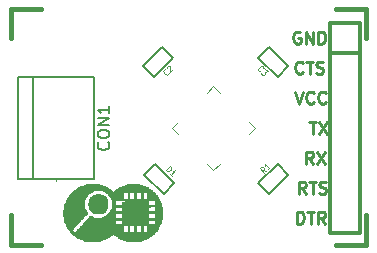
<source format=gto>
G04 #@! TF.FileFunction,Legend,Top*
%FSLAX46Y46*%
G04 Gerber Fmt 4.6, Leading zero omitted, Abs format (unit mm)*
G04 Created by KiCad (PCBNEW (2015-01-16 BZR 5376)-product) date 7/11/2015 10:08:44 AM*
%MOMM*%
G01*
G04 APERTURE LIST*
%ADD10C,0.150000*%
%ADD11C,0.381000*%
%ADD12C,0.254000*%
%ADD13C,0.050800*%
%ADD14C,0.304800*%
%ADD15C,0.127000*%
%ADD16C,0.010000*%
%ADD17C,0.114300*%
G04 APERTURE END LIST*
D10*
D11*
X28500000Y-39500000D02*
X28500000Y-37000000D01*
X28500000Y-39500000D02*
X31000000Y-39500000D01*
X58500000Y-39500000D02*
X56000000Y-39500000D01*
X58500000Y-39500000D02*
X58500000Y-37000000D01*
X28500000Y-19500000D02*
X28500000Y-22000000D01*
X28500000Y-19500000D02*
X31000000Y-19500000D01*
X58500000Y-19500000D02*
X58500000Y-22000000D01*
X58500000Y-19500000D02*
X56000000Y-19500000D01*
D12*
X52701858Y-37707619D02*
X52701858Y-36691619D01*
X52943763Y-36691619D01*
X53088905Y-36740000D01*
X53185667Y-36836762D01*
X53234048Y-36933524D01*
X53282429Y-37127048D01*
X53282429Y-37272190D01*
X53234048Y-37465714D01*
X53185667Y-37562476D01*
X53088905Y-37659238D01*
X52943763Y-37707619D01*
X52701858Y-37707619D01*
X53572715Y-36691619D02*
X54153286Y-36691619D01*
X53863001Y-37707619D02*
X53863001Y-36691619D01*
X55072524Y-37707619D02*
X54733858Y-37223810D01*
X54491953Y-37707619D02*
X54491953Y-36691619D01*
X54879000Y-36691619D01*
X54975762Y-36740000D01*
X55024143Y-36788381D01*
X55072524Y-36885143D01*
X55072524Y-37030286D01*
X55024143Y-37127048D01*
X54975762Y-37175429D01*
X54879000Y-37223810D01*
X54491953Y-37223810D01*
X53433619Y-35167619D02*
X53094953Y-34683810D01*
X52853048Y-35167619D02*
X52853048Y-34151619D01*
X53240095Y-34151619D01*
X53336857Y-34200000D01*
X53385238Y-34248381D01*
X53433619Y-34345143D01*
X53433619Y-34490286D01*
X53385238Y-34587048D01*
X53336857Y-34635429D01*
X53240095Y-34683810D01*
X52853048Y-34683810D01*
X53723905Y-34151619D02*
X54304476Y-34151619D01*
X54014191Y-35167619D02*
X54014191Y-34151619D01*
X54594762Y-35119238D02*
X54739905Y-35167619D01*
X54981809Y-35167619D01*
X55078571Y-35119238D01*
X55126952Y-35070857D01*
X55175333Y-34974095D01*
X55175333Y-34877333D01*
X55126952Y-34780571D01*
X55078571Y-34732190D01*
X54981809Y-34683810D01*
X54788286Y-34635429D01*
X54691524Y-34587048D01*
X54643143Y-34538667D01*
X54594762Y-34441905D01*
X54594762Y-34345143D01*
X54643143Y-34248381D01*
X54691524Y-34200000D01*
X54788286Y-34151619D01*
X55030190Y-34151619D01*
X55175333Y-34200000D01*
X54074667Y-32627619D02*
X53736001Y-32143810D01*
X53494096Y-32627619D02*
X53494096Y-31611619D01*
X53881143Y-31611619D01*
X53977905Y-31660000D01*
X54026286Y-31708381D01*
X54074667Y-31805143D01*
X54074667Y-31950286D01*
X54026286Y-32047048D01*
X53977905Y-32095429D01*
X53881143Y-32143810D01*
X53494096Y-32143810D01*
X54413334Y-31611619D02*
X55090667Y-32627619D01*
X55090667Y-31611619D02*
X54413334Y-32627619D01*
X53723905Y-29071619D02*
X54304476Y-29071619D01*
X54014191Y-30087619D02*
X54014191Y-29071619D01*
X54546381Y-29071619D02*
X55223714Y-30087619D01*
X55223714Y-29071619D02*
X54546381Y-30087619D01*
X52508334Y-26531619D02*
X52847001Y-27547619D01*
X53185667Y-26531619D01*
X54104905Y-27450857D02*
X54056524Y-27499238D01*
X53911381Y-27547619D01*
X53814619Y-27547619D01*
X53669477Y-27499238D01*
X53572715Y-27402476D01*
X53524334Y-27305714D01*
X53475953Y-27112190D01*
X53475953Y-26967048D01*
X53524334Y-26773524D01*
X53572715Y-26676762D01*
X53669477Y-26580000D01*
X53814619Y-26531619D01*
X53911381Y-26531619D01*
X54056524Y-26580000D01*
X54104905Y-26628381D01*
X55120905Y-27450857D02*
X55072524Y-27499238D01*
X54927381Y-27547619D01*
X54830619Y-27547619D01*
X54685477Y-27499238D01*
X54588715Y-27402476D01*
X54540334Y-27305714D01*
X54491953Y-27112190D01*
X54491953Y-26967048D01*
X54540334Y-26773524D01*
X54588715Y-26676762D01*
X54685477Y-26580000D01*
X54830619Y-26531619D01*
X54927381Y-26531619D01*
X55072524Y-26580000D01*
X55120905Y-26628381D01*
X53179619Y-24910857D02*
X53131238Y-24959238D01*
X52986095Y-25007619D01*
X52889333Y-25007619D01*
X52744191Y-24959238D01*
X52647429Y-24862476D01*
X52599048Y-24765714D01*
X52550667Y-24572190D01*
X52550667Y-24427048D01*
X52599048Y-24233524D01*
X52647429Y-24136762D01*
X52744191Y-24040000D01*
X52889333Y-23991619D01*
X52986095Y-23991619D01*
X53131238Y-24040000D01*
X53179619Y-24088381D01*
X53469905Y-23991619D02*
X54050476Y-23991619D01*
X53760191Y-25007619D02*
X53760191Y-23991619D01*
X54340762Y-24959238D02*
X54485905Y-25007619D01*
X54727809Y-25007619D01*
X54824571Y-24959238D01*
X54872952Y-24910857D01*
X54921333Y-24814095D01*
X54921333Y-24717333D01*
X54872952Y-24620571D01*
X54824571Y-24572190D01*
X54727809Y-24523810D01*
X54534286Y-24475429D01*
X54437524Y-24427048D01*
X54389143Y-24378667D01*
X54340762Y-24281905D01*
X54340762Y-24185143D01*
X54389143Y-24088381D01*
X54437524Y-24040000D01*
X54534286Y-23991619D01*
X54776190Y-23991619D01*
X54921333Y-24040000D01*
X52961905Y-21500000D02*
X52865143Y-21451619D01*
X52720000Y-21451619D01*
X52574858Y-21500000D01*
X52478096Y-21596762D01*
X52429715Y-21693524D01*
X52381334Y-21887048D01*
X52381334Y-22032190D01*
X52429715Y-22225714D01*
X52478096Y-22322476D01*
X52574858Y-22419238D01*
X52720000Y-22467619D01*
X52816762Y-22467619D01*
X52961905Y-22419238D01*
X53010286Y-22370857D01*
X53010286Y-22032190D01*
X52816762Y-22032190D01*
X53445715Y-22467619D02*
X53445715Y-21451619D01*
X54026286Y-22467619D01*
X54026286Y-21451619D01*
X54510096Y-22467619D02*
X54510096Y-21451619D01*
X54752001Y-21451619D01*
X54897143Y-21500000D01*
X54993905Y-21596762D01*
X55042286Y-21693524D01*
X55090667Y-21887048D01*
X55090667Y-22032190D01*
X55042286Y-22225714D01*
X54993905Y-22322476D01*
X54897143Y-22419238D01*
X54752001Y-22467619D01*
X54510096Y-22467619D01*
D10*
X29090540Y-25277100D02*
X29090540Y-33977100D01*
X35495540Y-25277100D02*
X35495540Y-33977100D01*
X35495540Y-33977100D02*
X29090540Y-33977100D01*
X30320540Y-33977100D02*
X30320540Y-25277100D01*
X29090540Y-25277100D02*
X35495540Y-25277100D01*
D13*
X45078165Y-26623206D02*
X45608000Y-26093371D01*
X45608000Y-26093371D02*
X46137835Y-26623206D01*
X48612794Y-29098165D02*
X49142629Y-29628000D01*
X49142629Y-29628000D02*
X48612794Y-30157835D01*
X42603206Y-30157835D02*
X42073371Y-29628000D01*
X42073371Y-29628000D02*
X42603206Y-29098165D01*
X45078165Y-32632794D02*
X45608000Y-33162629D01*
X45608000Y-33162629D02*
X46137835Y-32632794D01*
D14*
X58054000Y-20738000D02*
X58054000Y-20738000D01*
X58054000Y-20738000D02*
X58054000Y-38518000D01*
X58054000Y-38518000D02*
X55514000Y-38518000D01*
X55514000Y-38518000D02*
X55514000Y-20738000D01*
X55514000Y-20738000D02*
X58054000Y-20738000D01*
X55514000Y-23278000D02*
X55514000Y-23278000D01*
X55514000Y-23278000D02*
X58054000Y-23278000D01*
D15*
X39651764Y-24399210D02*
X41268210Y-22782764D01*
X41268210Y-22782764D02*
X42166236Y-23680790D01*
X42166236Y-23680790D02*
X40549790Y-25297236D01*
X40549790Y-25297236D02*
X39651764Y-24399210D01*
X51047210Y-25297236D02*
X49430764Y-23680790D01*
X49430764Y-23680790D02*
X50328790Y-22782764D01*
X50328790Y-22782764D02*
X51945236Y-24399210D01*
X51945236Y-24399210D02*
X51047210Y-25297236D01*
X41395210Y-35203236D02*
X39778764Y-33586790D01*
X39778764Y-33586790D02*
X40676790Y-32688764D01*
X40676790Y-32688764D02*
X42293236Y-34305210D01*
X42293236Y-34305210D02*
X41395210Y-35203236D01*
X51945236Y-33586790D02*
X50328790Y-35203236D01*
X50328790Y-35203236D02*
X49430764Y-34305210D01*
X49430764Y-34305210D02*
X51047210Y-32688764D01*
X51047210Y-32688764D02*
X51945236Y-33586790D01*
D16*
G36*
X32250000Y-34000000D02*
X32300000Y-34000000D01*
X32300000Y-34050000D01*
X32250000Y-34050000D01*
X32250000Y-34000000D01*
X32250000Y-34000000D01*
G37*
X32250000Y-34000000D02*
X32300000Y-34000000D01*
X32300000Y-34050000D01*
X32250000Y-34050000D01*
X32250000Y-34000000D01*
G36*
X32250000Y-34050000D02*
X32300000Y-34050000D01*
X32300000Y-34100000D01*
X32250000Y-34100000D01*
X32250000Y-34050000D01*
X32250000Y-34050000D01*
G37*
X32250000Y-34050000D02*
X32300000Y-34050000D01*
X32300000Y-34100000D01*
X32250000Y-34100000D01*
X32250000Y-34050000D01*
G36*
X35150000Y-34350000D02*
X35200000Y-34350000D01*
X35200000Y-34400000D01*
X35150000Y-34400000D01*
X35150000Y-34350000D01*
X35150000Y-34350000D01*
G37*
X35150000Y-34350000D02*
X35200000Y-34350000D01*
X35200000Y-34400000D01*
X35150000Y-34400000D01*
X35150000Y-34350000D01*
G36*
X35200000Y-34350000D02*
X35250000Y-34350000D01*
X35250000Y-34400000D01*
X35200000Y-34400000D01*
X35200000Y-34350000D01*
X35200000Y-34350000D01*
G37*
X35200000Y-34350000D02*
X35250000Y-34350000D01*
X35250000Y-34400000D01*
X35200000Y-34400000D01*
X35200000Y-34350000D01*
G36*
X35250000Y-34350000D02*
X35300000Y-34350000D01*
X35300000Y-34400000D01*
X35250000Y-34400000D01*
X35250000Y-34350000D01*
X35250000Y-34350000D01*
G37*
X35250000Y-34350000D02*
X35300000Y-34350000D01*
X35300000Y-34400000D01*
X35250000Y-34400000D01*
X35250000Y-34350000D01*
G36*
X35300000Y-34350000D02*
X35350000Y-34350000D01*
X35350000Y-34400000D01*
X35300000Y-34400000D01*
X35300000Y-34350000D01*
X35300000Y-34350000D01*
G37*
X35300000Y-34350000D02*
X35350000Y-34350000D01*
X35350000Y-34400000D01*
X35300000Y-34400000D01*
X35300000Y-34350000D01*
G36*
X35350000Y-34350000D02*
X35400000Y-34350000D01*
X35400000Y-34400000D01*
X35350000Y-34400000D01*
X35350000Y-34350000D01*
X35350000Y-34350000D01*
G37*
X35350000Y-34350000D02*
X35400000Y-34350000D01*
X35400000Y-34400000D01*
X35350000Y-34400000D01*
X35350000Y-34350000D01*
G36*
X35400000Y-34350000D02*
X35450000Y-34350000D01*
X35450000Y-34400000D01*
X35400000Y-34400000D01*
X35400000Y-34350000D01*
X35400000Y-34350000D01*
G37*
X35400000Y-34350000D02*
X35450000Y-34350000D01*
X35450000Y-34400000D01*
X35400000Y-34400000D01*
X35400000Y-34350000D01*
G36*
X35450000Y-34350000D02*
X35500000Y-34350000D01*
X35500000Y-34400000D01*
X35450000Y-34400000D01*
X35450000Y-34350000D01*
X35450000Y-34350000D01*
G37*
X35450000Y-34350000D02*
X35500000Y-34350000D01*
X35500000Y-34400000D01*
X35450000Y-34400000D01*
X35450000Y-34350000D01*
G36*
X35500000Y-34350000D02*
X35550000Y-34350000D01*
X35550000Y-34400000D01*
X35500000Y-34400000D01*
X35500000Y-34350000D01*
X35500000Y-34350000D01*
G37*
X35500000Y-34350000D02*
X35550000Y-34350000D01*
X35550000Y-34400000D01*
X35500000Y-34400000D01*
X35500000Y-34350000D01*
G36*
X35550000Y-34350000D02*
X35600000Y-34350000D01*
X35600000Y-34400000D01*
X35550000Y-34400000D01*
X35550000Y-34350000D01*
X35550000Y-34350000D01*
G37*
X35550000Y-34350000D02*
X35600000Y-34350000D01*
X35600000Y-34400000D01*
X35550000Y-34400000D01*
X35550000Y-34350000D01*
G36*
X38750000Y-34350000D02*
X38800000Y-34350000D01*
X38800000Y-34400000D01*
X38750000Y-34400000D01*
X38750000Y-34350000D01*
X38750000Y-34350000D01*
G37*
X38750000Y-34350000D02*
X38800000Y-34350000D01*
X38800000Y-34400000D01*
X38750000Y-34400000D01*
X38750000Y-34350000D01*
G36*
X38800000Y-34350000D02*
X38850000Y-34350000D01*
X38850000Y-34400000D01*
X38800000Y-34400000D01*
X38800000Y-34350000D01*
X38800000Y-34350000D01*
G37*
X38800000Y-34350000D02*
X38850000Y-34350000D01*
X38850000Y-34400000D01*
X38800000Y-34400000D01*
X38800000Y-34350000D01*
G36*
X38850000Y-34350000D02*
X38900000Y-34350000D01*
X38900000Y-34400000D01*
X38850000Y-34400000D01*
X38850000Y-34350000D01*
X38850000Y-34350000D01*
G37*
X38850000Y-34350000D02*
X38900000Y-34350000D01*
X38900000Y-34400000D01*
X38850000Y-34400000D01*
X38850000Y-34350000D01*
G36*
X34800000Y-34400000D02*
X34850000Y-34400000D01*
X34850000Y-34450000D01*
X34800000Y-34450000D01*
X34800000Y-34400000D01*
X34800000Y-34400000D01*
G37*
X34800000Y-34400000D02*
X34850000Y-34400000D01*
X34850000Y-34450000D01*
X34800000Y-34450000D01*
X34800000Y-34400000D01*
G36*
X34850000Y-34400000D02*
X34900000Y-34400000D01*
X34900000Y-34450000D01*
X34850000Y-34450000D01*
X34850000Y-34400000D01*
X34850000Y-34400000D01*
G37*
X34850000Y-34400000D02*
X34900000Y-34400000D01*
X34900000Y-34450000D01*
X34850000Y-34450000D01*
X34850000Y-34400000D01*
G36*
X34900000Y-34400000D02*
X34950000Y-34400000D01*
X34950000Y-34450000D01*
X34900000Y-34450000D01*
X34900000Y-34400000D01*
X34900000Y-34400000D01*
G37*
X34900000Y-34400000D02*
X34950000Y-34400000D01*
X34950000Y-34450000D01*
X34900000Y-34450000D01*
X34900000Y-34400000D01*
G36*
X34950000Y-34400000D02*
X35000000Y-34400000D01*
X35000000Y-34450000D01*
X34950000Y-34450000D01*
X34950000Y-34400000D01*
X34950000Y-34400000D01*
G37*
X34950000Y-34400000D02*
X35000000Y-34400000D01*
X35000000Y-34450000D01*
X34950000Y-34450000D01*
X34950000Y-34400000D01*
G36*
X35000000Y-34400000D02*
X35050000Y-34400000D01*
X35050000Y-34450000D01*
X35000000Y-34450000D01*
X35000000Y-34400000D01*
X35000000Y-34400000D01*
G37*
X35000000Y-34400000D02*
X35050000Y-34400000D01*
X35050000Y-34450000D01*
X35000000Y-34450000D01*
X35000000Y-34400000D01*
G36*
X35050000Y-34400000D02*
X35100000Y-34400000D01*
X35100000Y-34450000D01*
X35050000Y-34450000D01*
X35050000Y-34400000D01*
X35050000Y-34400000D01*
G37*
X35050000Y-34400000D02*
X35100000Y-34400000D01*
X35100000Y-34450000D01*
X35050000Y-34450000D01*
X35050000Y-34400000D01*
G36*
X35100000Y-34400000D02*
X35150000Y-34400000D01*
X35150000Y-34450000D01*
X35100000Y-34450000D01*
X35100000Y-34400000D01*
X35100000Y-34400000D01*
G37*
X35100000Y-34400000D02*
X35150000Y-34400000D01*
X35150000Y-34450000D01*
X35100000Y-34450000D01*
X35100000Y-34400000D01*
G36*
X35150000Y-34400000D02*
X35200000Y-34400000D01*
X35200000Y-34450000D01*
X35150000Y-34450000D01*
X35150000Y-34400000D01*
X35150000Y-34400000D01*
G37*
X35150000Y-34400000D02*
X35200000Y-34400000D01*
X35200000Y-34450000D01*
X35150000Y-34450000D01*
X35150000Y-34400000D01*
G36*
X35200000Y-34400000D02*
X35250000Y-34400000D01*
X35250000Y-34450000D01*
X35200000Y-34450000D01*
X35200000Y-34400000D01*
X35200000Y-34400000D01*
G37*
X35200000Y-34400000D02*
X35250000Y-34400000D01*
X35250000Y-34450000D01*
X35200000Y-34450000D01*
X35200000Y-34400000D01*
G36*
X35250000Y-34400000D02*
X35300000Y-34400000D01*
X35300000Y-34450000D01*
X35250000Y-34450000D01*
X35250000Y-34400000D01*
X35250000Y-34400000D01*
G37*
X35250000Y-34400000D02*
X35300000Y-34400000D01*
X35300000Y-34450000D01*
X35250000Y-34450000D01*
X35250000Y-34400000D01*
G36*
X35300000Y-34400000D02*
X35350000Y-34400000D01*
X35350000Y-34450000D01*
X35300000Y-34450000D01*
X35300000Y-34400000D01*
X35300000Y-34400000D01*
G37*
X35300000Y-34400000D02*
X35350000Y-34400000D01*
X35350000Y-34450000D01*
X35300000Y-34450000D01*
X35300000Y-34400000D01*
G36*
X35350000Y-34400000D02*
X35400000Y-34400000D01*
X35400000Y-34450000D01*
X35350000Y-34450000D01*
X35350000Y-34400000D01*
X35350000Y-34400000D01*
G37*
X35350000Y-34400000D02*
X35400000Y-34400000D01*
X35400000Y-34450000D01*
X35350000Y-34450000D01*
X35350000Y-34400000D01*
G36*
X35400000Y-34400000D02*
X35450000Y-34400000D01*
X35450000Y-34450000D01*
X35400000Y-34450000D01*
X35400000Y-34400000D01*
X35400000Y-34400000D01*
G37*
X35400000Y-34400000D02*
X35450000Y-34400000D01*
X35450000Y-34450000D01*
X35400000Y-34450000D01*
X35400000Y-34400000D01*
G36*
X35450000Y-34400000D02*
X35500000Y-34400000D01*
X35500000Y-34450000D01*
X35450000Y-34450000D01*
X35450000Y-34400000D01*
X35450000Y-34400000D01*
G37*
X35450000Y-34400000D02*
X35500000Y-34400000D01*
X35500000Y-34450000D01*
X35450000Y-34450000D01*
X35450000Y-34400000D01*
G36*
X35500000Y-34400000D02*
X35550000Y-34400000D01*
X35550000Y-34450000D01*
X35500000Y-34450000D01*
X35500000Y-34400000D01*
X35500000Y-34400000D01*
G37*
X35500000Y-34400000D02*
X35550000Y-34400000D01*
X35550000Y-34450000D01*
X35500000Y-34450000D01*
X35500000Y-34400000D01*
G36*
X35550000Y-34400000D02*
X35600000Y-34400000D01*
X35600000Y-34450000D01*
X35550000Y-34450000D01*
X35550000Y-34400000D01*
X35550000Y-34400000D01*
G37*
X35550000Y-34400000D02*
X35600000Y-34400000D01*
X35600000Y-34450000D01*
X35550000Y-34450000D01*
X35550000Y-34400000D01*
G36*
X35600000Y-34400000D02*
X35650000Y-34400000D01*
X35650000Y-34450000D01*
X35600000Y-34450000D01*
X35600000Y-34400000D01*
X35600000Y-34400000D01*
G37*
X35600000Y-34400000D02*
X35650000Y-34400000D01*
X35650000Y-34450000D01*
X35600000Y-34450000D01*
X35600000Y-34400000D01*
G36*
X35650000Y-34400000D02*
X35700000Y-34400000D01*
X35700000Y-34450000D01*
X35650000Y-34450000D01*
X35650000Y-34400000D01*
X35650000Y-34400000D01*
G37*
X35650000Y-34400000D02*
X35700000Y-34400000D01*
X35700000Y-34450000D01*
X35650000Y-34450000D01*
X35650000Y-34400000D01*
G36*
X35700000Y-34400000D02*
X35750000Y-34400000D01*
X35750000Y-34450000D01*
X35700000Y-34450000D01*
X35700000Y-34400000D01*
X35700000Y-34400000D01*
G37*
X35700000Y-34400000D02*
X35750000Y-34400000D01*
X35750000Y-34450000D01*
X35700000Y-34450000D01*
X35700000Y-34400000D01*
G36*
X35750000Y-34400000D02*
X35800000Y-34400000D01*
X35800000Y-34450000D01*
X35750000Y-34450000D01*
X35750000Y-34400000D01*
X35750000Y-34400000D01*
G37*
X35750000Y-34400000D02*
X35800000Y-34400000D01*
X35800000Y-34450000D01*
X35750000Y-34450000D01*
X35750000Y-34400000D01*
G36*
X35800000Y-34400000D02*
X35850000Y-34400000D01*
X35850000Y-34450000D01*
X35800000Y-34450000D01*
X35800000Y-34400000D01*
X35800000Y-34400000D01*
G37*
X35800000Y-34400000D02*
X35850000Y-34400000D01*
X35850000Y-34450000D01*
X35800000Y-34450000D01*
X35800000Y-34400000D01*
G36*
X35850000Y-34400000D02*
X35900000Y-34400000D01*
X35900000Y-34450000D01*
X35850000Y-34450000D01*
X35850000Y-34400000D01*
X35850000Y-34400000D01*
G37*
X35850000Y-34400000D02*
X35900000Y-34400000D01*
X35900000Y-34450000D01*
X35850000Y-34450000D01*
X35850000Y-34400000D01*
G36*
X35900000Y-34400000D02*
X35950000Y-34400000D01*
X35950000Y-34450000D01*
X35900000Y-34450000D01*
X35900000Y-34400000D01*
X35900000Y-34400000D01*
G37*
X35900000Y-34400000D02*
X35950000Y-34400000D01*
X35950000Y-34450000D01*
X35900000Y-34450000D01*
X35900000Y-34400000D01*
G36*
X38300000Y-34400000D02*
X38350000Y-34400000D01*
X38350000Y-34450000D01*
X38300000Y-34450000D01*
X38300000Y-34400000D01*
X38300000Y-34400000D01*
G37*
X38300000Y-34400000D02*
X38350000Y-34400000D01*
X38350000Y-34450000D01*
X38300000Y-34450000D01*
X38300000Y-34400000D01*
G36*
X38350000Y-34400000D02*
X38400000Y-34400000D01*
X38400000Y-34450000D01*
X38350000Y-34450000D01*
X38350000Y-34400000D01*
X38350000Y-34400000D01*
G37*
X38350000Y-34400000D02*
X38400000Y-34400000D01*
X38400000Y-34450000D01*
X38350000Y-34450000D01*
X38350000Y-34400000D01*
G36*
X38400000Y-34400000D02*
X38450000Y-34400000D01*
X38450000Y-34450000D01*
X38400000Y-34450000D01*
X38400000Y-34400000D01*
X38400000Y-34400000D01*
G37*
X38400000Y-34400000D02*
X38450000Y-34400000D01*
X38450000Y-34450000D01*
X38400000Y-34450000D01*
X38400000Y-34400000D01*
G36*
X38450000Y-34400000D02*
X38500000Y-34400000D01*
X38500000Y-34450000D01*
X38450000Y-34450000D01*
X38450000Y-34400000D01*
X38450000Y-34400000D01*
G37*
X38450000Y-34400000D02*
X38500000Y-34400000D01*
X38500000Y-34450000D01*
X38450000Y-34450000D01*
X38450000Y-34400000D01*
G36*
X38500000Y-34400000D02*
X38550000Y-34400000D01*
X38550000Y-34450000D01*
X38500000Y-34450000D01*
X38500000Y-34400000D01*
X38500000Y-34400000D01*
G37*
X38500000Y-34400000D02*
X38550000Y-34400000D01*
X38550000Y-34450000D01*
X38500000Y-34450000D01*
X38500000Y-34400000D01*
G36*
X38550000Y-34400000D02*
X38600000Y-34400000D01*
X38600000Y-34450000D01*
X38550000Y-34450000D01*
X38550000Y-34400000D01*
X38550000Y-34400000D01*
G37*
X38550000Y-34400000D02*
X38600000Y-34400000D01*
X38600000Y-34450000D01*
X38550000Y-34450000D01*
X38550000Y-34400000D01*
G36*
X38600000Y-34400000D02*
X38650000Y-34400000D01*
X38650000Y-34450000D01*
X38600000Y-34450000D01*
X38600000Y-34400000D01*
X38600000Y-34400000D01*
G37*
X38600000Y-34400000D02*
X38650000Y-34400000D01*
X38650000Y-34450000D01*
X38600000Y-34450000D01*
X38600000Y-34400000D01*
G36*
X38650000Y-34400000D02*
X38700000Y-34400000D01*
X38700000Y-34450000D01*
X38650000Y-34450000D01*
X38650000Y-34400000D01*
X38650000Y-34400000D01*
G37*
X38650000Y-34400000D02*
X38700000Y-34400000D01*
X38700000Y-34450000D01*
X38650000Y-34450000D01*
X38650000Y-34400000D01*
G36*
X38700000Y-34400000D02*
X38750000Y-34400000D01*
X38750000Y-34450000D01*
X38700000Y-34450000D01*
X38700000Y-34400000D01*
X38700000Y-34400000D01*
G37*
X38700000Y-34400000D02*
X38750000Y-34400000D01*
X38750000Y-34450000D01*
X38700000Y-34450000D01*
X38700000Y-34400000D01*
G36*
X38750000Y-34400000D02*
X38800000Y-34400000D01*
X38800000Y-34450000D01*
X38750000Y-34450000D01*
X38750000Y-34400000D01*
X38750000Y-34400000D01*
G37*
X38750000Y-34400000D02*
X38800000Y-34400000D01*
X38800000Y-34450000D01*
X38750000Y-34450000D01*
X38750000Y-34400000D01*
G36*
X38800000Y-34400000D02*
X38850000Y-34400000D01*
X38850000Y-34450000D01*
X38800000Y-34450000D01*
X38800000Y-34400000D01*
X38800000Y-34400000D01*
G37*
X38800000Y-34400000D02*
X38850000Y-34400000D01*
X38850000Y-34450000D01*
X38800000Y-34450000D01*
X38800000Y-34400000D01*
G36*
X38850000Y-34400000D02*
X38900000Y-34400000D01*
X38900000Y-34450000D01*
X38850000Y-34450000D01*
X38850000Y-34400000D01*
X38850000Y-34400000D01*
G37*
X38850000Y-34400000D02*
X38900000Y-34400000D01*
X38900000Y-34450000D01*
X38850000Y-34450000D01*
X38850000Y-34400000D01*
G36*
X38900000Y-34400000D02*
X38950000Y-34400000D01*
X38950000Y-34450000D01*
X38900000Y-34450000D01*
X38900000Y-34400000D01*
X38900000Y-34400000D01*
G37*
X38900000Y-34400000D02*
X38950000Y-34400000D01*
X38950000Y-34450000D01*
X38900000Y-34450000D01*
X38900000Y-34400000D01*
G36*
X38950000Y-34400000D02*
X39000000Y-34400000D01*
X39000000Y-34450000D01*
X38950000Y-34450000D01*
X38950000Y-34400000D01*
X38950000Y-34400000D01*
G37*
X38950000Y-34400000D02*
X39000000Y-34400000D01*
X39000000Y-34450000D01*
X38950000Y-34450000D01*
X38950000Y-34400000D01*
G36*
X39000000Y-34400000D02*
X39050000Y-34400000D01*
X39050000Y-34450000D01*
X39000000Y-34450000D01*
X39000000Y-34400000D01*
X39000000Y-34400000D01*
G37*
X39000000Y-34400000D02*
X39050000Y-34400000D01*
X39050000Y-34450000D01*
X39000000Y-34450000D01*
X39000000Y-34400000D01*
G36*
X39050000Y-34400000D02*
X39100000Y-34400000D01*
X39100000Y-34450000D01*
X39050000Y-34450000D01*
X39050000Y-34400000D01*
X39050000Y-34400000D01*
G37*
X39050000Y-34400000D02*
X39100000Y-34400000D01*
X39100000Y-34450000D01*
X39050000Y-34450000D01*
X39050000Y-34400000D01*
G36*
X39100000Y-34400000D02*
X39150000Y-34400000D01*
X39150000Y-34450000D01*
X39100000Y-34450000D01*
X39100000Y-34400000D01*
X39100000Y-34400000D01*
G37*
X39100000Y-34400000D02*
X39150000Y-34400000D01*
X39150000Y-34450000D01*
X39100000Y-34450000D01*
X39100000Y-34400000D01*
G36*
X39150000Y-34400000D02*
X39200000Y-34400000D01*
X39200000Y-34450000D01*
X39150000Y-34450000D01*
X39150000Y-34400000D01*
X39150000Y-34400000D01*
G37*
X39150000Y-34400000D02*
X39200000Y-34400000D01*
X39200000Y-34450000D01*
X39150000Y-34450000D01*
X39150000Y-34400000D01*
G36*
X39200000Y-34400000D02*
X39250000Y-34400000D01*
X39250000Y-34450000D01*
X39200000Y-34450000D01*
X39200000Y-34400000D01*
X39200000Y-34400000D01*
G37*
X39200000Y-34400000D02*
X39250000Y-34400000D01*
X39250000Y-34450000D01*
X39200000Y-34450000D01*
X39200000Y-34400000D01*
G36*
X39250000Y-34400000D02*
X39300000Y-34400000D01*
X39300000Y-34450000D01*
X39250000Y-34450000D01*
X39250000Y-34400000D01*
X39250000Y-34400000D01*
G37*
X39250000Y-34400000D02*
X39300000Y-34400000D01*
X39300000Y-34450000D01*
X39250000Y-34450000D01*
X39250000Y-34400000D01*
G36*
X39300000Y-34400000D02*
X39350000Y-34400000D01*
X39350000Y-34450000D01*
X39300000Y-34450000D01*
X39300000Y-34400000D01*
X39300000Y-34400000D01*
G37*
X39300000Y-34400000D02*
X39350000Y-34400000D01*
X39350000Y-34450000D01*
X39300000Y-34450000D01*
X39300000Y-34400000D01*
G36*
X34650000Y-34450000D02*
X34700000Y-34450000D01*
X34700000Y-34500000D01*
X34650000Y-34500000D01*
X34650000Y-34450000D01*
X34650000Y-34450000D01*
G37*
X34650000Y-34450000D02*
X34700000Y-34450000D01*
X34700000Y-34500000D01*
X34650000Y-34500000D01*
X34650000Y-34450000D01*
G36*
X34700000Y-34450000D02*
X34750000Y-34450000D01*
X34750000Y-34500000D01*
X34700000Y-34500000D01*
X34700000Y-34450000D01*
X34700000Y-34450000D01*
G37*
X34700000Y-34450000D02*
X34750000Y-34450000D01*
X34750000Y-34500000D01*
X34700000Y-34500000D01*
X34700000Y-34450000D01*
G36*
X34750000Y-34450000D02*
X34800000Y-34450000D01*
X34800000Y-34500000D01*
X34750000Y-34500000D01*
X34750000Y-34450000D01*
X34750000Y-34450000D01*
G37*
X34750000Y-34450000D02*
X34800000Y-34450000D01*
X34800000Y-34500000D01*
X34750000Y-34500000D01*
X34750000Y-34450000D01*
G36*
X34800000Y-34450000D02*
X34850000Y-34450000D01*
X34850000Y-34500000D01*
X34800000Y-34500000D01*
X34800000Y-34450000D01*
X34800000Y-34450000D01*
G37*
X34800000Y-34450000D02*
X34850000Y-34450000D01*
X34850000Y-34500000D01*
X34800000Y-34500000D01*
X34800000Y-34450000D01*
G36*
X34850000Y-34450000D02*
X34900000Y-34450000D01*
X34900000Y-34500000D01*
X34850000Y-34500000D01*
X34850000Y-34450000D01*
X34850000Y-34450000D01*
G37*
X34850000Y-34450000D02*
X34900000Y-34450000D01*
X34900000Y-34500000D01*
X34850000Y-34500000D01*
X34850000Y-34450000D01*
G36*
X34900000Y-34450000D02*
X34950000Y-34450000D01*
X34950000Y-34500000D01*
X34900000Y-34500000D01*
X34900000Y-34450000D01*
X34900000Y-34450000D01*
G37*
X34900000Y-34450000D02*
X34950000Y-34450000D01*
X34950000Y-34500000D01*
X34900000Y-34500000D01*
X34900000Y-34450000D01*
G36*
X34950000Y-34450000D02*
X35000000Y-34450000D01*
X35000000Y-34500000D01*
X34950000Y-34500000D01*
X34950000Y-34450000D01*
X34950000Y-34450000D01*
G37*
X34950000Y-34450000D02*
X35000000Y-34450000D01*
X35000000Y-34500000D01*
X34950000Y-34500000D01*
X34950000Y-34450000D01*
G36*
X35000000Y-34450000D02*
X35050000Y-34450000D01*
X35050000Y-34500000D01*
X35000000Y-34500000D01*
X35000000Y-34450000D01*
X35000000Y-34450000D01*
G37*
X35000000Y-34450000D02*
X35050000Y-34450000D01*
X35050000Y-34500000D01*
X35000000Y-34500000D01*
X35000000Y-34450000D01*
G36*
X35050000Y-34450000D02*
X35100000Y-34450000D01*
X35100000Y-34500000D01*
X35050000Y-34500000D01*
X35050000Y-34450000D01*
X35050000Y-34450000D01*
G37*
X35050000Y-34450000D02*
X35100000Y-34450000D01*
X35100000Y-34500000D01*
X35050000Y-34500000D01*
X35050000Y-34450000D01*
G36*
X35100000Y-34450000D02*
X35150000Y-34450000D01*
X35150000Y-34500000D01*
X35100000Y-34500000D01*
X35100000Y-34450000D01*
X35100000Y-34450000D01*
G37*
X35100000Y-34450000D02*
X35150000Y-34450000D01*
X35150000Y-34500000D01*
X35100000Y-34500000D01*
X35100000Y-34450000D01*
G36*
X35150000Y-34450000D02*
X35200000Y-34450000D01*
X35200000Y-34500000D01*
X35150000Y-34500000D01*
X35150000Y-34450000D01*
X35150000Y-34450000D01*
G37*
X35150000Y-34450000D02*
X35200000Y-34450000D01*
X35200000Y-34500000D01*
X35150000Y-34500000D01*
X35150000Y-34450000D01*
G36*
X35200000Y-34450000D02*
X35250000Y-34450000D01*
X35250000Y-34500000D01*
X35200000Y-34500000D01*
X35200000Y-34450000D01*
X35200000Y-34450000D01*
G37*
X35200000Y-34450000D02*
X35250000Y-34450000D01*
X35250000Y-34500000D01*
X35200000Y-34500000D01*
X35200000Y-34450000D01*
G36*
X35250000Y-34450000D02*
X35300000Y-34450000D01*
X35300000Y-34500000D01*
X35250000Y-34500000D01*
X35250000Y-34450000D01*
X35250000Y-34450000D01*
G37*
X35250000Y-34450000D02*
X35300000Y-34450000D01*
X35300000Y-34500000D01*
X35250000Y-34500000D01*
X35250000Y-34450000D01*
G36*
X35300000Y-34450000D02*
X35350000Y-34450000D01*
X35350000Y-34500000D01*
X35300000Y-34500000D01*
X35300000Y-34450000D01*
X35300000Y-34450000D01*
G37*
X35300000Y-34450000D02*
X35350000Y-34450000D01*
X35350000Y-34500000D01*
X35300000Y-34500000D01*
X35300000Y-34450000D01*
G36*
X35350000Y-34450000D02*
X35400000Y-34450000D01*
X35400000Y-34500000D01*
X35350000Y-34500000D01*
X35350000Y-34450000D01*
X35350000Y-34450000D01*
G37*
X35350000Y-34450000D02*
X35400000Y-34450000D01*
X35400000Y-34500000D01*
X35350000Y-34500000D01*
X35350000Y-34450000D01*
G36*
X35400000Y-34450000D02*
X35450000Y-34450000D01*
X35450000Y-34500000D01*
X35400000Y-34500000D01*
X35400000Y-34450000D01*
X35400000Y-34450000D01*
G37*
X35400000Y-34450000D02*
X35450000Y-34450000D01*
X35450000Y-34500000D01*
X35400000Y-34500000D01*
X35400000Y-34450000D01*
G36*
X35450000Y-34450000D02*
X35500000Y-34450000D01*
X35500000Y-34500000D01*
X35450000Y-34500000D01*
X35450000Y-34450000D01*
X35450000Y-34450000D01*
G37*
X35450000Y-34450000D02*
X35500000Y-34450000D01*
X35500000Y-34500000D01*
X35450000Y-34500000D01*
X35450000Y-34450000D01*
G36*
X35500000Y-34450000D02*
X35550000Y-34450000D01*
X35550000Y-34500000D01*
X35500000Y-34500000D01*
X35500000Y-34450000D01*
X35500000Y-34450000D01*
G37*
X35500000Y-34450000D02*
X35550000Y-34450000D01*
X35550000Y-34500000D01*
X35500000Y-34500000D01*
X35500000Y-34450000D01*
G36*
X35550000Y-34450000D02*
X35600000Y-34450000D01*
X35600000Y-34500000D01*
X35550000Y-34500000D01*
X35550000Y-34450000D01*
X35550000Y-34450000D01*
G37*
X35550000Y-34450000D02*
X35600000Y-34450000D01*
X35600000Y-34500000D01*
X35550000Y-34500000D01*
X35550000Y-34450000D01*
G36*
X35600000Y-34450000D02*
X35650000Y-34450000D01*
X35650000Y-34500000D01*
X35600000Y-34500000D01*
X35600000Y-34450000D01*
X35600000Y-34450000D01*
G37*
X35600000Y-34450000D02*
X35650000Y-34450000D01*
X35650000Y-34500000D01*
X35600000Y-34500000D01*
X35600000Y-34450000D01*
G36*
X35650000Y-34450000D02*
X35700000Y-34450000D01*
X35700000Y-34500000D01*
X35650000Y-34500000D01*
X35650000Y-34450000D01*
X35650000Y-34450000D01*
G37*
X35650000Y-34450000D02*
X35700000Y-34450000D01*
X35700000Y-34500000D01*
X35650000Y-34500000D01*
X35650000Y-34450000D01*
G36*
X35700000Y-34450000D02*
X35750000Y-34450000D01*
X35750000Y-34500000D01*
X35700000Y-34500000D01*
X35700000Y-34450000D01*
X35700000Y-34450000D01*
G37*
X35700000Y-34450000D02*
X35750000Y-34450000D01*
X35750000Y-34500000D01*
X35700000Y-34500000D01*
X35700000Y-34450000D01*
G36*
X35750000Y-34450000D02*
X35800000Y-34450000D01*
X35800000Y-34500000D01*
X35750000Y-34500000D01*
X35750000Y-34450000D01*
X35750000Y-34450000D01*
G37*
X35750000Y-34450000D02*
X35800000Y-34450000D01*
X35800000Y-34500000D01*
X35750000Y-34500000D01*
X35750000Y-34450000D01*
G36*
X35800000Y-34450000D02*
X35850000Y-34450000D01*
X35850000Y-34500000D01*
X35800000Y-34500000D01*
X35800000Y-34450000D01*
X35800000Y-34450000D01*
G37*
X35800000Y-34450000D02*
X35850000Y-34450000D01*
X35850000Y-34500000D01*
X35800000Y-34500000D01*
X35800000Y-34450000D01*
G36*
X35850000Y-34450000D02*
X35900000Y-34450000D01*
X35900000Y-34500000D01*
X35850000Y-34500000D01*
X35850000Y-34450000D01*
X35850000Y-34450000D01*
G37*
X35850000Y-34450000D02*
X35900000Y-34450000D01*
X35900000Y-34500000D01*
X35850000Y-34500000D01*
X35850000Y-34450000D01*
G36*
X35900000Y-34450000D02*
X35950000Y-34450000D01*
X35950000Y-34500000D01*
X35900000Y-34500000D01*
X35900000Y-34450000D01*
X35900000Y-34450000D01*
G37*
X35900000Y-34450000D02*
X35950000Y-34450000D01*
X35950000Y-34500000D01*
X35900000Y-34500000D01*
X35900000Y-34450000D01*
G36*
X35950000Y-34450000D02*
X36000000Y-34450000D01*
X36000000Y-34500000D01*
X35950000Y-34500000D01*
X35950000Y-34450000D01*
X35950000Y-34450000D01*
G37*
X35950000Y-34450000D02*
X36000000Y-34450000D01*
X36000000Y-34500000D01*
X35950000Y-34500000D01*
X35950000Y-34450000D01*
G36*
X36000000Y-34450000D02*
X36050000Y-34450000D01*
X36050000Y-34500000D01*
X36000000Y-34500000D01*
X36000000Y-34450000D01*
X36000000Y-34450000D01*
G37*
X36000000Y-34450000D02*
X36050000Y-34450000D01*
X36050000Y-34500000D01*
X36000000Y-34500000D01*
X36000000Y-34450000D01*
G36*
X36050000Y-34450000D02*
X36100000Y-34450000D01*
X36100000Y-34500000D01*
X36050000Y-34500000D01*
X36050000Y-34450000D01*
X36050000Y-34450000D01*
G37*
X36050000Y-34450000D02*
X36100000Y-34450000D01*
X36100000Y-34500000D01*
X36050000Y-34500000D01*
X36050000Y-34450000D01*
G36*
X36100000Y-34450000D02*
X36150000Y-34450000D01*
X36150000Y-34500000D01*
X36100000Y-34500000D01*
X36100000Y-34450000D01*
X36100000Y-34450000D01*
G37*
X36100000Y-34450000D02*
X36150000Y-34450000D01*
X36150000Y-34500000D01*
X36100000Y-34500000D01*
X36100000Y-34450000D01*
G36*
X38100000Y-34450000D02*
X38150000Y-34450000D01*
X38150000Y-34500000D01*
X38100000Y-34500000D01*
X38100000Y-34450000D01*
X38100000Y-34450000D01*
G37*
X38100000Y-34450000D02*
X38150000Y-34450000D01*
X38150000Y-34500000D01*
X38100000Y-34500000D01*
X38100000Y-34450000D01*
G36*
X38150000Y-34450000D02*
X38200000Y-34450000D01*
X38200000Y-34500000D01*
X38150000Y-34500000D01*
X38150000Y-34450000D01*
X38150000Y-34450000D01*
G37*
X38150000Y-34450000D02*
X38200000Y-34450000D01*
X38200000Y-34500000D01*
X38150000Y-34500000D01*
X38150000Y-34450000D01*
G36*
X38200000Y-34450000D02*
X38250000Y-34450000D01*
X38250000Y-34500000D01*
X38200000Y-34500000D01*
X38200000Y-34450000D01*
X38200000Y-34450000D01*
G37*
X38200000Y-34450000D02*
X38250000Y-34450000D01*
X38250000Y-34500000D01*
X38200000Y-34500000D01*
X38200000Y-34450000D01*
G36*
X38250000Y-34450000D02*
X38300000Y-34450000D01*
X38300000Y-34500000D01*
X38250000Y-34500000D01*
X38250000Y-34450000D01*
X38250000Y-34450000D01*
G37*
X38250000Y-34450000D02*
X38300000Y-34450000D01*
X38300000Y-34500000D01*
X38250000Y-34500000D01*
X38250000Y-34450000D01*
G36*
X38300000Y-34450000D02*
X38350000Y-34450000D01*
X38350000Y-34500000D01*
X38300000Y-34500000D01*
X38300000Y-34450000D01*
X38300000Y-34450000D01*
G37*
X38300000Y-34450000D02*
X38350000Y-34450000D01*
X38350000Y-34500000D01*
X38300000Y-34500000D01*
X38300000Y-34450000D01*
G36*
X38350000Y-34450000D02*
X38400000Y-34450000D01*
X38400000Y-34500000D01*
X38350000Y-34500000D01*
X38350000Y-34450000D01*
X38350000Y-34450000D01*
G37*
X38350000Y-34450000D02*
X38400000Y-34450000D01*
X38400000Y-34500000D01*
X38350000Y-34500000D01*
X38350000Y-34450000D01*
G36*
X38400000Y-34450000D02*
X38450000Y-34450000D01*
X38450000Y-34500000D01*
X38400000Y-34500000D01*
X38400000Y-34450000D01*
X38400000Y-34450000D01*
G37*
X38400000Y-34450000D02*
X38450000Y-34450000D01*
X38450000Y-34500000D01*
X38400000Y-34500000D01*
X38400000Y-34450000D01*
G36*
X38450000Y-34450000D02*
X38500000Y-34450000D01*
X38500000Y-34500000D01*
X38450000Y-34500000D01*
X38450000Y-34450000D01*
X38450000Y-34450000D01*
G37*
X38450000Y-34450000D02*
X38500000Y-34450000D01*
X38500000Y-34500000D01*
X38450000Y-34500000D01*
X38450000Y-34450000D01*
G36*
X38500000Y-34450000D02*
X38550000Y-34450000D01*
X38550000Y-34500000D01*
X38500000Y-34500000D01*
X38500000Y-34450000D01*
X38500000Y-34450000D01*
G37*
X38500000Y-34450000D02*
X38550000Y-34450000D01*
X38550000Y-34500000D01*
X38500000Y-34500000D01*
X38500000Y-34450000D01*
G36*
X38550000Y-34450000D02*
X38600000Y-34450000D01*
X38600000Y-34500000D01*
X38550000Y-34500000D01*
X38550000Y-34450000D01*
X38550000Y-34450000D01*
G37*
X38550000Y-34450000D02*
X38600000Y-34450000D01*
X38600000Y-34500000D01*
X38550000Y-34500000D01*
X38550000Y-34450000D01*
G36*
X38600000Y-34450000D02*
X38650000Y-34450000D01*
X38650000Y-34500000D01*
X38600000Y-34500000D01*
X38600000Y-34450000D01*
X38600000Y-34450000D01*
G37*
X38600000Y-34450000D02*
X38650000Y-34450000D01*
X38650000Y-34500000D01*
X38600000Y-34500000D01*
X38600000Y-34450000D01*
G36*
X38650000Y-34450000D02*
X38700000Y-34450000D01*
X38700000Y-34500000D01*
X38650000Y-34500000D01*
X38650000Y-34450000D01*
X38650000Y-34450000D01*
G37*
X38650000Y-34450000D02*
X38700000Y-34450000D01*
X38700000Y-34500000D01*
X38650000Y-34500000D01*
X38650000Y-34450000D01*
G36*
X38700000Y-34450000D02*
X38750000Y-34450000D01*
X38750000Y-34500000D01*
X38700000Y-34500000D01*
X38700000Y-34450000D01*
X38700000Y-34450000D01*
G37*
X38700000Y-34450000D02*
X38750000Y-34450000D01*
X38750000Y-34500000D01*
X38700000Y-34500000D01*
X38700000Y-34450000D01*
G36*
X38750000Y-34450000D02*
X38800000Y-34450000D01*
X38800000Y-34500000D01*
X38750000Y-34500000D01*
X38750000Y-34450000D01*
X38750000Y-34450000D01*
G37*
X38750000Y-34450000D02*
X38800000Y-34450000D01*
X38800000Y-34500000D01*
X38750000Y-34500000D01*
X38750000Y-34450000D01*
G36*
X38800000Y-34450000D02*
X38850000Y-34450000D01*
X38850000Y-34500000D01*
X38800000Y-34500000D01*
X38800000Y-34450000D01*
X38800000Y-34450000D01*
G37*
X38800000Y-34450000D02*
X38850000Y-34450000D01*
X38850000Y-34500000D01*
X38800000Y-34500000D01*
X38800000Y-34450000D01*
G36*
X38850000Y-34450000D02*
X38900000Y-34450000D01*
X38900000Y-34500000D01*
X38850000Y-34500000D01*
X38850000Y-34450000D01*
X38850000Y-34450000D01*
G37*
X38850000Y-34450000D02*
X38900000Y-34450000D01*
X38900000Y-34500000D01*
X38850000Y-34500000D01*
X38850000Y-34450000D01*
G36*
X38900000Y-34450000D02*
X38950000Y-34450000D01*
X38950000Y-34500000D01*
X38900000Y-34500000D01*
X38900000Y-34450000D01*
X38900000Y-34450000D01*
G37*
X38900000Y-34450000D02*
X38950000Y-34450000D01*
X38950000Y-34500000D01*
X38900000Y-34500000D01*
X38900000Y-34450000D01*
G36*
X38950000Y-34450000D02*
X39000000Y-34450000D01*
X39000000Y-34500000D01*
X38950000Y-34500000D01*
X38950000Y-34450000D01*
X38950000Y-34450000D01*
G37*
X38950000Y-34450000D02*
X39000000Y-34450000D01*
X39000000Y-34500000D01*
X38950000Y-34500000D01*
X38950000Y-34450000D01*
G36*
X39000000Y-34450000D02*
X39050000Y-34450000D01*
X39050000Y-34500000D01*
X39000000Y-34500000D01*
X39000000Y-34450000D01*
X39000000Y-34450000D01*
G37*
X39000000Y-34450000D02*
X39050000Y-34450000D01*
X39050000Y-34500000D01*
X39000000Y-34500000D01*
X39000000Y-34450000D01*
G36*
X39050000Y-34450000D02*
X39100000Y-34450000D01*
X39100000Y-34500000D01*
X39050000Y-34500000D01*
X39050000Y-34450000D01*
X39050000Y-34450000D01*
G37*
X39050000Y-34450000D02*
X39100000Y-34450000D01*
X39100000Y-34500000D01*
X39050000Y-34500000D01*
X39050000Y-34450000D01*
G36*
X39100000Y-34450000D02*
X39150000Y-34450000D01*
X39150000Y-34500000D01*
X39100000Y-34500000D01*
X39100000Y-34450000D01*
X39100000Y-34450000D01*
G37*
X39100000Y-34450000D02*
X39150000Y-34450000D01*
X39150000Y-34500000D01*
X39100000Y-34500000D01*
X39100000Y-34450000D01*
G36*
X39150000Y-34450000D02*
X39200000Y-34450000D01*
X39200000Y-34500000D01*
X39150000Y-34500000D01*
X39150000Y-34450000D01*
X39150000Y-34450000D01*
G37*
X39150000Y-34450000D02*
X39200000Y-34450000D01*
X39200000Y-34500000D01*
X39150000Y-34500000D01*
X39150000Y-34450000D01*
G36*
X39200000Y-34450000D02*
X39250000Y-34450000D01*
X39250000Y-34500000D01*
X39200000Y-34500000D01*
X39200000Y-34450000D01*
X39200000Y-34450000D01*
G37*
X39200000Y-34450000D02*
X39250000Y-34450000D01*
X39250000Y-34500000D01*
X39200000Y-34500000D01*
X39200000Y-34450000D01*
G36*
X39250000Y-34450000D02*
X39300000Y-34450000D01*
X39300000Y-34500000D01*
X39250000Y-34500000D01*
X39250000Y-34450000D01*
X39250000Y-34450000D01*
G37*
X39250000Y-34450000D02*
X39300000Y-34450000D01*
X39300000Y-34500000D01*
X39250000Y-34500000D01*
X39250000Y-34450000D01*
G36*
X39300000Y-34450000D02*
X39350000Y-34450000D01*
X39350000Y-34500000D01*
X39300000Y-34500000D01*
X39300000Y-34450000D01*
X39300000Y-34450000D01*
G37*
X39300000Y-34450000D02*
X39350000Y-34450000D01*
X39350000Y-34500000D01*
X39300000Y-34500000D01*
X39300000Y-34450000D01*
G36*
X39350000Y-34450000D02*
X39400000Y-34450000D01*
X39400000Y-34500000D01*
X39350000Y-34500000D01*
X39350000Y-34450000D01*
X39350000Y-34450000D01*
G37*
X39350000Y-34450000D02*
X39400000Y-34450000D01*
X39400000Y-34500000D01*
X39350000Y-34500000D01*
X39350000Y-34450000D01*
G36*
X39400000Y-34450000D02*
X39450000Y-34450000D01*
X39450000Y-34500000D01*
X39400000Y-34500000D01*
X39400000Y-34450000D01*
X39400000Y-34450000D01*
G37*
X39400000Y-34450000D02*
X39450000Y-34450000D01*
X39450000Y-34500000D01*
X39400000Y-34500000D01*
X39400000Y-34450000D01*
G36*
X39450000Y-34450000D02*
X39500000Y-34450000D01*
X39500000Y-34500000D01*
X39450000Y-34500000D01*
X39450000Y-34450000D01*
X39450000Y-34450000D01*
G37*
X39450000Y-34450000D02*
X39500000Y-34450000D01*
X39500000Y-34500000D01*
X39450000Y-34500000D01*
X39450000Y-34450000D01*
G36*
X39500000Y-34450000D02*
X39550000Y-34450000D01*
X39550000Y-34500000D01*
X39500000Y-34500000D01*
X39500000Y-34450000D01*
X39500000Y-34450000D01*
G37*
X39500000Y-34450000D02*
X39550000Y-34450000D01*
X39550000Y-34500000D01*
X39500000Y-34500000D01*
X39500000Y-34450000D01*
G36*
X34500000Y-34500000D02*
X34550000Y-34500000D01*
X34550000Y-34550000D01*
X34500000Y-34550000D01*
X34500000Y-34500000D01*
X34500000Y-34500000D01*
G37*
X34500000Y-34500000D02*
X34550000Y-34500000D01*
X34550000Y-34550000D01*
X34500000Y-34550000D01*
X34500000Y-34500000D01*
G36*
X34550000Y-34500000D02*
X34600000Y-34500000D01*
X34600000Y-34550000D01*
X34550000Y-34550000D01*
X34550000Y-34500000D01*
X34550000Y-34500000D01*
G37*
X34550000Y-34500000D02*
X34600000Y-34500000D01*
X34600000Y-34550000D01*
X34550000Y-34550000D01*
X34550000Y-34500000D01*
G36*
X34600000Y-34500000D02*
X34650000Y-34500000D01*
X34650000Y-34550000D01*
X34600000Y-34550000D01*
X34600000Y-34500000D01*
X34600000Y-34500000D01*
G37*
X34600000Y-34500000D02*
X34650000Y-34500000D01*
X34650000Y-34550000D01*
X34600000Y-34550000D01*
X34600000Y-34500000D01*
G36*
X34650000Y-34500000D02*
X34700000Y-34500000D01*
X34700000Y-34550000D01*
X34650000Y-34550000D01*
X34650000Y-34500000D01*
X34650000Y-34500000D01*
G37*
X34650000Y-34500000D02*
X34700000Y-34500000D01*
X34700000Y-34550000D01*
X34650000Y-34550000D01*
X34650000Y-34500000D01*
G36*
X34700000Y-34500000D02*
X34750000Y-34500000D01*
X34750000Y-34550000D01*
X34700000Y-34550000D01*
X34700000Y-34500000D01*
X34700000Y-34500000D01*
G37*
X34700000Y-34500000D02*
X34750000Y-34500000D01*
X34750000Y-34550000D01*
X34700000Y-34550000D01*
X34700000Y-34500000D01*
G36*
X34750000Y-34500000D02*
X34800000Y-34500000D01*
X34800000Y-34550000D01*
X34750000Y-34550000D01*
X34750000Y-34500000D01*
X34750000Y-34500000D01*
G37*
X34750000Y-34500000D02*
X34800000Y-34500000D01*
X34800000Y-34550000D01*
X34750000Y-34550000D01*
X34750000Y-34500000D01*
G36*
X34800000Y-34500000D02*
X34850000Y-34500000D01*
X34850000Y-34550000D01*
X34800000Y-34550000D01*
X34800000Y-34500000D01*
X34800000Y-34500000D01*
G37*
X34800000Y-34500000D02*
X34850000Y-34500000D01*
X34850000Y-34550000D01*
X34800000Y-34550000D01*
X34800000Y-34500000D01*
G36*
X34850000Y-34500000D02*
X34900000Y-34500000D01*
X34900000Y-34550000D01*
X34850000Y-34550000D01*
X34850000Y-34500000D01*
X34850000Y-34500000D01*
G37*
X34850000Y-34500000D02*
X34900000Y-34500000D01*
X34900000Y-34550000D01*
X34850000Y-34550000D01*
X34850000Y-34500000D01*
G36*
X34900000Y-34500000D02*
X34950000Y-34500000D01*
X34950000Y-34550000D01*
X34900000Y-34550000D01*
X34900000Y-34500000D01*
X34900000Y-34500000D01*
G37*
X34900000Y-34500000D02*
X34950000Y-34500000D01*
X34950000Y-34550000D01*
X34900000Y-34550000D01*
X34900000Y-34500000D01*
G36*
X34950000Y-34500000D02*
X35000000Y-34500000D01*
X35000000Y-34550000D01*
X34950000Y-34550000D01*
X34950000Y-34500000D01*
X34950000Y-34500000D01*
G37*
X34950000Y-34500000D02*
X35000000Y-34500000D01*
X35000000Y-34550000D01*
X34950000Y-34550000D01*
X34950000Y-34500000D01*
G36*
X35000000Y-34500000D02*
X35050000Y-34500000D01*
X35050000Y-34550000D01*
X35000000Y-34550000D01*
X35000000Y-34500000D01*
X35000000Y-34500000D01*
G37*
X35000000Y-34500000D02*
X35050000Y-34500000D01*
X35050000Y-34550000D01*
X35000000Y-34550000D01*
X35000000Y-34500000D01*
G36*
X35050000Y-34500000D02*
X35100000Y-34500000D01*
X35100000Y-34550000D01*
X35050000Y-34550000D01*
X35050000Y-34500000D01*
X35050000Y-34500000D01*
G37*
X35050000Y-34500000D02*
X35100000Y-34500000D01*
X35100000Y-34550000D01*
X35050000Y-34550000D01*
X35050000Y-34500000D01*
G36*
X35100000Y-34500000D02*
X35150000Y-34500000D01*
X35150000Y-34550000D01*
X35100000Y-34550000D01*
X35100000Y-34500000D01*
X35100000Y-34500000D01*
G37*
X35100000Y-34500000D02*
X35150000Y-34500000D01*
X35150000Y-34550000D01*
X35100000Y-34550000D01*
X35100000Y-34500000D01*
G36*
X35150000Y-34500000D02*
X35200000Y-34500000D01*
X35200000Y-34550000D01*
X35150000Y-34550000D01*
X35150000Y-34500000D01*
X35150000Y-34500000D01*
G37*
X35150000Y-34500000D02*
X35200000Y-34500000D01*
X35200000Y-34550000D01*
X35150000Y-34550000D01*
X35150000Y-34500000D01*
G36*
X35200000Y-34500000D02*
X35250000Y-34500000D01*
X35250000Y-34550000D01*
X35200000Y-34550000D01*
X35200000Y-34500000D01*
X35200000Y-34500000D01*
G37*
X35200000Y-34500000D02*
X35250000Y-34500000D01*
X35250000Y-34550000D01*
X35200000Y-34550000D01*
X35200000Y-34500000D01*
G36*
X35250000Y-34500000D02*
X35300000Y-34500000D01*
X35300000Y-34550000D01*
X35250000Y-34550000D01*
X35250000Y-34500000D01*
X35250000Y-34500000D01*
G37*
X35250000Y-34500000D02*
X35300000Y-34500000D01*
X35300000Y-34550000D01*
X35250000Y-34550000D01*
X35250000Y-34500000D01*
G36*
X35300000Y-34500000D02*
X35350000Y-34500000D01*
X35350000Y-34550000D01*
X35300000Y-34550000D01*
X35300000Y-34500000D01*
X35300000Y-34500000D01*
G37*
X35300000Y-34500000D02*
X35350000Y-34500000D01*
X35350000Y-34550000D01*
X35300000Y-34550000D01*
X35300000Y-34500000D01*
G36*
X35350000Y-34500000D02*
X35400000Y-34500000D01*
X35400000Y-34550000D01*
X35350000Y-34550000D01*
X35350000Y-34500000D01*
X35350000Y-34500000D01*
G37*
X35350000Y-34500000D02*
X35400000Y-34500000D01*
X35400000Y-34550000D01*
X35350000Y-34550000D01*
X35350000Y-34500000D01*
G36*
X35400000Y-34500000D02*
X35450000Y-34500000D01*
X35450000Y-34550000D01*
X35400000Y-34550000D01*
X35400000Y-34500000D01*
X35400000Y-34500000D01*
G37*
X35400000Y-34500000D02*
X35450000Y-34500000D01*
X35450000Y-34550000D01*
X35400000Y-34550000D01*
X35400000Y-34500000D01*
G36*
X35450000Y-34500000D02*
X35500000Y-34500000D01*
X35500000Y-34550000D01*
X35450000Y-34550000D01*
X35450000Y-34500000D01*
X35450000Y-34500000D01*
G37*
X35450000Y-34500000D02*
X35500000Y-34500000D01*
X35500000Y-34550000D01*
X35450000Y-34550000D01*
X35450000Y-34500000D01*
G36*
X35500000Y-34500000D02*
X35550000Y-34500000D01*
X35550000Y-34550000D01*
X35500000Y-34550000D01*
X35500000Y-34500000D01*
X35500000Y-34500000D01*
G37*
X35500000Y-34500000D02*
X35550000Y-34500000D01*
X35550000Y-34550000D01*
X35500000Y-34550000D01*
X35500000Y-34500000D01*
G36*
X35550000Y-34500000D02*
X35600000Y-34500000D01*
X35600000Y-34550000D01*
X35550000Y-34550000D01*
X35550000Y-34500000D01*
X35550000Y-34500000D01*
G37*
X35550000Y-34500000D02*
X35600000Y-34500000D01*
X35600000Y-34550000D01*
X35550000Y-34550000D01*
X35550000Y-34500000D01*
G36*
X35600000Y-34500000D02*
X35650000Y-34500000D01*
X35650000Y-34550000D01*
X35600000Y-34550000D01*
X35600000Y-34500000D01*
X35600000Y-34500000D01*
G37*
X35600000Y-34500000D02*
X35650000Y-34500000D01*
X35650000Y-34550000D01*
X35600000Y-34550000D01*
X35600000Y-34500000D01*
G36*
X35650000Y-34500000D02*
X35700000Y-34500000D01*
X35700000Y-34550000D01*
X35650000Y-34550000D01*
X35650000Y-34500000D01*
X35650000Y-34500000D01*
G37*
X35650000Y-34500000D02*
X35700000Y-34500000D01*
X35700000Y-34550000D01*
X35650000Y-34550000D01*
X35650000Y-34500000D01*
G36*
X35700000Y-34500000D02*
X35750000Y-34500000D01*
X35750000Y-34550000D01*
X35700000Y-34550000D01*
X35700000Y-34500000D01*
X35700000Y-34500000D01*
G37*
X35700000Y-34500000D02*
X35750000Y-34500000D01*
X35750000Y-34550000D01*
X35700000Y-34550000D01*
X35700000Y-34500000D01*
G36*
X35750000Y-34500000D02*
X35800000Y-34500000D01*
X35800000Y-34550000D01*
X35750000Y-34550000D01*
X35750000Y-34500000D01*
X35750000Y-34500000D01*
G37*
X35750000Y-34500000D02*
X35800000Y-34500000D01*
X35800000Y-34550000D01*
X35750000Y-34550000D01*
X35750000Y-34500000D01*
G36*
X35800000Y-34500000D02*
X35850000Y-34500000D01*
X35850000Y-34550000D01*
X35800000Y-34550000D01*
X35800000Y-34500000D01*
X35800000Y-34500000D01*
G37*
X35800000Y-34500000D02*
X35850000Y-34500000D01*
X35850000Y-34550000D01*
X35800000Y-34550000D01*
X35800000Y-34500000D01*
G36*
X35850000Y-34500000D02*
X35900000Y-34500000D01*
X35900000Y-34550000D01*
X35850000Y-34550000D01*
X35850000Y-34500000D01*
X35850000Y-34500000D01*
G37*
X35850000Y-34500000D02*
X35900000Y-34500000D01*
X35900000Y-34550000D01*
X35850000Y-34550000D01*
X35850000Y-34500000D01*
G36*
X35900000Y-34500000D02*
X35950000Y-34500000D01*
X35950000Y-34550000D01*
X35900000Y-34550000D01*
X35900000Y-34500000D01*
X35900000Y-34500000D01*
G37*
X35900000Y-34500000D02*
X35950000Y-34500000D01*
X35950000Y-34550000D01*
X35900000Y-34550000D01*
X35900000Y-34500000D01*
G36*
X35950000Y-34500000D02*
X36000000Y-34500000D01*
X36000000Y-34550000D01*
X35950000Y-34550000D01*
X35950000Y-34500000D01*
X35950000Y-34500000D01*
G37*
X35950000Y-34500000D02*
X36000000Y-34500000D01*
X36000000Y-34550000D01*
X35950000Y-34550000D01*
X35950000Y-34500000D01*
G36*
X36000000Y-34500000D02*
X36050000Y-34500000D01*
X36050000Y-34550000D01*
X36000000Y-34550000D01*
X36000000Y-34500000D01*
X36000000Y-34500000D01*
G37*
X36000000Y-34500000D02*
X36050000Y-34500000D01*
X36050000Y-34550000D01*
X36000000Y-34550000D01*
X36000000Y-34500000D01*
G36*
X36050000Y-34500000D02*
X36100000Y-34500000D01*
X36100000Y-34550000D01*
X36050000Y-34550000D01*
X36050000Y-34500000D01*
X36050000Y-34500000D01*
G37*
X36050000Y-34500000D02*
X36100000Y-34500000D01*
X36100000Y-34550000D01*
X36050000Y-34550000D01*
X36050000Y-34500000D01*
G36*
X36100000Y-34500000D02*
X36150000Y-34500000D01*
X36150000Y-34550000D01*
X36100000Y-34550000D01*
X36100000Y-34500000D01*
X36100000Y-34500000D01*
G37*
X36100000Y-34500000D02*
X36150000Y-34500000D01*
X36150000Y-34550000D01*
X36100000Y-34550000D01*
X36100000Y-34500000D01*
G36*
X36150000Y-34500000D02*
X36200000Y-34500000D01*
X36200000Y-34550000D01*
X36150000Y-34550000D01*
X36150000Y-34500000D01*
X36150000Y-34500000D01*
G37*
X36150000Y-34500000D02*
X36200000Y-34500000D01*
X36200000Y-34550000D01*
X36150000Y-34550000D01*
X36150000Y-34500000D01*
G36*
X36200000Y-34500000D02*
X36250000Y-34500000D01*
X36250000Y-34550000D01*
X36200000Y-34550000D01*
X36200000Y-34500000D01*
X36200000Y-34500000D01*
G37*
X36200000Y-34500000D02*
X36250000Y-34500000D01*
X36250000Y-34550000D01*
X36200000Y-34550000D01*
X36200000Y-34500000D01*
G36*
X37950000Y-34500000D02*
X38000000Y-34500000D01*
X38000000Y-34550000D01*
X37950000Y-34550000D01*
X37950000Y-34500000D01*
X37950000Y-34500000D01*
G37*
X37950000Y-34500000D02*
X38000000Y-34500000D01*
X38000000Y-34550000D01*
X37950000Y-34550000D01*
X37950000Y-34500000D01*
G36*
X38000000Y-34500000D02*
X38050000Y-34500000D01*
X38050000Y-34550000D01*
X38000000Y-34550000D01*
X38000000Y-34500000D01*
X38000000Y-34500000D01*
G37*
X38000000Y-34500000D02*
X38050000Y-34500000D01*
X38050000Y-34550000D01*
X38000000Y-34550000D01*
X38000000Y-34500000D01*
G36*
X38050000Y-34500000D02*
X38100000Y-34500000D01*
X38100000Y-34550000D01*
X38050000Y-34550000D01*
X38050000Y-34500000D01*
X38050000Y-34500000D01*
G37*
X38050000Y-34500000D02*
X38100000Y-34500000D01*
X38100000Y-34550000D01*
X38050000Y-34550000D01*
X38050000Y-34500000D01*
G36*
X38100000Y-34500000D02*
X38150000Y-34500000D01*
X38150000Y-34550000D01*
X38100000Y-34550000D01*
X38100000Y-34500000D01*
X38100000Y-34500000D01*
G37*
X38100000Y-34500000D02*
X38150000Y-34500000D01*
X38150000Y-34550000D01*
X38100000Y-34550000D01*
X38100000Y-34500000D01*
G36*
X38150000Y-34500000D02*
X38200000Y-34500000D01*
X38200000Y-34550000D01*
X38150000Y-34550000D01*
X38150000Y-34500000D01*
X38150000Y-34500000D01*
G37*
X38150000Y-34500000D02*
X38200000Y-34500000D01*
X38200000Y-34550000D01*
X38150000Y-34550000D01*
X38150000Y-34500000D01*
G36*
X38200000Y-34500000D02*
X38250000Y-34500000D01*
X38250000Y-34550000D01*
X38200000Y-34550000D01*
X38200000Y-34500000D01*
X38200000Y-34500000D01*
G37*
X38200000Y-34500000D02*
X38250000Y-34500000D01*
X38250000Y-34550000D01*
X38200000Y-34550000D01*
X38200000Y-34500000D01*
G36*
X38250000Y-34500000D02*
X38300000Y-34500000D01*
X38300000Y-34550000D01*
X38250000Y-34550000D01*
X38250000Y-34500000D01*
X38250000Y-34500000D01*
G37*
X38250000Y-34500000D02*
X38300000Y-34500000D01*
X38300000Y-34550000D01*
X38250000Y-34550000D01*
X38250000Y-34500000D01*
G36*
X38300000Y-34500000D02*
X38350000Y-34500000D01*
X38350000Y-34550000D01*
X38300000Y-34550000D01*
X38300000Y-34500000D01*
X38300000Y-34500000D01*
G37*
X38300000Y-34500000D02*
X38350000Y-34500000D01*
X38350000Y-34550000D01*
X38300000Y-34550000D01*
X38300000Y-34500000D01*
G36*
X38350000Y-34500000D02*
X38400000Y-34500000D01*
X38400000Y-34550000D01*
X38350000Y-34550000D01*
X38350000Y-34500000D01*
X38350000Y-34500000D01*
G37*
X38350000Y-34500000D02*
X38400000Y-34500000D01*
X38400000Y-34550000D01*
X38350000Y-34550000D01*
X38350000Y-34500000D01*
G36*
X38400000Y-34500000D02*
X38450000Y-34500000D01*
X38450000Y-34550000D01*
X38400000Y-34550000D01*
X38400000Y-34500000D01*
X38400000Y-34500000D01*
G37*
X38400000Y-34500000D02*
X38450000Y-34500000D01*
X38450000Y-34550000D01*
X38400000Y-34550000D01*
X38400000Y-34500000D01*
G36*
X38450000Y-34500000D02*
X38500000Y-34500000D01*
X38500000Y-34550000D01*
X38450000Y-34550000D01*
X38450000Y-34500000D01*
X38450000Y-34500000D01*
G37*
X38450000Y-34500000D02*
X38500000Y-34500000D01*
X38500000Y-34550000D01*
X38450000Y-34550000D01*
X38450000Y-34500000D01*
G36*
X38500000Y-34500000D02*
X38550000Y-34500000D01*
X38550000Y-34550000D01*
X38500000Y-34550000D01*
X38500000Y-34500000D01*
X38500000Y-34500000D01*
G37*
X38500000Y-34500000D02*
X38550000Y-34500000D01*
X38550000Y-34550000D01*
X38500000Y-34550000D01*
X38500000Y-34500000D01*
G36*
X38550000Y-34500000D02*
X38600000Y-34500000D01*
X38600000Y-34550000D01*
X38550000Y-34550000D01*
X38550000Y-34500000D01*
X38550000Y-34500000D01*
G37*
X38550000Y-34500000D02*
X38600000Y-34500000D01*
X38600000Y-34550000D01*
X38550000Y-34550000D01*
X38550000Y-34500000D01*
G36*
X38600000Y-34500000D02*
X38650000Y-34500000D01*
X38650000Y-34550000D01*
X38600000Y-34550000D01*
X38600000Y-34500000D01*
X38600000Y-34500000D01*
G37*
X38600000Y-34500000D02*
X38650000Y-34500000D01*
X38650000Y-34550000D01*
X38600000Y-34550000D01*
X38600000Y-34500000D01*
G36*
X38650000Y-34500000D02*
X38700000Y-34500000D01*
X38700000Y-34550000D01*
X38650000Y-34550000D01*
X38650000Y-34500000D01*
X38650000Y-34500000D01*
G37*
X38650000Y-34500000D02*
X38700000Y-34500000D01*
X38700000Y-34550000D01*
X38650000Y-34550000D01*
X38650000Y-34500000D01*
G36*
X38700000Y-34500000D02*
X38750000Y-34500000D01*
X38750000Y-34550000D01*
X38700000Y-34550000D01*
X38700000Y-34500000D01*
X38700000Y-34500000D01*
G37*
X38700000Y-34500000D02*
X38750000Y-34500000D01*
X38750000Y-34550000D01*
X38700000Y-34550000D01*
X38700000Y-34500000D01*
G36*
X38750000Y-34500000D02*
X38800000Y-34500000D01*
X38800000Y-34550000D01*
X38750000Y-34550000D01*
X38750000Y-34500000D01*
X38750000Y-34500000D01*
G37*
X38750000Y-34500000D02*
X38800000Y-34500000D01*
X38800000Y-34550000D01*
X38750000Y-34550000D01*
X38750000Y-34500000D01*
G36*
X38800000Y-34500000D02*
X38850000Y-34500000D01*
X38850000Y-34550000D01*
X38800000Y-34550000D01*
X38800000Y-34500000D01*
X38800000Y-34500000D01*
G37*
X38800000Y-34500000D02*
X38850000Y-34500000D01*
X38850000Y-34550000D01*
X38800000Y-34550000D01*
X38800000Y-34500000D01*
G36*
X38850000Y-34500000D02*
X38900000Y-34500000D01*
X38900000Y-34550000D01*
X38850000Y-34550000D01*
X38850000Y-34500000D01*
X38850000Y-34500000D01*
G37*
X38850000Y-34500000D02*
X38900000Y-34500000D01*
X38900000Y-34550000D01*
X38850000Y-34550000D01*
X38850000Y-34500000D01*
G36*
X38900000Y-34500000D02*
X38950000Y-34500000D01*
X38950000Y-34550000D01*
X38900000Y-34550000D01*
X38900000Y-34500000D01*
X38900000Y-34500000D01*
G37*
X38900000Y-34500000D02*
X38950000Y-34500000D01*
X38950000Y-34550000D01*
X38900000Y-34550000D01*
X38900000Y-34500000D01*
G36*
X38950000Y-34500000D02*
X39000000Y-34500000D01*
X39000000Y-34550000D01*
X38950000Y-34550000D01*
X38950000Y-34500000D01*
X38950000Y-34500000D01*
G37*
X38950000Y-34500000D02*
X39000000Y-34500000D01*
X39000000Y-34550000D01*
X38950000Y-34550000D01*
X38950000Y-34500000D01*
G36*
X39000000Y-34500000D02*
X39050000Y-34500000D01*
X39050000Y-34550000D01*
X39000000Y-34550000D01*
X39000000Y-34500000D01*
X39000000Y-34500000D01*
G37*
X39000000Y-34500000D02*
X39050000Y-34500000D01*
X39050000Y-34550000D01*
X39000000Y-34550000D01*
X39000000Y-34500000D01*
G36*
X39050000Y-34500000D02*
X39100000Y-34500000D01*
X39100000Y-34550000D01*
X39050000Y-34550000D01*
X39050000Y-34500000D01*
X39050000Y-34500000D01*
G37*
X39050000Y-34500000D02*
X39100000Y-34500000D01*
X39100000Y-34550000D01*
X39050000Y-34550000D01*
X39050000Y-34500000D01*
G36*
X39100000Y-34500000D02*
X39150000Y-34500000D01*
X39150000Y-34550000D01*
X39100000Y-34550000D01*
X39100000Y-34500000D01*
X39100000Y-34500000D01*
G37*
X39100000Y-34500000D02*
X39150000Y-34500000D01*
X39150000Y-34550000D01*
X39100000Y-34550000D01*
X39100000Y-34500000D01*
G36*
X39150000Y-34500000D02*
X39200000Y-34500000D01*
X39200000Y-34550000D01*
X39150000Y-34550000D01*
X39150000Y-34500000D01*
X39150000Y-34500000D01*
G37*
X39150000Y-34500000D02*
X39200000Y-34500000D01*
X39200000Y-34550000D01*
X39150000Y-34550000D01*
X39150000Y-34500000D01*
G36*
X39200000Y-34500000D02*
X39250000Y-34500000D01*
X39250000Y-34550000D01*
X39200000Y-34550000D01*
X39200000Y-34500000D01*
X39200000Y-34500000D01*
G37*
X39200000Y-34500000D02*
X39250000Y-34500000D01*
X39250000Y-34550000D01*
X39200000Y-34550000D01*
X39200000Y-34500000D01*
G36*
X39250000Y-34500000D02*
X39300000Y-34500000D01*
X39300000Y-34550000D01*
X39250000Y-34550000D01*
X39250000Y-34500000D01*
X39250000Y-34500000D01*
G37*
X39250000Y-34500000D02*
X39300000Y-34500000D01*
X39300000Y-34550000D01*
X39250000Y-34550000D01*
X39250000Y-34500000D01*
G36*
X39300000Y-34500000D02*
X39350000Y-34500000D01*
X39350000Y-34550000D01*
X39300000Y-34550000D01*
X39300000Y-34500000D01*
X39300000Y-34500000D01*
G37*
X39300000Y-34500000D02*
X39350000Y-34500000D01*
X39350000Y-34550000D01*
X39300000Y-34550000D01*
X39300000Y-34500000D01*
G36*
X39350000Y-34500000D02*
X39400000Y-34500000D01*
X39400000Y-34550000D01*
X39350000Y-34550000D01*
X39350000Y-34500000D01*
X39350000Y-34500000D01*
G37*
X39350000Y-34500000D02*
X39400000Y-34500000D01*
X39400000Y-34550000D01*
X39350000Y-34550000D01*
X39350000Y-34500000D01*
G36*
X39400000Y-34500000D02*
X39450000Y-34500000D01*
X39450000Y-34550000D01*
X39400000Y-34550000D01*
X39400000Y-34500000D01*
X39400000Y-34500000D01*
G37*
X39400000Y-34500000D02*
X39450000Y-34500000D01*
X39450000Y-34550000D01*
X39400000Y-34550000D01*
X39400000Y-34500000D01*
G36*
X39450000Y-34500000D02*
X39500000Y-34500000D01*
X39500000Y-34550000D01*
X39450000Y-34550000D01*
X39450000Y-34500000D01*
X39450000Y-34500000D01*
G37*
X39450000Y-34500000D02*
X39500000Y-34500000D01*
X39500000Y-34550000D01*
X39450000Y-34550000D01*
X39450000Y-34500000D01*
G36*
X39500000Y-34500000D02*
X39550000Y-34500000D01*
X39550000Y-34550000D01*
X39500000Y-34550000D01*
X39500000Y-34500000D01*
X39500000Y-34500000D01*
G37*
X39500000Y-34500000D02*
X39550000Y-34500000D01*
X39550000Y-34550000D01*
X39500000Y-34550000D01*
X39500000Y-34500000D01*
G36*
X39550000Y-34500000D02*
X39600000Y-34500000D01*
X39600000Y-34550000D01*
X39550000Y-34550000D01*
X39550000Y-34500000D01*
X39550000Y-34500000D01*
G37*
X39550000Y-34500000D02*
X39600000Y-34500000D01*
X39600000Y-34550000D01*
X39550000Y-34550000D01*
X39550000Y-34500000D01*
G36*
X39600000Y-34500000D02*
X39650000Y-34500000D01*
X39650000Y-34550000D01*
X39600000Y-34550000D01*
X39600000Y-34500000D01*
X39600000Y-34500000D01*
G37*
X39600000Y-34500000D02*
X39650000Y-34500000D01*
X39650000Y-34550000D01*
X39600000Y-34550000D01*
X39600000Y-34500000D01*
G36*
X39650000Y-34500000D02*
X39700000Y-34500000D01*
X39700000Y-34550000D01*
X39650000Y-34550000D01*
X39650000Y-34500000D01*
X39650000Y-34500000D01*
G37*
X39650000Y-34500000D02*
X39700000Y-34500000D01*
X39700000Y-34550000D01*
X39650000Y-34550000D01*
X39650000Y-34500000D01*
G36*
X34350000Y-34550000D02*
X34400000Y-34550000D01*
X34400000Y-34600000D01*
X34350000Y-34600000D01*
X34350000Y-34550000D01*
X34350000Y-34550000D01*
G37*
X34350000Y-34550000D02*
X34400000Y-34550000D01*
X34400000Y-34600000D01*
X34350000Y-34600000D01*
X34350000Y-34550000D01*
G36*
X34400000Y-34550000D02*
X34450000Y-34550000D01*
X34450000Y-34600000D01*
X34400000Y-34600000D01*
X34400000Y-34550000D01*
X34400000Y-34550000D01*
G37*
X34400000Y-34550000D02*
X34450000Y-34550000D01*
X34450000Y-34600000D01*
X34400000Y-34600000D01*
X34400000Y-34550000D01*
G36*
X34450000Y-34550000D02*
X34500000Y-34550000D01*
X34500000Y-34600000D01*
X34450000Y-34600000D01*
X34450000Y-34550000D01*
X34450000Y-34550000D01*
G37*
X34450000Y-34550000D02*
X34500000Y-34550000D01*
X34500000Y-34600000D01*
X34450000Y-34600000D01*
X34450000Y-34550000D01*
G36*
X34500000Y-34550000D02*
X34550000Y-34550000D01*
X34550000Y-34600000D01*
X34500000Y-34600000D01*
X34500000Y-34550000D01*
X34500000Y-34550000D01*
G37*
X34500000Y-34550000D02*
X34550000Y-34550000D01*
X34550000Y-34600000D01*
X34500000Y-34600000D01*
X34500000Y-34550000D01*
G36*
X34550000Y-34550000D02*
X34600000Y-34550000D01*
X34600000Y-34600000D01*
X34550000Y-34600000D01*
X34550000Y-34550000D01*
X34550000Y-34550000D01*
G37*
X34550000Y-34550000D02*
X34600000Y-34550000D01*
X34600000Y-34600000D01*
X34550000Y-34600000D01*
X34550000Y-34550000D01*
G36*
X34600000Y-34550000D02*
X34650000Y-34550000D01*
X34650000Y-34600000D01*
X34600000Y-34600000D01*
X34600000Y-34550000D01*
X34600000Y-34550000D01*
G37*
X34600000Y-34550000D02*
X34650000Y-34550000D01*
X34650000Y-34600000D01*
X34600000Y-34600000D01*
X34600000Y-34550000D01*
G36*
X34650000Y-34550000D02*
X34700000Y-34550000D01*
X34700000Y-34600000D01*
X34650000Y-34600000D01*
X34650000Y-34550000D01*
X34650000Y-34550000D01*
G37*
X34650000Y-34550000D02*
X34700000Y-34550000D01*
X34700000Y-34600000D01*
X34650000Y-34600000D01*
X34650000Y-34550000D01*
G36*
X34700000Y-34550000D02*
X34750000Y-34550000D01*
X34750000Y-34600000D01*
X34700000Y-34600000D01*
X34700000Y-34550000D01*
X34700000Y-34550000D01*
G37*
X34700000Y-34550000D02*
X34750000Y-34550000D01*
X34750000Y-34600000D01*
X34700000Y-34600000D01*
X34700000Y-34550000D01*
G36*
X34750000Y-34550000D02*
X34800000Y-34550000D01*
X34800000Y-34600000D01*
X34750000Y-34600000D01*
X34750000Y-34550000D01*
X34750000Y-34550000D01*
G37*
X34750000Y-34550000D02*
X34800000Y-34550000D01*
X34800000Y-34600000D01*
X34750000Y-34600000D01*
X34750000Y-34550000D01*
G36*
X34800000Y-34550000D02*
X34850000Y-34550000D01*
X34850000Y-34600000D01*
X34800000Y-34600000D01*
X34800000Y-34550000D01*
X34800000Y-34550000D01*
G37*
X34800000Y-34550000D02*
X34850000Y-34550000D01*
X34850000Y-34600000D01*
X34800000Y-34600000D01*
X34800000Y-34550000D01*
G36*
X34850000Y-34550000D02*
X34900000Y-34550000D01*
X34900000Y-34600000D01*
X34850000Y-34600000D01*
X34850000Y-34550000D01*
X34850000Y-34550000D01*
G37*
X34850000Y-34550000D02*
X34900000Y-34550000D01*
X34900000Y-34600000D01*
X34850000Y-34600000D01*
X34850000Y-34550000D01*
G36*
X34900000Y-34550000D02*
X34950000Y-34550000D01*
X34950000Y-34600000D01*
X34900000Y-34600000D01*
X34900000Y-34550000D01*
X34900000Y-34550000D01*
G37*
X34900000Y-34550000D02*
X34950000Y-34550000D01*
X34950000Y-34600000D01*
X34900000Y-34600000D01*
X34900000Y-34550000D01*
G36*
X34950000Y-34550000D02*
X35000000Y-34550000D01*
X35000000Y-34600000D01*
X34950000Y-34600000D01*
X34950000Y-34550000D01*
X34950000Y-34550000D01*
G37*
X34950000Y-34550000D02*
X35000000Y-34550000D01*
X35000000Y-34600000D01*
X34950000Y-34600000D01*
X34950000Y-34550000D01*
G36*
X35000000Y-34550000D02*
X35050000Y-34550000D01*
X35050000Y-34600000D01*
X35000000Y-34600000D01*
X35000000Y-34550000D01*
X35000000Y-34550000D01*
G37*
X35000000Y-34550000D02*
X35050000Y-34550000D01*
X35050000Y-34600000D01*
X35000000Y-34600000D01*
X35000000Y-34550000D01*
G36*
X35050000Y-34550000D02*
X35100000Y-34550000D01*
X35100000Y-34600000D01*
X35050000Y-34600000D01*
X35050000Y-34550000D01*
X35050000Y-34550000D01*
G37*
X35050000Y-34550000D02*
X35100000Y-34550000D01*
X35100000Y-34600000D01*
X35050000Y-34600000D01*
X35050000Y-34550000D01*
G36*
X35100000Y-34550000D02*
X35150000Y-34550000D01*
X35150000Y-34600000D01*
X35100000Y-34600000D01*
X35100000Y-34550000D01*
X35100000Y-34550000D01*
G37*
X35100000Y-34550000D02*
X35150000Y-34550000D01*
X35150000Y-34600000D01*
X35100000Y-34600000D01*
X35100000Y-34550000D01*
G36*
X35150000Y-34550000D02*
X35200000Y-34550000D01*
X35200000Y-34600000D01*
X35150000Y-34600000D01*
X35150000Y-34550000D01*
X35150000Y-34550000D01*
G37*
X35150000Y-34550000D02*
X35200000Y-34550000D01*
X35200000Y-34600000D01*
X35150000Y-34600000D01*
X35150000Y-34550000D01*
G36*
X35200000Y-34550000D02*
X35250000Y-34550000D01*
X35250000Y-34600000D01*
X35200000Y-34600000D01*
X35200000Y-34550000D01*
X35200000Y-34550000D01*
G37*
X35200000Y-34550000D02*
X35250000Y-34550000D01*
X35250000Y-34600000D01*
X35200000Y-34600000D01*
X35200000Y-34550000D01*
G36*
X35250000Y-34550000D02*
X35300000Y-34550000D01*
X35300000Y-34600000D01*
X35250000Y-34600000D01*
X35250000Y-34550000D01*
X35250000Y-34550000D01*
G37*
X35250000Y-34550000D02*
X35300000Y-34550000D01*
X35300000Y-34600000D01*
X35250000Y-34600000D01*
X35250000Y-34550000D01*
G36*
X35300000Y-34550000D02*
X35350000Y-34550000D01*
X35350000Y-34600000D01*
X35300000Y-34600000D01*
X35300000Y-34550000D01*
X35300000Y-34550000D01*
G37*
X35300000Y-34550000D02*
X35350000Y-34550000D01*
X35350000Y-34600000D01*
X35300000Y-34600000D01*
X35300000Y-34550000D01*
G36*
X35350000Y-34550000D02*
X35400000Y-34550000D01*
X35400000Y-34600000D01*
X35350000Y-34600000D01*
X35350000Y-34550000D01*
X35350000Y-34550000D01*
G37*
X35350000Y-34550000D02*
X35400000Y-34550000D01*
X35400000Y-34600000D01*
X35350000Y-34600000D01*
X35350000Y-34550000D01*
G36*
X35400000Y-34550000D02*
X35450000Y-34550000D01*
X35450000Y-34600000D01*
X35400000Y-34600000D01*
X35400000Y-34550000D01*
X35400000Y-34550000D01*
G37*
X35400000Y-34550000D02*
X35450000Y-34550000D01*
X35450000Y-34600000D01*
X35400000Y-34600000D01*
X35400000Y-34550000D01*
G36*
X35450000Y-34550000D02*
X35500000Y-34550000D01*
X35500000Y-34600000D01*
X35450000Y-34600000D01*
X35450000Y-34550000D01*
X35450000Y-34550000D01*
G37*
X35450000Y-34550000D02*
X35500000Y-34550000D01*
X35500000Y-34600000D01*
X35450000Y-34600000D01*
X35450000Y-34550000D01*
G36*
X35500000Y-34550000D02*
X35550000Y-34550000D01*
X35550000Y-34600000D01*
X35500000Y-34600000D01*
X35500000Y-34550000D01*
X35500000Y-34550000D01*
G37*
X35500000Y-34550000D02*
X35550000Y-34550000D01*
X35550000Y-34600000D01*
X35500000Y-34600000D01*
X35500000Y-34550000D01*
G36*
X35550000Y-34550000D02*
X35600000Y-34550000D01*
X35600000Y-34600000D01*
X35550000Y-34600000D01*
X35550000Y-34550000D01*
X35550000Y-34550000D01*
G37*
X35550000Y-34550000D02*
X35600000Y-34550000D01*
X35600000Y-34600000D01*
X35550000Y-34600000D01*
X35550000Y-34550000D01*
G36*
X35600000Y-34550000D02*
X35650000Y-34550000D01*
X35650000Y-34600000D01*
X35600000Y-34600000D01*
X35600000Y-34550000D01*
X35600000Y-34550000D01*
G37*
X35600000Y-34550000D02*
X35650000Y-34550000D01*
X35650000Y-34600000D01*
X35600000Y-34600000D01*
X35600000Y-34550000D01*
G36*
X35650000Y-34550000D02*
X35700000Y-34550000D01*
X35700000Y-34600000D01*
X35650000Y-34600000D01*
X35650000Y-34550000D01*
X35650000Y-34550000D01*
G37*
X35650000Y-34550000D02*
X35700000Y-34550000D01*
X35700000Y-34600000D01*
X35650000Y-34600000D01*
X35650000Y-34550000D01*
G36*
X35700000Y-34550000D02*
X35750000Y-34550000D01*
X35750000Y-34600000D01*
X35700000Y-34600000D01*
X35700000Y-34550000D01*
X35700000Y-34550000D01*
G37*
X35700000Y-34550000D02*
X35750000Y-34550000D01*
X35750000Y-34600000D01*
X35700000Y-34600000D01*
X35700000Y-34550000D01*
G36*
X35750000Y-34550000D02*
X35800000Y-34550000D01*
X35800000Y-34600000D01*
X35750000Y-34600000D01*
X35750000Y-34550000D01*
X35750000Y-34550000D01*
G37*
X35750000Y-34550000D02*
X35800000Y-34550000D01*
X35800000Y-34600000D01*
X35750000Y-34600000D01*
X35750000Y-34550000D01*
G36*
X35800000Y-34550000D02*
X35850000Y-34550000D01*
X35850000Y-34600000D01*
X35800000Y-34600000D01*
X35800000Y-34550000D01*
X35800000Y-34550000D01*
G37*
X35800000Y-34550000D02*
X35850000Y-34550000D01*
X35850000Y-34600000D01*
X35800000Y-34600000D01*
X35800000Y-34550000D01*
G36*
X35850000Y-34550000D02*
X35900000Y-34550000D01*
X35900000Y-34600000D01*
X35850000Y-34600000D01*
X35850000Y-34550000D01*
X35850000Y-34550000D01*
G37*
X35850000Y-34550000D02*
X35900000Y-34550000D01*
X35900000Y-34600000D01*
X35850000Y-34600000D01*
X35850000Y-34550000D01*
G36*
X35900000Y-34550000D02*
X35950000Y-34550000D01*
X35950000Y-34600000D01*
X35900000Y-34600000D01*
X35900000Y-34550000D01*
X35900000Y-34550000D01*
G37*
X35900000Y-34550000D02*
X35950000Y-34550000D01*
X35950000Y-34600000D01*
X35900000Y-34600000D01*
X35900000Y-34550000D01*
G36*
X35950000Y-34550000D02*
X36000000Y-34550000D01*
X36000000Y-34600000D01*
X35950000Y-34600000D01*
X35950000Y-34550000D01*
X35950000Y-34550000D01*
G37*
X35950000Y-34550000D02*
X36000000Y-34550000D01*
X36000000Y-34600000D01*
X35950000Y-34600000D01*
X35950000Y-34550000D01*
G36*
X36000000Y-34550000D02*
X36050000Y-34550000D01*
X36050000Y-34600000D01*
X36000000Y-34600000D01*
X36000000Y-34550000D01*
X36000000Y-34550000D01*
G37*
X36000000Y-34550000D02*
X36050000Y-34550000D01*
X36050000Y-34600000D01*
X36000000Y-34600000D01*
X36000000Y-34550000D01*
G36*
X36050000Y-34550000D02*
X36100000Y-34550000D01*
X36100000Y-34600000D01*
X36050000Y-34600000D01*
X36050000Y-34550000D01*
X36050000Y-34550000D01*
G37*
X36050000Y-34550000D02*
X36100000Y-34550000D01*
X36100000Y-34600000D01*
X36050000Y-34600000D01*
X36050000Y-34550000D01*
G36*
X36100000Y-34550000D02*
X36150000Y-34550000D01*
X36150000Y-34600000D01*
X36100000Y-34600000D01*
X36100000Y-34550000D01*
X36100000Y-34550000D01*
G37*
X36100000Y-34550000D02*
X36150000Y-34550000D01*
X36150000Y-34600000D01*
X36100000Y-34600000D01*
X36100000Y-34550000D01*
G36*
X36150000Y-34550000D02*
X36200000Y-34550000D01*
X36200000Y-34600000D01*
X36150000Y-34600000D01*
X36150000Y-34550000D01*
X36150000Y-34550000D01*
G37*
X36150000Y-34550000D02*
X36200000Y-34550000D01*
X36200000Y-34600000D01*
X36150000Y-34600000D01*
X36150000Y-34550000D01*
G36*
X36200000Y-34550000D02*
X36250000Y-34550000D01*
X36250000Y-34600000D01*
X36200000Y-34600000D01*
X36200000Y-34550000D01*
X36200000Y-34550000D01*
G37*
X36200000Y-34550000D02*
X36250000Y-34550000D01*
X36250000Y-34600000D01*
X36200000Y-34600000D01*
X36200000Y-34550000D01*
G36*
X36250000Y-34550000D02*
X36300000Y-34550000D01*
X36300000Y-34600000D01*
X36250000Y-34600000D01*
X36250000Y-34550000D01*
X36250000Y-34550000D01*
G37*
X36250000Y-34550000D02*
X36300000Y-34550000D01*
X36300000Y-34600000D01*
X36250000Y-34600000D01*
X36250000Y-34550000D01*
G36*
X36300000Y-34550000D02*
X36350000Y-34550000D01*
X36350000Y-34600000D01*
X36300000Y-34600000D01*
X36300000Y-34550000D01*
X36300000Y-34550000D01*
G37*
X36300000Y-34550000D02*
X36350000Y-34550000D01*
X36350000Y-34600000D01*
X36300000Y-34600000D01*
X36300000Y-34550000D01*
G36*
X36350000Y-34550000D02*
X36400000Y-34550000D01*
X36400000Y-34600000D01*
X36350000Y-34600000D01*
X36350000Y-34550000D01*
X36350000Y-34550000D01*
G37*
X36350000Y-34550000D02*
X36400000Y-34550000D01*
X36400000Y-34600000D01*
X36350000Y-34600000D01*
X36350000Y-34550000D01*
G36*
X37850000Y-34550000D02*
X37900000Y-34550000D01*
X37900000Y-34600000D01*
X37850000Y-34600000D01*
X37850000Y-34550000D01*
X37850000Y-34550000D01*
G37*
X37850000Y-34550000D02*
X37900000Y-34550000D01*
X37900000Y-34600000D01*
X37850000Y-34600000D01*
X37850000Y-34550000D01*
G36*
X37900000Y-34550000D02*
X37950000Y-34550000D01*
X37950000Y-34600000D01*
X37900000Y-34600000D01*
X37900000Y-34550000D01*
X37900000Y-34550000D01*
G37*
X37900000Y-34550000D02*
X37950000Y-34550000D01*
X37950000Y-34600000D01*
X37900000Y-34600000D01*
X37900000Y-34550000D01*
G36*
X37950000Y-34550000D02*
X38000000Y-34550000D01*
X38000000Y-34600000D01*
X37950000Y-34600000D01*
X37950000Y-34550000D01*
X37950000Y-34550000D01*
G37*
X37950000Y-34550000D02*
X38000000Y-34550000D01*
X38000000Y-34600000D01*
X37950000Y-34600000D01*
X37950000Y-34550000D01*
G36*
X38000000Y-34550000D02*
X38050000Y-34550000D01*
X38050000Y-34600000D01*
X38000000Y-34600000D01*
X38000000Y-34550000D01*
X38000000Y-34550000D01*
G37*
X38000000Y-34550000D02*
X38050000Y-34550000D01*
X38050000Y-34600000D01*
X38000000Y-34600000D01*
X38000000Y-34550000D01*
G36*
X38050000Y-34550000D02*
X38100000Y-34550000D01*
X38100000Y-34600000D01*
X38050000Y-34600000D01*
X38050000Y-34550000D01*
X38050000Y-34550000D01*
G37*
X38050000Y-34550000D02*
X38100000Y-34550000D01*
X38100000Y-34600000D01*
X38050000Y-34600000D01*
X38050000Y-34550000D01*
G36*
X38100000Y-34550000D02*
X38150000Y-34550000D01*
X38150000Y-34600000D01*
X38100000Y-34600000D01*
X38100000Y-34550000D01*
X38100000Y-34550000D01*
G37*
X38100000Y-34550000D02*
X38150000Y-34550000D01*
X38150000Y-34600000D01*
X38100000Y-34600000D01*
X38100000Y-34550000D01*
G36*
X38150000Y-34550000D02*
X38200000Y-34550000D01*
X38200000Y-34600000D01*
X38150000Y-34600000D01*
X38150000Y-34550000D01*
X38150000Y-34550000D01*
G37*
X38150000Y-34550000D02*
X38200000Y-34550000D01*
X38200000Y-34600000D01*
X38150000Y-34600000D01*
X38150000Y-34550000D01*
G36*
X38200000Y-34550000D02*
X38250000Y-34550000D01*
X38250000Y-34600000D01*
X38200000Y-34600000D01*
X38200000Y-34550000D01*
X38200000Y-34550000D01*
G37*
X38200000Y-34550000D02*
X38250000Y-34550000D01*
X38250000Y-34600000D01*
X38200000Y-34600000D01*
X38200000Y-34550000D01*
G36*
X38250000Y-34550000D02*
X38300000Y-34550000D01*
X38300000Y-34600000D01*
X38250000Y-34600000D01*
X38250000Y-34550000D01*
X38250000Y-34550000D01*
G37*
X38250000Y-34550000D02*
X38300000Y-34550000D01*
X38300000Y-34600000D01*
X38250000Y-34600000D01*
X38250000Y-34550000D01*
G36*
X38300000Y-34550000D02*
X38350000Y-34550000D01*
X38350000Y-34600000D01*
X38300000Y-34600000D01*
X38300000Y-34550000D01*
X38300000Y-34550000D01*
G37*
X38300000Y-34550000D02*
X38350000Y-34550000D01*
X38350000Y-34600000D01*
X38300000Y-34600000D01*
X38300000Y-34550000D01*
G36*
X38350000Y-34550000D02*
X38400000Y-34550000D01*
X38400000Y-34600000D01*
X38350000Y-34600000D01*
X38350000Y-34550000D01*
X38350000Y-34550000D01*
G37*
X38350000Y-34550000D02*
X38400000Y-34550000D01*
X38400000Y-34600000D01*
X38350000Y-34600000D01*
X38350000Y-34550000D01*
G36*
X38400000Y-34550000D02*
X38450000Y-34550000D01*
X38450000Y-34600000D01*
X38400000Y-34600000D01*
X38400000Y-34550000D01*
X38400000Y-34550000D01*
G37*
X38400000Y-34550000D02*
X38450000Y-34550000D01*
X38450000Y-34600000D01*
X38400000Y-34600000D01*
X38400000Y-34550000D01*
G36*
X38450000Y-34550000D02*
X38500000Y-34550000D01*
X38500000Y-34600000D01*
X38450000Y-34600000D01*
X38450000Y-34550000D01*
X38450000Y-34550000D01*
G37*
X38450000Y-34550000D02*
X38500000Y-34550000D01*
X38500000Y-34600000D01*
X38450000Y-34600000D01*
X38450000Y-34550000D01*
G36*
X38500000Y-34550000D02*
X38550000Y-34550000D01*
X38550000Y-34600000D01*
X38500000Y-34600000D01*
X38500000Y-34550000D01*
X38500000Y-34550000D01*
G37*
X38500000Y-34550000D02*
X38550000Y-34550000D01*
X38550000Y-34600000D01*
X38500000Y-34600000D01*
X38500000Y-34550000D01*
G36*
X38550000Y-34550000D02*
X38600000Y-34550000D01*
X38600000Y-34600000D01*
X38550000Y-34600000D01*
X38550000Y-34550000D01*
X38550000Y-34550000D01*
G37*
X38550000Y-34550000D02*
X38600000Y-34550000D01*
X38600000Y-34600000D01*
X38550000Y-34600000D01*
X38550000Y-34550000D01*
G36*
X38600000Y-34550000D02*
X38650000Y-34550000D01*
X38650000Y-34600000D01*
X38600000Y-34600000D01*
X38600000Y-34550000D01*
X38600000Y-34550000D01*
G37*
X38600000Y-34550000D02*
X38650000Y-34550000D01*
X38650000Y-34600000D01*
X38600000Y-34600000D01*
X38600000Y-34550000D01*
G36*
X38650000Y-34550000D02*
X38700000Y-34550000D01*
X38700000Y-34600000D01*
X38650000Y-34600000D01*
X38650000Y-34550000D01*
X38650000Y-34550000D01*
G37*
X38650000Y-34550000D02*
X38700000Y-34550000D01*
X38700000Y-34600000D01*
X38650000Y-34600000D01*
X38650000Y-34550000D01*
G36*
X38700000Y-34550000D02*
X38750000Y-34550000D01*
X38750000Y-34600000D01*
X38700000Y-34600000D01*
X38700000Y-34550000D01*
X38700000Y-34550000D01*
G37*
X38700000Y-34550000D02*
X38750000Y-34550000D01*
X38750000Y-34600000D01*
X38700000Y-34600000D01*
X38700000Y-34550000D01*
G36*
X38750000Y-34550000D02*
X38800000Y-34550000D01*
X38800000Y-34600000D01*
X38750000Y-34600000D01*
X38750000Y-34550000D01*
X38750000Y-34550000D01*
G37*
X38750000Y-34550000D02*
X38800000Y-34550000D01*
X38800000Y-34600000D01*
X38750000Y-34600000D01*
X38750000Y-34550000D01*
G36*
X38800000Y-34550000D02*
X38850000Y-34550000D01*
X38850000Y-34600000D01*
X38800000Y-34600000D01*
X38800000Y-34550000D01*
X38800000Y-34550000D01*
G37*
X38800000Y-34550000D02*
X38850000Y-34550000D01*
X38850000Y-34600000D01*
X38800000Y-34600000D01*
X38800000Y-34550000D01*
G36*
X38850000Y-34550000D02*
X38900000Y-34550000D01*
X38900000Y-34600000D01*
X38850000Y-34600000D01*
X38850000Y-34550000D01*
X38850000Y-34550000D01*
G37*
X38850000Y-34550000D02*
X38900000Y-34550000D01*
X38900000Y-34600000D01*
X38850000Y-34600000D01*
X38850000Y-34550000D01*
G36*
X38900000Y-34550000D02*
X38950000Y-34550000D01*
X38950000Y-34600000D01*
X38900000Y-34600000D01*
X38900000Y-34550000D01*
X38900000Y-34550000D01*
G37*
X38900000Y-34550000D02*
X38950000Y-34550000D01*
X38950000Y-34600000D01*
X38900000Y-34600000D01*
X38900000Y-34550000D01*
G36*
X38950000Y-34550000D02*
X39000000Y-34550000D01*
X39000000Y-34600000D01*
X38950000Y-34600000D01*
X38950000Y-34550000D01*
X38950000Y-34550000D01*
G37*
X38950000Y-34550000D02*
X39000000Y-34550000D01*
X39000000Y-34600000D01*
X38950000Y-34600000D01*
X38950000Y-34550000D01*
G36*
X39000000Y-34550000D02*
X39050000Y-34550000D01*
X39050000Y-34600000D01*
X39000000Y-34600000D01*
X39000000Y-34550000D01*
X39000000Y-34550000D01*
G37*
X39000000Y-34550000D02*
X39050000Y-34550000D01*
X39050000Y-34600000D01*
X39000000Y-34600000D01*
X39000000Y-34550000D01*
G36*
X39050000Y-34550000D02*
X39100000Y-34550000D01*
X39100000Y-34600000D01*
X39050000Y-34600000D01*
X39050000Y-34550000D01*
X39050000Y-34550000D01*
G37*
X39050000Y-34550000D02*
X39100000Y-34550000D01*
X39100000Y-34600000D01*
X39050000Y-34600000D01*
X39050000Y-34550000D01*
G36*
X39100000Y-34550000D02*
X39150000Y-34550000D01*
X39150000Y-34600000D01*
X39100000Y-34600000D01*
X39100000Y-34550000D01*
X39100000Y-34550000D01*
G37*
X39100000Y-34550000D02*
X39150000Y-34550000D01*
X39150000Y-34600000D01*
X39100000Y-34600000D01*
X39100000Y-34550000D01*
G36*
X39150000Y-34550000D02*
X39200000Y-34550000D01*
X39200000Y-34600000D01*
X39150000Y-34600000D01*
X39150000Y-34550000D01*
X39150000Y-34550000D01*
G37*
X39150000Y-34550000D02*
X39200000Y-34550000D01*
X39200000Y-34600000D01*
X39150000Y-34600000D01*
X39150000Y-34550000D01*
G36*
X39200000Y-34550000D02*
X39250000Y-34550000D01*
X39250000Y-34600000D01*
X39200000Y-34600000D01*
X39200000Y-34550000D01*
X39200000Y-34550000D01*
G37*
X39200000Y-34550000D02*
X39250000Y-34550000D01*
X39250000Y-34600000D01*
X39200000Y-34600000D01*
X39200000Y-34550000D01*
G36*
X39250000Y-34550000D02*
X39300000Y-34550000D01*
X39300000Y-34600000D01*
X39250000Y-34600000D01*
X39250000Y-34550000D01*
X39250000Y-34550000D01*
G37*
X39250000Y-34550000D02*
X39300000Y-34550000D01*
X39300000Y-34600000D01*
X39250000Y-34600000D01*
X39250000Y-34550000D01*
G36*
X39300000Y-34550000D02*
X39350000Y-34550000D01*
X39350000Y-34600000D01*
X39300000Y-34600000D01*
X39300000Y-34550000D01*
X39300000Y-34550000D01*
G37*
X39300000Y-34550000D02*
X39350000Y-34550000D01*
X39350000Y-34600000D01*
X39300000Y-34600000D01*
X39300000Y-34550000D01*
G36*
X39350000Y-34550000D02*
X39400000Y-34550000D01*
X39400000Y-34600000D01*
X39350000Y-34600000D01*
X39350000Y-34550000D01*
X39350000Y-34550000D01*
G37*
X39350000Y-34550000D02*
X39400000Y-34550000D01*
X39400000Y-34600000D01*
X39350000Y-34600000D01*
X39350000Y-34550000D01*
G36*
X39400000Y-34550000D02*
X39450000Y-34550000D01*
X39450000Y-34600000D01*
X39400000Y-34600000D01*
X39400000Y-34550000D01*
X39400000Y-34550000D01*
G37*
X39400000Y-34550000D02*
X39450000Y-34550000D01*
X39450000Y-34600000D01*
X39400000Y-34600000D01*
X39400000Y-34550000D01*
G36*
X39450000Y-34550000D02*
X39500000Y-34550000D01*
X39500000Y-34600000D01*
X39450000Y-34600000D01*
X39450000Y-34550000D01*
X39450000Y-34550000D01*
G37*
X39450000Y-34550000D02*
X39500000Y-34550000D01*
X39500000Y-34600000D01*
X39450000Y-34600000D01*
X39450000Y-34550000D01*
G36*
X39500000Y-34550000D02*
X39550000Y-34550000D01*
X39550000Y-34600000D01*
X39500000Y-34600000D01*
X39500000Y-34550000D01*
X39500000Y-34550000D01*
G37*
X39500000Y-34550000D02*
X39550000Y-34550000D01*
X39550000Y-34600000D01*
X39500000Y-34600000D01*
X39500000Y-34550000D01*
G36*
X39550000Y-34550000D02*
X39600000Y-34550000D01*
X39600000Y-34600000D01*
X39550000Y-34600000D01*
X39550000Y-34550000D01*
X39550000Y-34550000D01*
G37*
X39550000Y-34550000D02*
X39600000Y-34550000D01*
X39600000Y-34600000D01*
X39550000Y-34600000D01*
X39550000Y-34550000D01*
G36*
X39600000Y-34550000D02*
X39650000Y-34550000D01*
X39650000Y-34600000D01*
X39600000Y-34600000D01*
X39600000Y-34550000D01*
X39600000Y-34550000D01*
G37*
X39600000Y-34550000D02*
X39650000Y-34550000D01*
X39650000Y-34600000D01*
X39600000Y-34600000D01*
X39600000Y-34550000D01*
G36*
X39650000Y-34550000D02*
X39700000Y-34550000D01*
X39700000Y-34600000D01*
X39650000Y-34600000D01*
X39650000Y-34550000D01*
X39650000Y-34550000D01*
G37*
X39650000Y-34550000D02*
X39700000Y-34550000D01*
X39700000Y-34600000D01*
X39650000Y-34600000D01*
X39650000Y-34550000D01*
G36*
X39700000Y-34550000D02*
X39750000Y-34550000D01*
X39750000Y-34600000D01*
X39700000Y-34600000D01*
X39700000Y-34550000D01*
X39700000Y-34550000D01*
G37*
X39700000Y-34550000D02*
X39750000Y-34550000D01*
X39750000Y-34600000D01*
X39700000Y-34600000D01*
X39700000Y-34550000D01*
G36*
X39750000Y-34550000D02*
X39800000Y-34550000D01*
X39800000Y-34600000D01*
X39750000Y-34600000D01*
X39750000Y-34550000D01*
X39750000Y-34550000D01*
G37*
X39750000Y-34550000D02*
X39800000Y-34550000D01*
X39800000Y-34600000D01*
X39750000Y-34600000D01*
X39750000Y-34550000D01*
G36*
X39800000Y-34550000D02*
X39850000Y-34550000D01*
X39850000Y-34600000D01*
X39800000Y-34600000D01*
X39800000Y-34550000D01*
X39800000Y-34550000D01*
G37*
X39800000Y-34550000D02*
X39850000Y-34550000D01*
X39850000Y-34600000D01*
X39800000Y-34600000D01*
X39800000Y-34550000D01*
G36*
X34250000Y-34600000D02*
X34300000Y-34600000D01*
X34300000Y-34650000D01*
X34250000Y-34650000D01*
X34250000Y-34600000D01*
X34250000Y-34600000D01*
G37*
X34250000Y-34600000D02*
X34300000Y-34600000D01*
X34300000Y-34650000D01*
X34250000Y-34650000D01*
X34250000Y-34600000D01*
G36*
X34300000Y-34600000D02*
X34350000Y-34600000D01*
X34350000Y-34650000D01*
X34300000Y-34650000D01*
X34300000Y-34600000D01*
X34300000Y-34600000D01*
G37*
X34300000Y-34600000D02*
X34350000Y-34600000D01*
X34350000Y-34650000D01*
X34300000Y-34650000D01*
X34300000Y-34600000D01*
G36*
X34350000Y-34600000D02*
X34400000Y-34600000D01*
X34400000Y-34650000D01*
X34350000Y-34650000D01*
X34350000Y-34600000D01*
X34350000Y-34600000D01*
G37*
X34350000Y-34600000D02*
X34400000Y-34600000D01*
X34400000Y-34650000D01*
X34350000Y-34650000D01*
X34350000Y-34600000D01*
G36*
X34400000Y-34600000D02*
X34450000Y-34600000D01*
X34450000Y-34650000D01*
X34400000Y-34650000D01*
X34400000Y-34600000D01*
X34400000Y-34600000D01*
G37*
X34400000Y-34600000D02*
X34450000Y-34600000D01*
X34450000Y-34650000D01*
X34400000Y-34650000D01*
X34400000Y-34600000D01*
G36*
X34450000Y-34600000D02*
X34500000Y-34600000D01*
X34500000Y-34650000D01*
X34450000Y-34650000D01*
X34450000Y-34600000D01*
X34450000Y-34600000D01*
G37*
X34450000Y-34600000D02*
X34500000Y-34600000D01*
X34500000Y-34650000D01*
X34450000Y-34650000D01*
X34450000Y-34600000D01*
G36*
X34500000Y-34600000D02*
X34550000Y-34600000D01*
X34550000Y-34650000D01*
X34500000Y-34650000D01*
X34500000Y-34600000D01*
X34500000Y-34600000D01*
G37*
X34500000Y-34600000D02*
X34550000Y-34600000D01*
X34550000Y-34650000D01*
X34500000Y-34650000D01*
X34500000Y-34600000D01*
G36*
X34550000Y-34600000D02*
X34600000Y-34600000D01*
X34600000Y-34650000D01*
X34550000Y-34650000D01*
X34550000Y-34600000D01*
X34550000Y-34600000D01*
G37*
X34550000Y-34600000D02*
X34600000Y-34600000D01*
X34600000Y-34650000D01*
X34550000Y-34650000D01*
X34550000Y-34600000D01*
G36*
X34600000Y-34600000D02*
X34650000Y-34600000D01*
X34650000Y-34650000D01*
X34600000Y-34650000D01*
X34600000Y-34600000D01*
X34600000Y-34600000D01*
G37*
X34600000Y-34600000D02*
X34650000Y-34600000D01*
X34650000Y-34650000D01*
X34600000Y-34650000D01*
X34600000Y-34600000D01*
G36*
X34650000Y-34600000D02*
X34700000Y-34600000D01*
X34700000Y-34650000D01*
X34650000Y-34650000D01*
X34650000Y-34600000D01*
X34650000Y-34600000D01*
G37*
X34650000Y-34600000D02*
X34700000Y-34600000D01*
X34700000Y-34650000D01*
X34650000Y-34650000D01*
X34650000Y-34600000D01*
G36*
X34700000Y-34600000D02*
X34750000Y-34600000D01*
X34750000Y-34650000D01*
X34700000Y-34650000D01*
X34700000Y-34600000D01*
X34700000Y-34600000D01*
G37*
X34700000Y-34600000D02*
X34750000Y-34600000D01*
X34750000Y-34650000D01*
X34700000Y-34650000D01*
X34700000Y-34600000D01*
G36*
X34750000Y-34600000D02*
X34800000Y-34600000D01*
X34800000Y-34650000D01*
X34750000Y-34650000D01*
X34750000Y-34600000D01*
X34750000Y-34600000D01*
G37*
X34750000Y-34600000D02*
X34800000Y-34600000D01*
X34800000Y-34650000D01*
X34750000Y-34650000D01*
X34750000Y-34600000D01*
G36*
X34800000Y-34600000D02*
X34850000Y-34600000D01*
X34850000Y-34650000D01*
X34800000Y-34650000D01*
X34800000Y-34600000D01*
X34800000Y-34600000D01*
G37*
X34800000Y-34600000D02*
X34850000Y-34600000D01*
X34850000Y-34650000D01*
X34800000Y-34650000D01*
X34800000Y-34600000D01*
G36*
X34850000Y-34600000D02*
X34900000Y-34600000D01*
X34900000Y-34650000D01*
X34850000Y-34650000D01*
X34850000Y-34600000D01*
X34850000Y-34600000D01*
G37*
X34850000Y-34600000D02*
X34900000Y-34600000D01*
X34900000Y-34650000D01*
X34850000Y-34650000D01*
X34850000Y-34600000D01*
G36*
X34900000Y-34600000D02*
X34950000Y-34600000D01*
X34950000Y-34650000D01*
X34900000Y-34650000D01*
X34900000Y-34600000D01*
X34900000Y-34600000D01*
G37*
X34900000Y-34600000D02*
X34950000Y-34600000D01*
X34950000Y-34650000D01*
X34900000Y-34650000D01*
X34900000Y-34600000D01*
G36*
X34950000Y-34600000D02*
X35000000Y-34600000D01*
X35000000Y-34650000D01*
X34950000Y-34650000D01*
X34950000Y-34600000D01*
X34950000Y-34600000D01*
G37*
X34950000Y-34600000D02*
X35000000Y-34600000D01*
X35000000Y-34650000D01*
X34950000Y-34650000D01*
X34950000Y-34600000D01*
G36*
X35000000Y-34600000D02*
X35050000Y-34600000D01*
X35050000Y-34650000D01*
X35000000Y-34650000D01*
X35000000Y-34600000D01*
X35000000Y-34600000D01*
G37*
X35000000Y-34600000D02*
X35050000Y-34600000D01*
X35050000Y-34650000D01*
X35000000Y-34650000D01*
X35000000Y-34600000D01*
G36*
X35050000Y-34600000D02*
X35100000Y-34600000D01*
X35100000Y-34650000D01*
X35050000Y-34650000D01*
X35050000Y-34600000D01*
X35050000Y-34600000D01*
G37*
X35050000Y-34600000D02*
X35100000Y-34600000D01*
X35100000Y-34650000D01*
X35050000Y-34650000D01*
X35050000Y-34600000D01*
G36*
X35100000Y-34600000D02*
X35150000Y-34600000D01*
X35150000Y-34650000D01*
X35100000Y-34650000D01*
X35100000Y-34600000D01*
X35100000Y-34600000D01*
G37*
X35100000Y-34600000D02*
X35150000Y-34600000D01*
X35150000Y-34650000D01*
X35100000Y-34650000D01*
X35100000Y-34600000D01*
G36*
X35150000Y-34600000D02*
X35200000Y-34600000D01*
X35200000Y-34650000D01*
X35150000Y-34650000D01*
X35150000Y-34600000D01*
X35150000Y-34600000D01*
G37*
X35150000Y-34600000D02*
X35200000Y-34600000D01*
X35200000Y-34650000D01*
X35150000Y-34650000D01*
X35150000Y-34600000D01*
G36*
X35200000Y-34600000D02*
X35250000Y-34600000D01*
X35250000Y-34650000D01*
X35200000Y-34650000D01*
X35200000Y-34600000D01*
X35200000Y-34600000D01*
G37*
X35200000Y-34600000D02*
X35250000Y-34600000D01*
X35250000Y-34650000D01*
X35200000Y-34650000D01*
X35200000Y-34600000D01*
G36*
X35250000Y-34600000D02*
X35300000Y-34600000D01*
X35300000Y-34650000D01*
X35250000Y-34650000D01*
X35250000Y-34600000D01*
X35250000Y-34600000D01*
G37*
X35250000Y-34600000D02*
X35300000Y-34600000D01*
X35300000Y-34650000D01*
X35250000Y-34650000D01*
X35250000Y-34600000D01*
G36*
X35300000Y-34600000D02*
X35350000Y-34600000D01*
X35350000Y-34650000D01*
X35300000Y-34650000D01*
X35300000Y-34600000D01*
X35300000Y-34600000D01*
G37*
X35300000Y-34600000D02*
X35350000Y-34600000D01*
X35350000Y-34650000D01*
X35300000Y-34650000D01*
X35300000Y-34600000D01*
G36*
X35350000Y-34600000D02*
X35400000Y-34600000D01*
X35400000Y-34650000D01*
X35350000Y-34650000D01*
X35350000Y-34600000D01*
X35350000Y-34600000D01*
G37*
X35350000Y-34600000D02*
X35400000Y-34600000D01*
X35400000Y-34650000D01*
X35350000Y-34650000D01*
X35350000Y-34600000D01*
G36*
X35400000Y-34600000D02*
X35450000Y-34600000D01*
X35450000Y-34650000D01*
X35400000Y-34650000D01*
X35400000Y-34600000D01*
X35400000Y-34600000D01*
G37*
X35400000Y-34600000D02*
X35450000Y-34600000D01*
X35450000Y-34650000D01*
X35400000Y-34650000D01*
X35400000Y-34600000D01*
G36*
X35450000Y-34600000D02*
X35500000Y-34600000D01*
X35500000Y-34650000D01*
X35450000Y-34650000D01*
X35450000Y-34600000D01*
X35450000Y-34600000D01*
G37*
X35450000Y-34600000D02*
X35500000Y-34600000D01*
X35500000Y-34650000D01*
X35450000Y-34650000D01*
X35450000Y-34600000D01*
G36*
X35500000Y-34600000D02*
X35550000Y-34600000D01*
X35550000Y-34650000D01*
X35500000Y-34650000D01*
X35500000Y-34600000D01*
X35500000Y-34600000D01*
G37*
X35500000Y-34600000D02*
X35550000Y-34600000D01*
X35550000Y-34650000D01*
X35500000Y-34650000D01*
X35500000Y-34600000D01*
G36*
X35550000Y-34600000D02*
X35600000Y-34600000D01*
X35600000Y-34650000D01*
X35550000Y-34650000D01*
X35550000Y-34600000D01*
X35550000Y-34600000D01*
G37*
X35550000Y-34600000D02*
X35600000Y-34600000D01*
X35600000Y-34650000D01*
X35550000Y-34650000D01*
X35550000Y-34600000D01*
G36*
X35600000Y-34600000D02*
X35650000Y-34600000D01*
X35650000Y-34650000D01*
X35600000Y-34650000D01*
X35600000Y-34600000D01*
X35600000Y-34600000D01*
G37*
X35600000Y-34600000D02*
X35650000Y-34600000D01*
X35650000Y-34650000D01*
X35600000Y-34650000D01*
X35600000Y-34600000D01*
G36*
X35650000Y-34600000D02*
X35700000Y-34600000D01*
X35700000Y-34650000D01*
X35650000Y-34650000D01*
X35650000Y-34600000D01*
X35650000Y-34600000D01*
G37*
X35650000Y-34600000D02*
X35700000Y-34600000D01*
X35700000Y-34650000D01*
X35650000Y-34650000D01*
X35650000Y-34600000D01*
G36*
X35700000Y-34600000D02*
X35750000Y-34600000D01*
X35750000Y-34650000D01*
X35700000Y-34650000D01*
X35700000Y-34600000D01*
X35700000Y-34600000D01*
G37*
X35700000Y-34600000D02*
X35750000Y-34600000D01*
X35750000Y-34650000D01*
X35700000Y-34650000D01*
X35700000Y-34600000D01*
G36*
X35750000Y-34600000D02*
X35800000Y-34600000D01*
X35800000Y-34650000D01*
X35750000Y-34650000D01*
X35750000Y-34600000D01*
X35750000Y-34600000D01*
G37*
X35750000Y-34600000D02*
X35800000Y-34600000D01*
X35800000Y-34650000D01*
X35750000Y-34650000D01*
X35750000Y-34600000D01*
G36*
X35800000Y-34600000D02*
X35850000Y-34600000D01*
X35850000Y-34650000D01*
X35800000Y-34650000D01*
X35800000Y-34600000D01*
X35800000Y-34600000D01*
G37*
X35800000Y-34600000D02*
X35850000Y-34600000D01*
X35850000Y-34650000D01*
X35800000Y-34650000D01*
X35800000Y-34600000D01*
G36*
X35850000Y-34600000D02*
X35900000Y-34600000D01*
X35900000Y-34650000D01*
X35850000Y-34650000D01*
X35850000Y-34600000D01*
X35850000Y-34600000D01*
G37*
X35850000Y-34600000D02*
X35900000Y-34600000D01*
X35900000Y-34650000D01*
X35850000Y-34650000D01*
X35850000Y-34600000D01*
G36*
X35900000Y-34600000D02*
X35950000Y-34600000D01*
X35950000Y-34650000D01*
X35900000Y-34650000D01*
X35900000Y-34600000D01*
X35900000Y-34600000D01*
G37*
X35900000Y-34600000D02*
X35950000Y-34600000D01*
X35950000Y-34650000D01*
X35900000Y-34650000D01*
X35900000Y-34600000D01*
G36*
X35950000Y-34600000D02*
X36000000Y-34600000D01*
X36000000Y-34650000D01*
X35950000Y-34650000D01*
X35950000Y-34600000D01*
X35950000Y-34600000D01*
G37*
X35950000Y-34600000D02*
X36000000Y-34600000D01*
X36000000Y-34650000D01*
X35950000Y-34650000D01*
X35950000Y-34600000D01*
G36*
X36000000Y-34600000D02*
X36050000Y-34600000D01*
X36050000Y-34650000D01*
X36000000Y-34650000D01*
X36000000Y-34600000D01*
X36000000Y-34600000D01*
G37*
X36000000Y-34600000D02*
X36050000Y-34600000D01*
X36050000Y-34650000D01*
X36000000Y-34650000D01*
X36000000Y-34600000D01*
G36*
X36050000Y-34600000D02*
X36100000Y-34600000D01*
X36100000Y-34650000D01*
X36050000Y-34650000D01*
X36050000Y-34600000D01*
X36050000Y-34600000D01*
G37*
X36050000Y-34600000D02*
X36100000Y-34600000D01*
X36100000Y-34650000D01*
X36050000Y-34650000D01*
X36050000Y-34600000D01*
G36*
X36100000Y-34600000D02*
X36150000Y-34600000D01*
X36150000Y-34650000D01*
X36100000Y-34650000D01*
X36100000Y-34600000D01*
X36100000Y-34600000D01*
G37*
X36100000Y-34600000D02*
X36150000Y-34600000D01*
X36150000Y-34650000D01*
X36100000Y-34650000D01*
X36100000Y-34600000D01*
G36*
X36150000Y-34600000D02*
X36200000Y-34600000D01*
X36200000Y-34650000D01*
X36150000Y-34650000D01*
X36150000Y-34600000D01*
X36150000Y-34600000D01*
G37*
X36150000Y-34600000D02*
X36200000Y-34600000D01*
X36200000Y-34650000D01*
X36150000Y-34650000D01*
X36150000Y-34600000D01*
G36*
X36200000Y-34600000D02*
X36250000Y-34600000D01*
X36250000Y-34650000D01*
X36200000Y-34650000D01*
X36200000Y-34600000D01*
X36200000Y-34600000D01*
G37*
X36200000Y-34600000D02*
X36250000Y-34600000D01*
X36250000Y-34650000D01*
X36200000Y-34650000D01*
X36200000Y-34600000D01*
G36*
X36250000Y-34600000D02*
X36300000Y-34600000D01*
X36300000Y-34650000D01*
X36250000Y-34650000D01*
X36250000Y-34600000D01*
X36250000Y-34600000D01*
G37*
X36250000Y-34600000D02*
X36300000Y-34600000D01*
X36300000Y-34650000D01*
X36250000Y-34650000D01*
X36250000Y-34600000D01*
G36*
X36300000Y-34600000D02*
X36350000Y-34600000D01*
X36350000Y-34650000D01*
X36300000Y-34650000D01*
X36300000Y-34600000D01*
X36300000Y-34600000D01*
G37*
X36300000Y-34600000D02*
X36350000Y-34600000D01*
X36350000Y-34650000D01*
X36300000Y-34650000D01*
X36300000Y-34600000D01*
G36*
X36350000Y-34600000D02*
X36400000Y-34600000D01*
X36400000Y-34650000D01*
X36350000Y-34650000D01*
X36350000Y-34600000D01*
X36350000Y-34600000D01*
G37*
X36350000Y-34600000D02*
X36400000Y-34600000D01*
X36400000Y-34650000D01*
X36350000Y-34650000D01*
X36350000Y-34600000D01*
G36*
X36400000Y-34600000D02*
X36450000Y-34600000D01*
X36450000Y-34650000D01*
X36400000Y-34650000D01*
X36400000Y-34600000D01*
X36400000Y-34600000D01*
G37*
X36400000Y-34600000D02*
X36450000Y-34600000D01*
X36450000Y-34650000D01*
X36400000Y-34650000D01*
X36400000Y-34600000D01*
G36*
X36450000Y-34600000D02*
X36500000Y-34600000D01*
X36500000Y-34650000D01*
X36450000Y-34650000D01*
X36450000Y-34600000D01*
X36450000Y-34600000D01*
G37*
X36450000Y-34600000D02*
X36500000Y-34600000D01*
X36500000Y-34650000D01*
X36450000Y-34650000D01*
X36450000Y-34600000D01*
G36*
X37700000Y-34600000D02*
X37750000Y-34600000D01*
X37750000Y-34650000D01*
X37700000Y-34650000D01*
X37700000Y-34600000D01*
X37700000Y-34600000D01*
G37*
X37700000Y-34600000D02*
X37750000Y-34600000D01*
X37750000Y-34650000D01*
X37700000Y-34650000D01*
X37700000Y-34600000D01*
G36*
X37750000Y-34600000D02*
X37800000Y-34600000D01*
X37800000Y-34650000D01*
X37750000Y-34650000D01*
X37750000Y-34600000D01*
X37750000Y-34600000D01*
G37*
X37750000Y-34600000D02*
X37800000Y-34600000D01*
X37800000Y-34650000D01*
X37750000Y-34650000D01*
X37750000Y-34600000D01*
G36*
X37800000Y-34600000D02*
X37850000Y-34600000D01*
X37850000Y-34650000D01*
X37800000Y-34650000D01*
X37800000Y-34600000D01*
X37800000Y-34600000D01*
G37*
X37800000Y-34600000D02*
X37850000Y-34600000D01*
X37850000Y-34650000D01*
X37800000Y-34650000D01*
X37800000Y-34600000D01*
G36*
X37850000Y-34600000D02*
X37900000Y-34600000D01*
X37900000Y-34650000D01*
X37850000Y-34650000D01*
X37850000Y-34600000D01*
X37850000Y-34600000D01*
G37*
X37850000Y-34600000D02*
X37900000Y-34600000D01*
X37900000Y-34650000D01*
X37850000Y-34650000D01*
X37850000Y-34600000D01*
G36*
X37900000Y-34600000D02*
X37950000Y-34600000D01*
X37950000Y-34650000D01*
X37900000Y-34650000D01*
X37900000Y-34600000D01*
X37900000Y-34600000D01*
G37*
X37900000Y-34600000D02*
X37950000Y-34600000D01*
X37950000Y-34650000D01*
X37900000Y-34650000D01*
X37900000Y-34600000D01*
G36*
X37950000Y-34600000D02*
X38000000Y-34600000D01*
X38000000Y-34650000D01*
X37950000Y-34650000D01*
X37950000Y-34600000D01*
X37950000Y-34600000D01*
G37*
X37950000Y-34600000D02*
X38000000Y-34600000D01*
X38000000Y-34650000D01*
X37950000Y-34650000D01*
X37950000Y-34600000D01*
G36*
X38000000Y-34600000D02*
X38050000Y-34600000D01*
X38050000Y-34650000D01*
X38000000Y-34650000D01*
X38000000Y-34600000D01*
X38000000Y-34600000D01*
G37*
X38000000Y-34600000D02*
X38050000Y-34600000D01*
X38050000Y-34650000D01*
X38000000Y-34650000D01*
X38000000Y-34600000D01*
G36*
X38050000Y-34600000D02*
X38100000Y-34600000D01*
X38100000Y-34650000D01*
X38050000Y-34650000D01*
X38050000Y-34600000D01*
X38050000Y-34600000D01*
G37*
X38050000Y-34600000D02*
X38100000Y-34600000D01*
X38100000Y-34650000D01*
X38050000Y-34650000D01*
X38050000Y-34600000D01*
G36*
X38100000Y-34600000D02*
X38150000Y-34600000D01*
X38150000Y-34650000D01*
X38100000Y-34650000D01*
X38100000Y-34600000D01*
X38100000Y-34600000D01*
G37*
X38100000Y-34600000D02*
X38150000Y-34600000D01*
X38150000Y-34650000D01*
X38100000Y-34650000D01*
X38100000Y-34600000D01*
G36*
X38150000Y-34600000D02*
X38200000Y-34600000D01*
X38200000Y-34650000D01*
X38150000Y-34650000D01*
X38150000Y-34600000D01*
X38150000Y-34600000D01*
G37*
X38150000Y-34600000D02*
X38200000Y-34600000D01*
X38200000Y-34650000D01*
X38150000Y-34650000D01*
X38150000Y-34600000D01*
G36*
X38200000Y-34600000D02*
X38250000Y-34600000D01*
X38250000Y-34650000D01*
X38200000Y-34650000D01*
X38200000Y-34600000D01*
X38200000Y-34600000D01*
G37*
X38200000Y-34600000D02*
X38250000Y-34600000D01*
X38250000Y-34650000D01*
X38200000Y-34650000D01*
X38200000Y-34600000D01*
G36*
X38250000Y-34600000D02*
X38300000Y-34600000D01*
X38300000Y-34650000D01*
X38250000Y-34650000D01*
X38250000Y-34600000D01*
X38250000Y-34600000D01*
G37*
X38250000Y-34600000D02*
X38300000Y-34600000D01*
X38300000Y-34650000D01*
X38250000Y-34650000D01*
X38250000Y-34600000D01*
G36*
X38300000Y-34600000D02*
X38350000Y-34600000D01*
X38350000Y-34650000D01*
X38300000Y-34650000D01*
X38300000Y-34600000D01*
X38300000Y-34600000D01*
G37*
X38300000Y-34600000D02*
X38350000Y-34600000D01*
X38350000Y-34650000D01*
X38300000Y-34650000D01*
X38300000Y-34600000D01*
G36*
X38350000Y-34600000D02*
X38400000Y-34600000D01*
X38400000Y-34650000D01*
X38350000Y-34650000D01*
X38350000Y-34600000D01*
X38350000Y-34600000D01*
G37*
X38350000Y-34600000D02*
X38400000Y-34600000D01*
X38400000Y-34650000D01*
X38350000Y-34650000D01*
X38350000Y-34600000D01*
G36*
X38400000Y-34600000D02*
X38450000Y-34600000D01*
X38450000Y-34650000D01*
X38400000Y-34650000D01*
X38400000Y-34600000D01*
X38400000Y-34600000D01*
G37*
X38400000Y-34600000D02*
X38450000Y-34600000D01*
X38450000Y-34650000D01*
X38400000Y-34650000D01*
X38400000Y-34600000D01*
G36*
X38450000Y-34600000D02*
X38500000Y-34600000D01*
X38500000Y-34650000D01*
X38450000Y-34650000D01*
X38450000Y-34600000D01*
X38450000Y-34600000D01*
G37*
X38450000Y-34600000D02*
X38500000Y-34600000D01*
X38500000Y-34650000D01*
X38450000Y-34650000D01*
X38450000Y-34600000D01*
G36*
X38500000Y-34600000D02*
X38550000Y-34600000D01*
X38550000Y-34650000D01*
X38500000Y-34650000D01*
X38500000Y-34600000D01*
X38500000Y-34600000D01*
G37*
X38500000Y-34600000D02*
X38550000Y-34600000D01*
X38550000Y-34650000D01*
X38500000Y-34650000D01*
X38500000Y-34600000D01*
G36*
X38550000Y-34600000D02*
X38600000Y-34600000D01*
X38600000Y-34650000D01*
X38550000Y-34650000D01*
X38550000Y-34600000D01*
X38550000Y-34600000D01*
G37*
X38550000Y-34600000D02*
X38600000Y-34600000D01*
X38600000Y-34650000D01*
X38550000Y-34650000D01*
X38550000Y-34600000D01*
G36*
X38600000Y-34600000D02*
X38650000Y-34600000D01*
X38650000Y-34650000D01*
X38600000Y-34650000D01*
X38600000Y-34600000D01*
X38600000Y-34600000D01*
G37*
X38600000Y-34600000D02*
X38650000Y-34600000D01*
X38650000Y-34650000D01*
X38600000Y-34650000D01*
X38600000Y-34600000D01*
G36*
X38650000Y-34600000D02*
X38700000Y-34600000D01*
X38700000Y-34650000D01*
X38650000Y-34650000D01*
X38650000Y-34600000D01*
X38650000Y-34600000D01*
G37*
X38650000Y-34600000D02*
X38700000Y-34600000D01*
X38700000Y-34650000D01*
X38650000Y-34650000D01*
X38650000Y-34600000D01*
G36*
X38700000Y-34600000D02*
X38750000Y-34600000D01*
X38750000Y-34650000D01*
X38700000Y-34650000D01*
X38700000Y-34600000D01*
X38700000Y-34600000D01*
G37*
X38700000Y-34600000D02*
X38750000Y-34600000D01*
X38750000Y-34650000D01*
X38700000Y-34650000D01*
X38700000Y-34600000D01*
G36*
X38750000Y-34600000D02*
X38800000Y-34600000D01*
X38800000Y-34650000D01*
X38750000Y-34650000D01*
X38750000Y-34600000D01*
X38750000Y-34600000D01*
G37*
X38750000Y-34600000D02*
X38800000Y-34600000D01*
X38800000Y-34650000D01*
X38750000Y-34650000D01*
X38750000Y-34600000D01*
G36*
X38800000Y-34600000D02*
X38850000Y-34600000D01*
X38850000Y-34650000D01*
X38800000Y-34650000D01*
X38800000Y-34600000D01*
X38800000Y-34600000D01*
G37*
X38800000Y-34600000D02*
X38850000Y-34600000D01*
X38850000Y-34650000D01*
X38800000Y-34650000D01*
X38800000Y-34600000D01*
G36*
X38850000Y-34600000D02*
X38900000Y-34600000D01*
X38900000Y-34650000D01*
X38850000Y-34650000D01*
X38850000Y-34600000D01*
X38850000Y-34600000D01*
G37*
X38850000Y-34600000D02*
X38900000Y-34600000D01*
X38900000Y-34650000D01*
X38850000Y-34650000D01*
X38850000Y-34600000D01*
G36*
X38900000Y-34600000D02*
X38950000Y-34600000D01*
X38950000Y-34650000D01*
X38900000Y-34650000D01*
X38900000Y-34600000D01*
X38900000Y-34600000D01*
G37*
X38900000Y-34600000D02*
X38950000Y-34600000D01*
X38950000Y-34650000D01*
X38900000Y-34650000D01*
X38900000Y-34600000D01*
G36*
X38950000Y-34600000D02*
X39000000Y-34600000D01*
X39000000Y-34650000D01*
X38950000Y-34650000D01*
X38950000Y-34600000D01*
X38950000Y-34600000D01*
G37*
X38950000Y-34600000D02*
X39000000Y-34600000D01*
X39000000Y-34650000D01*
X38950000Y-34650000D01*
X38950000Y-34600000D01*
G36*
X39000000Y-34600000D02*
X39050000Y-34600000D01*
X39050000Y-34650000D01*
X39000000Y-34650000D01*
X39000000Y-34600000D01*
X39000000Y-34600000D01*
G37*
X39000000Y-34600000D02*
X39050000Y-34600000D01*
X39050000Y-34650000D01*
X39000000Y-34650000D01*
X39000000Y-34600000D01*
G36*
X39050000Y-34600000D02*
X39100000Y-34600000D01*
X39100000Y-34650000D01*
X39050000Y-34650000D01*
X39050000Y-34600000D01*
X39050000Y-34600000D01*
G37*
X39050000Y-34600000D02*
X39100000Y-34600000D01*
X39100000Y-34650000D01*
X39050000Y-34650000D01*
X39050000Y-34600000D01*
G36*
X39100000Y-34600000D02*
X39150000Y-34600000D01*
X39150000Y-34650000D01*
X39100000Y-34650000D01*
X39100000Y-34600000D01*
X39100000Y-34600000D01*
G37*
X39100000Y-34600000D02*
X39150000Y-34600000D01*
X39150000Y-34650000D01*
X39100000Y-34650000D01*
X39100000Y-34600000D01*
G36*
X39150000Y-34600000D02*
X39200000Y-34600000D01*
X39200000Y-34650000D01*
X39150000Y-34650000D01*
X39150000Y-34600000D01*
X39150000Y-34600000D01*
G37*
X39150000Y-34600000D02*
X39200000Y-34600000D01*
X39200000Y-34650000D01*
X39150000Y-34650000D01*
X39150000Y-34600000D01*
G36*
X39200000Y-34600000D02*
X39250000Y-34600000D01*
X39250000Y-34650000D01*
X39200000Y-34650000D01*
X39200000Y-34600000D01*
X39200000Y-34600000D01*
G37*
X39200000Y-34600000D02*
X39250000Y-34600000D01*
X39250000Y-34650000D01*
X39200000Y-34650000D01*
X39200000Y-34600000D01*
G36*
X39250000Y-34600000D02*
X39300000Y-34600000D01*
X39300000Y-34650000D01*
X39250000Y-34650000D01*
X39250000Y-34600000D01*
X39250000Y-34600000D01*
G37*
X39250000Y-34600000D02*
X39300000Y-34600000D01*
X39300000Y-34650000D01*
X39250000Y-34650000D01*
X39250000Y-34600000D01*
G36*
X39300000Y-34600000D02*
X39350000Y-34600000D01*
X39350000Y-34650000D01*
X39300000Y-34650000D01*
X39300000Y-34600000D01*
X39300000Y-34600000D01*
G37*
X39300000Y-34600000D02*
X39350000Y-34600000D01*
X39350000Y-34650000D01*
X39300000Y-34650000D01*
X39300000Y-34600000D01*
G36*
X39350000Y-34600000D02*
X39400000Y-34600000D01*
X39400000Y-34650000D01*
X39350000Y-34650000D01*
X39350000Y-34600000D01*
X39350000Y-34600000D01*
G37*
X39350000Y-34600000D02*
X39400000Y-34600000D01*
X39400000Y-34650000D01*
X39350000Y-34650000D01*
X39350000Y-34600000D01*
G36*
X39400000Y-34600000D02*
X39450000Y-34600000D01*
X39450000Y-34650000D01*
X39400000Y-34650000D01*
X39400000Y-34600000D01*
X39400000Y-34600000D01*
G37*
X39400000Y-34600000D02*
X39450000Y-34600000D01*
X39450000Y-34650000D01*
X39400000Y-34650000D01*
X39400000Y-34600000D01*
G36*
X39450000Y-34600000D02*
X39500000Y-34600000D01*
X39500000Y-34650000D01*
X39450000Y-34650000D01*
X39450000Y-34600000D01*
X39450000Y-34600000D01*
G37*
X39450000Y-34600000D02*
X39500000Y-34600000D01*
X39500000Y-34650000D01*
X39450000Y-34650000D01*
X39450000Y-34600000D01*
G36*
X39500000Y-34600000D02*
X39550000Y-34600000D01*
X39550000Y-34650000D01*
X39500000Y-34650000D01*
X39500000Y-34600000D01*
X39500000Y-34600000D01*
G37*
X39500000Y-34600000D02*
X39550000Y-34600000D01*
X39550000Y-34650000D01*
X39500000Y-34650000D01*
X39500000Y-34600000D01*
G36*
X39550000Y-34600000D02*
X39600000Y-34600000D01*
X39600000Y-34650000D01*
X39550000Y-34650000D01*
X39550000Y-34600000D01*
X39550000Y-34600000D01*
G37*
X39550000Y-34600000D02*
X39600000Y-34600000D01*
X39600000Y-34650000D01*
X39550000Y-34650000D01*
X39550000Y-34600000D01*
G36*
X39600000Y-34600000D02*
X39650000Y-34600000D01*
X39650000Y-34650000D01*
X39600000Y-34650000D01*
X39600000Y-34600000D01*
X39600000Y-34600000D01*
G37*
X39600000Y-34600000D02*
X39650000Y-34600000D01*
X39650000Y-34650000D01*
X39600000Y-34650000D01*
X39600000Y-34600000D01*
G36*
X39650000Y-34600000D02*
X39700000Y-34600000D01*
X39700000Y-34650000D01*
X39650000Y-34650000D01*
X39650000Y-34600000D01*
X39650000Y-34600000D01*
G37*
X39650000Y-34600000D02*
X39700000Y-34600000D01*
X39700000Y-34650000D01*
X39650000Y-34650000D01*
X39650000Y-34600000D01*
G36*
X39700000Y-34600000D02*
X39750000Y-34600000D01*
X39750000Y-34650000D01*
X39700000Y-34650000D01*
X39700000Y-34600000D01*
X39700000Y-34600000D01*
G37*
X39700000Y-34600000D02*
X39750000Y-34600000D01*
X39750000Y-34650000D01*
X39700000Y-34650000D01*
X39700000Y-34600000D01*
G36*
X39750000Y-34600000D02*
X39800000Y-34600000D01*
X39800000Y-34650000D01*
X39750000Y-34650000D01*
X39750000Y-34600000D01*
X39750000Y-34600000D01*
G37*
X39750000Y-34600000D02*
X39800000Y-34600000D01*
X39800000Y-34650000D01*
X39750000Y-34650000D01*
X39750000Y-34600000D01*
G36*
X39800000Y-34600000D02*
X39850000Y-34600000D01*
X39850000Y-34650000D01*
X39800000Y-34650000D01*
X39800000Y-34600000D01*
X39800000Y-34600000D01*
G37*
X39800000Y-34600000D02*
X39850000Y-34600000D01*
X39850000Y-34650000D01*
X39800000Y-34650000D01*
X39800000Y-34600000D01*
G36*
X39850000Y-34600000D02*
X39900000Y-34600000D01*
X39900000Y-34650000D01*
X39850000Y-34650000D01*
X39850000Y-34600000D01*
X39850000Y-34600000D01*
G37*
X39850000Y-34600000D02*
X39900000Y-34600000D01*
X39900000Y-34650000D01*
X39850000Y-34650000D01*
X39850000Y-34600000D01*
G36*
X39900000Y-34600000D02*
X39950000Y-34600000D01*
X39950000Y-34650000D01*
X39900000Y-34650000D01*
X39900000Y-34600000D01*
X39900000Y-34600000D01*
G37*
X39900000Y-34600000D02*
X39950000Y-34600000D01*
X39950000Y-34650000D01*
X39900000Y-34650000D01*
X39900000Y-34600000D01*
G36*
X34150000Y-34650000D02*
X34200000Y-34650000D01*
X34200000Y-34700000D01*
X34150000Y-34700000D01*
X34150000Y-34650000D01*
X34150000Y-34650000D01*
G37*
X34150000Y-34650000D02*
X34200000Y-34650000D01*
X34200000Y-34700000D01*
X34150000Y-34700000D01*
X34150000Y-34650000D01*
G36*
X34200000Y-34650000D02*
X34250000Y-34650000D01*
X34250000Y-34700000D01*
X34200000Y-34700000D01*
X34200000Y-34650000D01*
X34200000Y-34650000D01*
G37*
X34200000Y-34650000D02*
X34250000Y-34650000D01*
X34250000Y-34700000D01*
X34200000Y-34700000D01*
X34200000Y-34650000D01*
G36*
X34250000Y-34650000D02*
X34300000Y-34650000D01*
X34300000Y-34700000D01*
X34250000Y-34700000D01*
X34250000Y-34650000D01*
X34250000Y-34650000D01*
G37*
X34250000Y-34650000D02*
X34300000Y-34650000D01*
X34300000Y-34700000D01*
X34250000Y-34700000D01*
X34250000Y-34650000D01*
G36*
X34300000Y-34650000D02*
X34350000Y-34650000D01*
X34350000Y-34700000D01*
X34300000Y-34700000D01*
X34300000Y-34650000D01*
X34300000Y-34650000D01*
G37*
X34300000Y-34650000D02*
X34350000Y-34650000D01*
X34350000Y-34700000D01*
X34300000Y-34700000D01*
X34300000Y-34650000D01*
G36*
X34350000Y-34650000D02*
X34400000Y-34650000D01*
X34400000Y-34700000D01*
X34350000Y-34700000D01*
X34350000Y-34650000D01*
X34350000Y-34650000D01*
G37*
X34350000Y-34650000D02*
X34400000Y-34650000D01*
X34400000Y-34700000D01*
X34350000Y-34700000D01*
X34350000Y-34650000D01*
G36*
X34400000Y-34650000D02*
X34450000Y-34650000D01*
X34450000Y-34700000D01*
X34400000Y-34700000D01*
X34400000Y-34650000D01*
X34400000Y-34650000D01*
G37*
X34400000Y-34650000D02*
X34450000Y-34650000D01*
X34450000Y-34700000D01*
X34400000Y-34700000D01*
X34400000Y-34650000D01*
G36*
X34450000Y-34650000D02*
X34500000Y-34650000D01*
X34500000Y-34700000D01*
X34450000Y-34700000D01*
X34450000Y-34650000D01*
X34450000Y-34650000D01*
G37*
X34450000Y-34650000D02*
X34500000Y-34650000D01*
X34500000Y-34700000D01*
X34450000Y-34700000D01*
X34450000Y-34650000D01*
G36*
X34500000Y-34650000D02*
X34550000Y-34650000D01*
X34550000Y-34700000D01*
X34500000Y-34700000D01*
X34500000Y-34650000D01*
X34500000Y-34650000D01*
G37*
X34500000Y-34650000D02*
X34550000Y-34650000D01*
X34550000Y-34700000D01*
X34500000Y-34700000D01*
X34500000Y-34650000D01*
G36*
X34550000Y-34650000D02*
X34600000Y-34650000D01*
X34600000Y-34700000D01*
X34550000Y-34700000D01*
X34550000Y-34650000D01*
X34550000Y-34650000D01*
G37*
X34550000Y-34650000D02*
X34600000Y-34650000D01*
X34600000Y-34700000D01*
X34550000Y-34700000D01*
X34550000Y-34650000D01*
G36*
X34600000Y-34650000D02*
X34650000Y-34650000D01*
X34650000Y-34700000D01*
X34600000Y-34700000D01*
X34600000Y-34650000D01*
X34600000Y-34650000D01*
G37*
X34600000Y-34650000D02*
X34650000Y-34650000D01*
X34650000Y-34700000D01*
X34600000Y-34700000D01*
X34600000Y-34650000D01*
G36*
X34650000Y-34650000D02*
X34700000Y-34650000D01*
X34700000Y-34700000D01*
X34650000Y-34700000D01*
X34650000Y-34650000D01*
X34650000Y-34650000D01*
G37*
X34650000Y-34650000D02*
X34700000Y-34650000D01*
X34700000Y-34700000D01*
X34650000Y-34700000D01*
X34650000Y-34650000D01*
G36*
X34700000Y-34650000D02*
X34750000Y-34650000D01*
X34750000Y-34700000D01*
X34700000Y-34700000D01*
X34700000Y-34650000D01*
X34700000Y-34650000D01*
G37*
X34700000Y-34650000D02*
X34750000Y-34650000D01*
X34750000Y-34700000D01*
X34700000Y-34700000D01*
X34700000Y-34650000D01*
G36*
X34750000Y-34650000D02*
X34800000Y-34650000D01*
X34800000Y-34700000D01*
X34750000Y-34700000D01*
X34750000Y-34650000D01*
X34750000Y-34650000D01*
G37*
X34750000Y-34650000D02*
X34800000Y-34650000D01*
X34800000Y-34700000D01*
X34750000Y-34700000D01*
X34750000Y-34650000D01*
G36*
X34800000Y-34650000D02*
X34850000Y-34650000D01*
X34850000Y-34700000D01*
X34800000Y-34700000D01*
X34800000Y-34650000D01*
X34800000Y-34650000D01*
G37*
X34800000Y-34650000D02*
X34850000Y-34650000D01*
X34850000Y-34700000D01*
X34800000Y-34700000D01*
X34800000Y-34650000D01*
G36*
X34850000Y-34650000D02*
X34900000Y-34650000D01*
X34900000Y-34700000D01*
X34850000Y-34700000D01*
X34850000Y-34650000D01*
X34850000Y-34650000D01*
G37*
X34850000Y-34650000D02*
X34900000Y-34650000D01*
X34900000Y-34700000D01*
X34850000Y-34700000D01*
X34850000Y-34650000D01*
G36*
X34900000Y-34650000D02*
X34950000Y-34650000D01*
X34950000Y-34700000D01*
X34900000Y-34700000D01*
X34900000Y-34650000D01*
X34900000Y-34650000D01*
G37*
X34900000Y-34650000D02*
X34950000Y-34650000D01*
X34950000Y-34700000D01*
X34900000Y-34700000D01*
X34900000Y-34650000D01*
G36*
X34950000Y-34650000D02*
X35000000Y-34650000D01*
X35000000Y-34700000D01*
X34950000Y-34700000D01*
X34950000Y-34650000D01*
X34950000Y-34650000D01*
G37*
X34950000Y-34650000D02*
X35000000Y-34650000D01*
X35000000Y-34700000D01*
X34950000Y-34700000D01*
X34950000Y-34650000D01*
G36*
X35000000Y-34650000D02*
X35050000Y-34650000D01*
X35050000Y-34700000D01*
X35000000Y-34700000D01*
X35000000Y-34650000D01*
X35000000Y-34650000D01*
G37*
X35000000Y-34650000D02*
X35050000Y-34650000D01*
X35050000Y-34700000D01*
X35000000Y-34700000D01*
X35000000Y-34650000D01*
G36*
X35050000Y-34650000D02*
X35100000Y-34650000D01*
X35100000Y-34700000D01*
X35050000Y-34700000D01*
X35050000Y-34650000D01*
X35050000Y-34650000D01*
G37*
X35050000Y-34650000D02*
X35100000Y-34650000D01*
X35100000Y-34700000D01*
X35050000Y-34700000D01*
X35050000Y-34650000D01*
G36*
X35100000Y-34650000D02*
X35150000Y-34650000D01*
X35150000Y-34700000D01*
X35100000Y-34700000D01*
X35100000Y-34650000D01*
X35100000Y-34650000D01*
G37*
X35100000Y-34650000D02*
X35150000Y-34650000D01*
X35150000Y-34700000D01*
X35100000Y-34700000D01*
X35100000Y-34650000D01*
G36*
X35150000Y-34650000D02*
X35200000Y-34650000D01*
X35200000Y-34700000D01*
X35150000Y-34700000D01*
X35150000Y-34650000D01*
X35150000Y-34650000D01*
G37*
X35150000Y-34650000D02*
X35200000Y-34650000D01*
X35200000Y-34700000D01*
X35150000Y-34700000D01*
X35150000Y-34650000D01*
G36*
X35200000Y-34650000D02*
X35250000Y-34650000D01*
X35250000Y-34700000D01*
X35200000Y-34700000D01*
X35200000Y-34650000D01*
X35200000Y-34650000D01*
G37*
X35200000Y-34650000D02*
X35250000Y-34650000D01*
X35250000Y-34700000D01*
X35200000Y-34700000D01*
X35200000Y-34650000D01*
G36*
X35250000Y-34650000D02*
X35300000Y-34650000D01*
X35300000Y-34700000D01*
X35250000Y-34700000D01*
X35250000Y-34650000D01*
X35250000Y-34650000D01*
G37*
X35250000Y-34650000D02*
X35300000Y-34650000D01*
X35300000Y-34700000D01*
X35250000Y-34700000D01*
X35250000Y-34650000D01*
G36*
X35300000Y-34650000D02*
X35350000Y-34650000D01*
X35350000Y-34700000D01*
X35300000Y-34700000D01*
X35300000Y-34650000D01*
X35300000Y-34650000D01*
G37*
X35300000Y-34650000D02*
X35350000Y-34650000D01*
X35350000Y-34700000D01*
X35300000Y-34700000D01*
X35300000Y-34650000D01*
G36*
X35350000Y-34650000D02*
X35400000Y-34650000D01*
X35400000Y-34700000D01*
X35350000Y-34700000D01*
X35350000Y-34650000D01*
X35350000Y-34650000D01*
G37*
X35350000Y-34650000D02*
X35400000Y-34650000D01*
X35400000Y-34700000D01*
X35350000Y-34700000D01*
X35350000Y-34650000D01*
G36*
X35400000Y-34650000D02*
X35450000Y-34650000D01*
X35450000Y-34700000D01*
X35400000Y-34700000D01*
X35400000Y-34650000D01*
X35400000Y-34650000D01*
G37*
X35400000Y-34650000D02*
X35450000Y-34650000D01*
X35450000Y-34700000D01*
X35400000Y-34700000D01*
X35400000Y-34650000D01*
G36*
X35450000Y-34650000D02*
X35500000Y-34650000D01*
X35500000Y-34700000D01*
X35450000Y-34700000D01*
X35450000Y-34650000D01*
X35450000Y-34650000D01*
G37*
X35450000Y-34650000D02*
X35500000Y-34650000D01*
X35500000Y-34700000D01*
X35450000Y-34700000D01*
X35450000Y-34650000D01*
G36*
X35500000Y-34650000D02*
X35550000Y-34650000D01*
X35550000Y-34700000D01*
X35500000Y-34700000D01*
X35500000Y-34650000D01*
X35500000Y-34650000D01*
G37*
X35500000Y-34650000D02*
X35550000Y-34650000D01*
X35550000Y-34700000D01*
X35500000Y-34700000D01*
X35500000Y-34650000D01*
G36*
X35550000Y-34650000D02*
X35600000Y-34650000D01*
X35600000Y-34700000D01*
X35550000Y-34700000D01*
X35550000Y-34650000D01*
X35550000Y-34650000D01*
G37*
X35550000Y-34650000D02*
X35600000Y-34650000D01*
X35600000Y-34700000D01*
X35550000Y-34700000D01*
X35550000Y-34650000D01*
G36*
X35600000Y-34650000D02*
X35650000Y-34650000D01*
X35650000Y-34700000D01*
X35600000Y-34700000D01*
X35600000Y-34650000D01*
X35600000Y-34650000D01*
G37*
X35600000Y-34650000D02*
X35650000Y-34650000D01*
X35650000Y-34700000D01*
X35600000Y-34700000D01*
X35600000Y-34650000D01*
G36*
X35650000Y-34650000D02*
X35700000Y-34650000D01*
X35700000Y-34700000D01*
X35650000Y-34700000D01*
X35650000Y-34650000D01*
X35650000Y-34650000D01*
G37*
X35650000Y-34650000D02*
X35700000Y-34650000D01*
X35700000Y-34700000D01*
X35650000Y-34700000D01*
X35650000Y-34650000D01*
G36*
X35700000Y-34650000D02*
X35750000Y-34650000D01*
X35750000Y-34700000D01*
X35700000Y-34700000D01*
X35700000Y-34650000D01*
X35700000Y-34650000D01*
G37*
X35700000Y-34650000D02*
X35750000Y-34650000D01*
X35750000Y-34700000D01*
X35700000Y-34700000D01*
X35700000Y-34650000D01*
G36*
X35750000Y-34650000D02*
X35800000Y-34650000D01*
X35800000Y-34700000D01*
X35750000Y-34700000D01*
X35750000Y-34650000D01*
X35750000Y-34650000D01*
G37*
X35750000Y-34650000D02*
X35800000Y-34650000D01*
X35800000Y-34700000D01*
X35750000Y-34700000D01*
X35750000Y-34650000D01*
G36*
X35800000Y-34650000D02*
X35850000Y-34650000D01*
X35850000Y-34700000D01*
X35800000Y-34700000D01*
X35800000Y-34650000D01*
X35800000Y-34650000D01*
G37*
X35800000Y-34650000D02*
X35850000Y-34650000D01*
X35850000Y-34700000D01*
X35800000Y-34700000D01*
X35800000Y-34650000D01*
G36*
X35850000Y-34650000D02*
X35900000Y-34650000D01*
X35900000Y-34700000D01*
X35850000Y-34700000D01*
X35850000Y-34650000D01*
X35850000Y-34650000D01*
G37*
X35850000Y-34650000D02*
X35900000Y-34650000D01*
X35900000Y-34700000D01*
X35850000Y-34700000D01*
X35850000Y-34650000D01*
G36*
X35900000Y-34650000D02*
X35950000Y-34650000D01*
X35950000Y-34700000D01*
X35900000Y-34700000D01*
X35900000Y-34650000D01*
X35900000Y-34650000D01*
G37*
X35900000Y-34650000D02*
X35950000Y-34650000D01*
X35950000Y-34700000D01*
X35900000Y-34700000D01*
X35900000Y-34650000D01*
G36*
X35950000Y-34650000D02*
X36000000Y-34650000D01*
X36000000Y-34700000D01*
X35950000Y-34700000D01*
X35950000Y-34650000D01*
X35950000Y-34650000D01*
G37*
X35950000Y-34650000D02*
X36000000Y-34650000D01*
X36000000Y-34700000D01*
X35950000Y-34700000D01*
X35950000Y-34650000D01*
G36*
X36000000Y-34650000D02*
X36050000Y-34650000D01*
X36050000Y-34700000D01*
X36000000Y-34700000D01*
X36000000Y-34650000D01*
X36000000Y-34650000D01*
G37*
X36000000Y-34650000D02*
X36050000Y-34650000D01*
X36050000Y-34700000D01*
X36000000Y-34700000D01*
X36000000Y-34650000D01*
G36*
X36050000Y-34650000D02*
X36100000Y-34650000D01*
X36100000Y-34700000D01*
X36050000Y-34700000D01*
X36050000Y-34650000D01*
X36050000Y-34650000D01*
G37*
X36050000Y-34650000D02*
X36100000Y-34650000D01*
X36100000Y-34700000D01*
X36050000Y-34700000D01*
X36050000Y-34650000D01*
G36*
X36100000Y-34650000D02*
X36150000Y-34650000D01*
X36150000Y-34700000D01*
X36100000Y-34700000D01*
X36100000Y-34650000D01*
X36100000Y-34650000D01*
G37*
X36100000Y-34650000D02*
X36150000Y-34650000D01*
X36150000Y-34700000D01*
X36100000Y-34700000D01*
X36100000Y-34650000D01*
G36*
X36150000Y-34650000D02*
X36200000Y-34650000D01*
X36200000Y-34700000D01*
X36150000Y-34700000D01*
X36150000Y-34650000D01*
X36150000Y-34650000D01*
G37*
X36150000Y-34650000D02*
X36200000Y-34650000D01*
X36200000Y-34700000D01*
X36150000Y-34700000D01*
X36150000Y-34650000D01*
G36*
X36200000Y-34650000D02*
X36250000Y-34650000D01*
X36250000Y-34700000D01*
X36200000Y-34700000D01*
X36200000Y-34650000D01*
X36200000Y-34650000D01*
G37*
X36200000Y-34650000D02*
X36250000Y-34650000D01*
X36250000Y-34700000D01*
X36200000Y-34700000D01*
X36200000Y-34650000D01*
G36*
X36250000Y-34650000D02*
X36300000Y-34650000D01*
X36300000Y-34700000D01*
X36250000Y-34700000D01*
X36250000Y-34650000D01*
X36250000Y-34650000D01*
G37*
X36250000Y-34650000D02*
X36300000Y-34650000D01*
X36300000Y-34700000D01*
X36250000Y-34700000D01*
X36250000Y-34650000D01*
G36*
X36300000Y-34650000D02*
X36350000Y-34650000D01*
X36350000Y-34700000D01*
X36300000Y-34700000D01*
X36300000Y-34650000D01*
X36300000Y-34650000D01*
G37*
X36300000Y-34650000D02*
X36350000Y-34650000D01*
X36350000Y-34700000D01*
X36300000Y-34700000D01*
X36300000Y-34650000D01*
G36*
X36350000Y-34650000D02*
X36400000Y-34650000D01*
X36400000Y-34700000D01*
X36350000Y-34700000D01*
X36350000Y-34650000D01*
X36350000Y-34650000D01*
G37*
X36350000Y-34650000D02*
X36400000Y-34650000D01*
X36400000Y-34700000D01*
X36350000Y-34700000D01*
X36350000Y-34650000D01*
G36*
X36400000Y-34650000D02*
X36450000Y-34650000D01*
X36450000Y-34700000D01*
X36400000Y-34700000D01*
X36400000Y-34650000D01*
X36400000Y-34650000D01*
G37*
X36400000Y-34650000D02*
X36450000Y-34650000D01*
X36450000Y-34700000D01*
X36400000Y-34700000D01*
X36400000Y-34650000D01*
G36*
X36450000Y-34650000D02*
X36500000Y-34650000D01*
X36500000Y-34700000D01*
X36450000Y-34700000D01*
X36450000Y-34650000D01*
X36450000Y-34650000D01*
G37*
X36450000Y-34650000D02*
X36500000Y-34650000D01*
X36500000Y-34700000D01*
X36450000Y-34700000D01*
X36450000Y-34650000D01*
G36*
X36500000Y-34650000D02*
X36550000Y-34650000D01*
X36550000Y-34700000D01*
X36500000Y-34700000D01*
X36500000Y-34650000D01*
X36500000Y-34650000D01*
G37*
X36500000Y-34650000D02*
X36550000Y-34650000D01*
X36550000Y-34700000D01*
X36500000Y-34700000D01*
X36500000Y-34650000D01*
G36*
X36550000Y-34650000D02*
X36600000Y-34650000D01*
X36600000Y-34700000D01*
X36550000Y-34700000D01*
X36550000Y-34650000D01*
X36550000Y-34650000D01*
G37*
X36550000Y-34650000D02*
X36600000Y-34650000D01*
X36600000Y-34700000D01*
X36550000Y-34700000D01*
X36550000Y-34650000D01*
G36*
X37600000Y-34650000D02*
X37650000Y-34650000D01*
X37650000Y-34700000D01*
X37600000Y-34700000D01*
X37600000Y-34650000D01*
X37600000Y-34650000D01*
G37*
X37600000Y-34650000D02*
X37650000Y-34650000D01*
X37650000Y-34700000D01*
X37600000Y-34700000D01*
X37600000Y-34650000D01*
G36*
X37650000Y-34650000D02*
X37700000Y-34650000D01*
X37700000Y-34700000D01*
X37650000Y-34700000D01*
X37650000Y-34650000D01*
X37650000Y-34650000D01*
G37*
X37650000Y-34650000D02*
X37700000Y-34650000D01*
X37700000Y-34700000D01*
X37650000Y-34700000D01*
X37650000Y-34650000D01*
G36*
X37700000Y-34650000D02*
X37750000Y-34650000D01*
X37750000Y-34700000D01*
X37700000Y-34700000D01*
X37700000Y-34650000D01*
X37700000Y-34650000D01*
G37*
X37700000Y-34650000D02*
X37750000Y-34650000D01*
X37750000Y-34700000D01*
X37700000Y-34700000D01*
X37700000Y-34650000D01*
G36*
X37750000Y-34650000D02*
X37800000Y-34650000D01*
X37800000Y-34700000D01*
X37750000Y-34700000D01*
X37750000Y-34650000D01*
X37750000Y-34650000D01*
G37*
X37750000Y-34650000D02*
X37800000Y-34650000D01*
X37800000Y-34700000D01*
X37750000Y-34700000D01*
X37750000Y-34650000D01*
G36*
X37800000Y-34650000D02*
X37850000Y-34650000D01*
X37850000Y-34700000D01*
X37800000Y-34700000D01*
X37800000Y-34650000D01*
X37800000Y-34650000D01*
G37*
X37800000Y-34650000D02*
X37850000Y-34650000D01*
X37850000Y-34700000D01*
X37800000Y-34700000D01*
X37800000Y-34650000D01*
G36*
X37850000Y-34650000D02*
X37900000Y-34650000D01*
X37900000Y-34700000D01*
X37850000Y-34700000D01*
X37850000Y-34650000D01*
X37850000Y-34650000D01*
G37*
X37850000Y-34650000D02*
X37900000Y-34650000D01*
X37900000Y-34700000D01*
X37850000Y-34700000D01*
X37850000Y-34650000D01*
G36*
X37900000Y-34650000D02*
X37950000Y-34650000D01*
X37950000Y-34700000D01*
X37900000Y-34700000D01*
X37900000Y-34650000D01*
X37900000Y-34650000D01*
G37*
X37900000Y-34650000D02*
X37950000Y-34650000D01*
X37950000Y-34700000D01*
X37900000Y-34700000D01*
X37900000Y-34650000D01*
G36*
X37950000Y-34650000D02*
X38000000Y-34650000D01*
X38000000Y-34700000D01*
X37950000Y-34700000D01*
X37950000Y-34650000D01*
X37950000Y-34650000D01*
G37*
X37950000Y-34650000D02*
X38000000Y-34650000D01*
X38000000Y-34700000D01*
X37950000Y-34700000D01*
X37950000Y-34650000D01*
G36*
X38000000Y-34650000D02*
X38050000Y-34650000D01*
X38050000Y-34700000D01*
X38000000Y-34700000D01*
X38000000Y-34650000D01*
X38000000Y-34650000D01*
G37*
X38000000Y-34650000D02*
X38050000Y-34650000D01*
X38050000Y-34700000D01*
X38000000Y-34700000D01*
X38000000Y-34650000D01*
G36*
X38050000Y-34650000D02*
X38100000Y-34650000D01*
X38100000Y-34700000D01*
X38050000Y-34700000D01*
X38050000Y-34650000D01*
X38050000Y-34650000D01*
G37*
X38050000Y-34650000D02*
X38100000Y-34650000D01*
X38100000Y-34700000D01*
X38050000Y-34700000D01*
X38050000Y-34650000D01*
G36*
X38100000Y-34650000D02*
X38150000Y-34650000D01*
X38150000Y-34700000D01*
X38100000Y-34700000D01*
X38100000Y-34650000D01*
X38100000Y-34650000D01*
G37*
X38100000Y-34650000D02*
X38150000Y-34650000D01*
X38150000Y-34700000D01*
X38100000Y-34700000D01*
X38100000Y-34650000D01*
G36*
X38150000Y-34650000D02*
X38200000Y-34650000D01*
X38200000Y-34700000D01*
X38150000Y-34700000D01*
X38150000Y-34650000D01*
X38150000Y-34650000D01*
G37*
X38150000Y-34650000D02*
X38200000Y-34650000D01*
X38200000Y-34700000D01*
X38150000Y-34700000D01*
X38150000Y-34650000D01*
G36*
X38200000Y-34650000D02*
X38250000Y-34650000D01*
X38250000Y-34700000D01*
X38200000Y-34700000D01*
X38200000Y-34650000D01*
X38200000Y-34650000D01*
G37*
X38200000Y-34650000D02*
X38250000Y-34650000D01*
X38250000Y-34700000D01*
X38200000Y-34700000D01*
X38200000Y-34650000D01*
G36*
X38250000Y-34650000D02*
X38300000Y-34650000D01*
X38300000Y-34700000D01*
X38250000Y-34700000D01*
X38250000Y-34650000D01*
X38250000Y-34650000D01*
G37*
X38250000Y-34650000D02*
X38300000Y-34650000D01*
X38300000Y-34700000D01*
X38250000Y-34700000D01*
X38250000Y-34650000D01*
G36*
X38300000Y-34650000D02*
X38350000Y-34650000D01*
X38350000Y-34700000D01*
X38300000Y-34700000D01*
X38300000Y-34650000D01*
X38300000Y-34650000D01*
G37*
X38300000Y-34650000D02*
X38350000Y-34650000D01*
X38350000Y-34700000D01*
X38300000Y-34700000D01*
X38300000Y-34650000D01*
G36*
X38350000Y-34650000D02*
X38400000Y-34650000D01*
X38400000Y-34700000D01*
X38350000Y-34700000D01*
X38350000Y-34650000D01*
X38350000Y-34650000D01*
G37*
X38350000Y-34650000D02*
X38400000Y-34650000D01*
X38400000Y-34700000D01*
X38350000Y-34700000D01*
X38350000Y-34650000D01*
G36*
X38400000Y-34650000D02*
X38450000Y-34650000D01*
X38450000Y-34700000D01*
X38400000Y-34700000D01*
X38400000Y-34650000D01*
X38400000Y-34650000D01*
G37*
X38400000Y-34650000D02*
X38450000Y-34650000D01*
X38450000Y-34700000D01*
X38400000Y-34700000D01*
X38400000Y-34650000D01*
G36*
X38450000Y-34650000D02*
X38500000Y-34650000D01*
X38500000Y-34700000D01*
X38450000Y-34700000D01*
X38450000Y-34650000D01*
X38450000Y-34650000D01*
G37*
X38450000Y-34650000D02*
X38500000Y-34650000D01*
X38500000Y-34700000D01*
X38450000Y-34700000D01*
X38450000Y-34650000D01*
G36*
X38500000Y-34650000D02*
X38550000Y-34650000D01*
X38550000Y-34700000D01*
X38500000Y-34700000D01*
X38500000Y-34650000D01*
X38500000Y-34650000D01*
G37*
X38500000Y-34650000D02*
X38550000Y-34650000D01*
X38550000Y-34700000D01*
X38500000Y-34700000D01*
X38500000Y-34650000D01*
G36*
X38550000Y-34650000D02*
X38600000Y-34650000D01*
X38600000Y-34700000D01*
X38550000Y-34700000D01*
X38550000Y-34650000D01*
X38550000Y-34650000D01*
G37*
X38550000Y-34650000D02*
X38600000Y-34650000D01*
X38600000Y-34700000D01*
X38550000Y-34700000D01*
X38550000Y-34650000D01*
G36*
X38600000Y-34650000D02*
X38650000Y-34650000D01*
X38650000Y-34700000D01*
X38600000Y-34700000D01*
X38600000Y-34650000D01*
X38600000Y-34650000D01*
G37*
X38600000Y-34650000D02*
X38650000Y-34650000D01*
X38650000Y-34700000D01*
X38600000Y-34700000D01*
X38600000Y-34650000D01*
G36*
X38650000Y-34650000D02*
X38700000Y-34650000D01*
X38700000Y-34700000D01*
X38650000Y-34700000D01*
X38650000Y-34650000D01*
X38650000Y-34650000D01*
G37*
X38650000Y-34650000D02*
X38700000Y-34650000D01*
X38700000Y-34700000D01*
X38650000Y-34700000D01*
X38650000Y-34650000D01*
G36*
X38700000Y-34650000D02*
X38750000Y-34650000D01*
X38750000Y-34700000D01*
X38700000Y-34700000D01*
X38700000Y-34650000D01*
X38700000Y-34650000D01*
G37*
X38700000Y-34650000D02*
X38750000Y-34650000D01*
X38750000Y-34700000D01*
X38700000Y-34700000D01*
X38700000Y-34650000D01*
G36*
X38750000Y-34650000D02*
X38800000Y-34650000D01*
X38800000Y-34700000D01*
X38750000Y-34700000D01*
X38750000Y-34650000D01*
X38750000Y-34650000D01*
G37*
X38750000Y-34650000D02*
X38800000Y-34650000D01*
X38800000Y-34700000D01*
X38750000Y-34700000D01*
X38750000Y-34650000D01*
G36*
X38800000Y-34650000D02*
X38850000Y-34650000D01*
X38850000Y-34700000D01*
X38800000Y-34700000D01*
X38800000Y-34650000D01*
X38800000Y-34650000D01*
G37*
X38800000Y-34650000D02*
X38850000Y-34650000D01*
X38850000Y-34700000D01*
X38800000Y-34700000D01*
X38800000Y-34650000D01*
G36*
X38850000Y-34650000D02*
X38900000Y-34650000D01*
X38900000Y-34700000D01*
X38850000Y-34700000D01*
X38850000Y-34650000D01*
X38850000Y-34650000D01*
G37*
X38850000Y-34650000D02*
X38900000Y-34650000D01*
X38900000Y-34700000D01*
X38850000Y-34700000D01*
X38850000Y-34650000D01*
G36*
X38900000Y-34650000D02*
X38950000Y-34650000D01*
X38950000Y-34700000D01*
X38900000Y-34700000D01*
X38900000Y-34650000D01*
X38900000Y-34650000D01*
G37*
X38900000Y-34650000D02*
X38950000Y-34650000D01*
X38950000Y-34700000D01*
X38900000Y-34700000D01*
X38900000Y-34650000D01*
G36*
X38950000Y-34650000D02*
X39000000Y-34650000D01*
X39000000Y-34700000D01*
X38950000Y-34700000D01*
X38950000Y-34650000D01*
X38950000Y-34650000D01*
G37*
X38950000Y-34650000D02*
X39000000Y-34650000D01*
X39000000Y-34700000D01*
X38950000Y-34700000D01*
X38950000Y-34650000D01*
G36*
X39000000Y-34650000D02*
X39050000Y-34650000D01*
X39050000Y-34700000D01*
X39000000Y-34700000D01*
X39000000Y-34650000D01*
X39000000Y-34650000D01*
G37*
X39000000Y-34650000D02*
X39050000Y-34650000D01*
X39050000Y-34700000D01*
X39000000Y-34700000D01*
X39000000Y-34650000D01*
G36*
X39050000Y-34650000D02*
X39100000Y-34650000D01*
X39100000Y-34700000D01*
X39050000Y-34700000D01*
X39050000Y-34650000D01*
X39050000Y-34650000D01*
G37*
X39050000Y-34650000D02*
X39100000Y-34650000D01*
X39100000Y-34700000D01*
X39050000Y-34700000D01*
X39050000Y-34650000D01*
G36*
X39100000Y-34650000D02*
X39150000Y-34650000D01*
X39150000Y-34700000D01*
X39100000Y-34700000D01*
X39100000Y-34650000D01*
X39100000Y-34650000D01*
G37*
X39100000Y-34650000D02*
X39150000Y-34650000D01*
X39150000Y-34700000D01*
X39100000Y-34700000D01*
X39100000Y-34650000D01*
G36*
X39150000Y-34650000D02*
X39200000Y-34650000D01*
X39200000Y-34700000D01*
X39150000Y-34700000D01*
X39150000Y-34650000D01*
X39150000Y-34650000D01*
G37*
X39150000Y-34650000D02*
X39200000Y-34650000D01*
X39200000Y-34700000D01*
X39150000Y-34700000D01*
X39150000Y-34650000D01*
G36*
X39200000Y-34650000D02*
X39250000Y-34650000D01*
X39250000Y-34700000D01*
X39200000Y-34700000D01*
X39200000Y-34650000D01*
X39200000Y-34650000D01*
G37*
X39200000Y-34650000D02*
X39250000Y-34650000D01*
X39250000Y-34700000D01*
X39200000Y-34700000D01*
X39200000Y-34650000D01*
G36*
X39250000Y-34650000D02*
X39300000Y-34650000D01*
X39300000Y-34700000D01*
X39250000Y-34700000D01*
X39250000Y-34650000D01*
X39250000Y-34650000D01*
G37*
X39250000Y-34650000D02*
X39300000Y-34650000D01*
X39300000Y-34700000D01*
X39250000Y-34700000D01*
X39250000Y-34650000D01*
G36*
X39300000Y-34650000D02*
X39350000Y-34650000D01*
X39350000Y-34700000D01*
X39300000Y-34700000D01*
X39300000Y-34650000D01*
X39300000Y-34650000D01*
G37*
X39300000Y-34650000D02*
X39350000Y-34650000D01*
X39350000Y-34700000D01*
X39300000Y-34700000D01*
X39300000Y-34650000D01*
G36*
X39350000Y-34650000D02*
X39400000Y-34650000D01*
X39400000Y-34700000D01*
X39350000Y-34700000D01*
X39350000Y-34650000D01*
X39350000Y-34650000D01*
G37*
X39350000Y-34650000D02*
X39400000Y-34650000D01*
X39400000Y-34700000D01*
X39350000Y-34700000D01*
X39350000Y-34650000D01*
G36*
X39400000Y-34650000D02*
X39450000Y-34650000D01*
X39450000Y-34700000D01*
X39400000Y-34700000D01*
X39400000Y-34650000D01*
X39400000Y-34650000D01*
G37*
X39400000Y-34650000D02*
X39450000Y-34650000D01*
X39450000Y-34700000D01*
X39400000Y-34700000D01*
X39400000Y-34650000D01*
G36*
X39450000Y-34650000D02*
X39500000Y-34650000D01*
X39500000Y-34700000D01*
X39450000Y-34700000D01*
X39450000Y-34650000D01*
X39450000Y-34650000D01*
G37*
X39450000Y-34650000D02*
X39500000Y-34650000D01*
X39500000Y-34700000D01*
X39450000Y-34700000D01*
X39450000Y-34650000D01*
G36*
X39500000Y-34650000D02*
X39550000Y-34650000D01*
X39550000Y-34700000D01*
X39500000Y-34700000D01*
X39500000Y-34650000D01*
X39500000Y-34650000D01*
G37*
X39500000Y-34650000D02*
X39550000Y-34650000D01*
X39550000Y-34700000D01*
X39500000Y-34700000D01*
X39500000Y-34650000D01*
G36*
X39550000Y-34650000D02*
X39600000Y-34650000D01*
X39600000Y-34700000D01*
X39550000Y-34700000D01*
X39550000Y-34650000D01*
X39550000Y-34650000D01*
G37*
X39550000Y-34650000D02*
X39600000Y-34650000D01*
X39600000Y-34700000D01*
X39550000Y-34700000D01*
X39550000Y-34650000D01*
G36*
X39600000Y-34650000D02*
X39650000Y-34650000D01*
X39650000Y-34700000D01*
X39600000Y-34700000D01*
X39600000Y-34650000D01*
X39600000Y-34650000D01*
G37*
X39600000Y-34650000D02*
X39650000Y-34650000D01*
X39650000Y-34700000D01*
X39600000Y-34700000D01*
X39600000Y-34650000D01*
G36*
X39650000Y-34650000D02*
X39700000Y-34650000D01*
X39700000Y-34700000D01*
X39650000Y-34700000D01*
X39650000Y-34650000D01*
X39650000Y-34650000D01*
G37*
X39650000Y-34650000D02*
X39700000Y-34650000D01*
X39700000Y-34700000D01*
X39650000Y-34700000D01*
X39650000Y-34650000D01*
G36*
X39700000Y-34650000D02*
X39750000Y-34650000D01*
X39750000Y-34700000D01*
X39700000Y-34700000D01*
X39700000Y-34650000D01*
X39700000Y-34650000D01*
G37*
X39700000Y-34650000D02*
X39750000Y-34650000D01*
X39750000Y-34700000D01*
X39700000Y-34700000D01*
X39700000Y-34650000D01*
G36*
X39750000Y-34650000D02*
X39800000Y-34650000D01*
X39800000Y-34700000D01*
X39750000Y-34700000D01*
X39750000Y-34650000D01*
X39750000Y-34650000D01*
G37*
X39750000Y-34650000D02*
X39800000Y-34650000D01*
X39800000Y-34700000D01*
X39750000Y-34700000D01*
X39750000Y-34650000D01*
G36*
X39800000Y-34650000D02*
X39850000Y-34650000D01*
X39850000Y-34700000D01*
X39800000Y-34700000D01*
X39800000Y-34650000D01*
X39800000Y-34650000D01*
G37*
X39800000Y-34650000D02*
X39850000Y-34650000D01*
X39850000Y-34700000D01*
X39800000Y-34700000D01*
X39800000Y-34650000D01*
G36*
X39850000Y-34650000D02*
X39900000Y-34650000D01*
X39900000Y-34700000D01*
X39850000Y-34700000D01*
X39850000Y-34650000D01*
X39850000Y-34650000D01*
G37*
X39850000Y-34650000D02*
X39900000Y-34650000D01*
X39900000Y-34700000D01*
X39850000Y-34700000D01*
X39850000Y-34650000D01*
G36*
X39900000Y-34650000D02*
X39950000Y-34650000D01*
X39950000Y-34700000D01*
X39900000Y-34700000D01*
X39900000Y-34650000D01*
X39900000Y-34650000D01*
G37*
X39900000Y-34650000D02*
X39950000Y-34650000D01*
X39950000Y-34700000D01*
X39900000Y-34700000D01*
X39900000Y-34650000D01*
G36*
X39950000Y-34650000D02*
X40000000Y-34650000D01*
X40000000Y-34700000D01*
X39950000Y-34700000D01*
X39950000Y-34650000D01*
X39950000Y-34650000D01*
G37*
X39950000Y-34650000D02*
X40000000Y-34650000D01*
X40000000Y-34700000D01*
X39950000Y-34700000D01*
X39950000Y-34650000D01*
G36*
X40000000Y-34650000D02*
X40050000Y-34650000D01*
X40050000Y-34700000D01*
X40000000Y-34700000D01*
X40000000Y-34650000D01*
X40000000Y-34650000D01*
G37*
X40000000Y-34650000D02*
X40050000Y-34650000D01*
X40050000Y-34700000D01*
X40000000Y-34700000D01*
X40000000Y-34650000D01*
G36*
X34100000Y-34700000D02*
X34150000Y-34700000D01*
X34150000Y-34750000D01*
X34100000Y-34750000D01*
X34100000Y-34700000D01*
X34100000Y-34700000D01*
G37*
X34100000Y-34700000D02*
X34150000Y-34700000D01*
X34150000Y-34750000D01*
X34100000Y-34750000D01*
X34100000Y-34700000D01*
G36*
X34150000Y-34700000D02*
X34200000Y-34700000D01*
X34200000Y-34750000D01*
X34150000Y-34750000D01*
X34150000Y-34700000D01*
X34150000Y-34700000D01*
G37*
X34150000Y-34700000D02*
X34200000Y-34700000D01*
X34200000Y-34750000D01*
X34150000Y-34750000D01*
X34150000Y-34700000D01*
G36*
X34200000Y-34700000D02*
X34250000Y-34700000D01*
X34250000Y-34750000D01*
X34200000Y-34750000D01*
X34200000Y-34700000D01*
X34200000Y-34700000D01*
G37*
X34200000Y-34700000D02*
X34250000Y-34700000D01*
X34250000Y-34750000D01*
X34200000Y-34750000D01*
X34200000Y-34700000D01*
G36*
X34250000Y-34700000D02*
X34300000Y-34700000D01*
X34300000Y-34750000D01*
X34250000Y-34750000D01*
X34250000Y-34700000D01*
X34250000Y-34700000D01*
G37*
X34250000Y-34700000D02*
X34300000Y-34700000D01*
X34300000Y-34750000D01*
X34250000Y-34750000D01*
X34250000Y-34700000D01*
G36*
X34300000Y-34700000D02*
X34350000Y-34700000D01*
X34350000Y-34750000D01*
X34300000Y-34750000D01*
X34300000Y-34700000D01*
X34300000Y-34700000D01*
G37*
X34300000Y-34700000D02*
X34350000Y-34700000D01*
X34350000Y-34750000D01*
X34300000Y-34750000D01*
X34300000Y-34700000D01*
G36*
X34350000Y-34700000D02*
X34400000Y-34700000D01*
X34400000Y-34750000D01*
X34350000Y-34750000D01*
X34350000Y-34700000D01*
X34350000Y-34700000D01*
G37*
X34350000Y-34700000D02*
X34400000Y-34700000D01*
X34400000Y-34750000D01*
X34350000Y-34750000D01*
X34350000Y-34700000D01*
G36*
X34400000Y-34700000D02*
X34450000Y-34700000D01*
X34450000Y-34750000D01*
X34400000Y-34750000D01*
X34400000Y-34700000D01*
X34400000Y-34700000D01*
G37*
X34400000Y-34700000D02*
X34450000Y-34700000D01*
X34450000Y-34750000D01*
X34400000Y-34750000D01*
X34400000Y-34700000D01*
G36*
X34450000Y-34700000D02*
X34500000Y-34700000D01*
X34500000Y-34750000D01*
X34450000Y-34750000D01*
X34450000Y-34700000D01*
X34450000Y-34700000D01*
G37*
X34450000Y-34700000D02*
X34500000Y-34700000D01*
X34500000Y-34750000D01*
X34450000Y-34750000D01*
X34450000Y-34700000D01*
G36*
X34500000Y-34700000D02*
X34550000Y-34700000D01*
X34550000Y-34750000D01*
X34500000Y-34750000D01*
X34500000Y-34700000D01*
X34500000Y-34700000D01*
G37*
X34500000Y-34700000D02*
X34550000Y-34700000D01*
X34550000Y-34750000D01*
X34500000Y-34750000D01*
X34500000Y-34700000D01*
G36*
X34550000Y-34700000D02*
X34600000Y-34700000D01*
X34600000Y-34750000D01*
X34550000Y-34750000D01*
X34550000Y-34700000D01*
X34550000Y-34700000D01*
G37*
X34550000Y-34700000D02*
X34600000Y-34700000D01*
X34600000Y-34750000D01*
X34550000Y-34750000D01*
X34550000Y-34700000D01*
G36*
X34600000Y-34700000D02*
X34650000Y-34700000D01*
X34650000Y-34750000D01*
X34600000Y-34750000D01*
X34600000Y-34700000D01*
X34600000Y-34700000D01*
G37*
X34600000Y-34700000D02*
X34650000Y-34700000D01*
X34650000Y-34750000D01*
X34600000Y-34750000D01*
X34600000Y-34700000D01*
G36*
X34650000Y-34700000D02*
X34700000Y-34700000D01*
X34700000Y-34750000D01*
X34650000Y-34750000D01*
X34650000Y-34700000D01*
X34650000Y-34700000D01*
G37*
X34650000Y-34700000D02*
X34700000Y-34700000D01*
X34700000Y-34750000D01*
X34650000Y-34750000D01*
X34650000Y-34700000D01*
G36*
X34700000Y-34700000D02*
X34750000Y-34700000D01*
X34750000Y-34750000D01*
X34700000Y-34750000D01*
X34700000Y-34700000D01*
X34700000Y-34700000D01*
G37*
X34700000Y-34700000D02*
X34750000Y-34700000D01*
X34750000Y-34750000D01*
X34700000Y-34750000D01*
X34700000Y-34700000D01*
G36*
X34750000Y-34700000D02*
X34800000Y-34700000D01*
X34800000Y-34750000D01*
X34750000Y-34750000D01*
X34750000Y-34700000D01*
X34750000Y-34700000D01*
G37*
X34750000Y-34700000D02*
X34800000Y-34700000D01*
X34800000Y-34750000D01*
X34750000Y-34750000D01*
X34750000Y-34700000D01*
G36*
X34800000Y-34700000D02*
X34850000Y-34700000D01*
X34850000Y-34750000D01*
X34800000Y-34750000D01*
X34800000Y-34700000D01*
X34800000Y-34700000D01*
G37*
X34800000Y-34700000D02*
X34850000Y-34700000D01*
X34850000Y-34750000D01*
X34800000Y-34750000D01*
X34800000Y-34700000D01*
G36*
X34850000Y-34700000D02*
X34900000Y-34700000D01*
X34900000Y-34750000D01*
X34850000Y-34750000D01*
X34850000Y-34700000D01*
X34850000Y-34700000D01*
G37*
X34850000Y-34700000D02*
X34900000Y-34700000D01*
X34900000Y-34750000D01*
X34850000Y-34750000D01*
X34850000Y-34700000D01*
G36*
X34900000Y-34700000D02*
X34950000Y-34700000D01*
X34950000Y-34750000D01*
X34900000Y-34750000D01*
X34900000Y-34700000D01*
X34900000Y-34700000D01*
G37*
X34900000Y-34700000D02*
X34950000Y-34700000D01*
X34950000Y-34750000D01*
X34900000Y-34750000D01*
X34900000Y-34700000D01*
G36*
X34950000Y-34700000D02*
X35000000Y-34700000D01*
X35000000Y-34750000D01*
X34950000Y-34750000D01*
X34950000Y-34700000D01*
X34950000Y-34700000D01*
G37*
X34950000Y-34700000D02*
X35000000Y-34700000D01*
X35000000Y-34750000D01*
X34950000Y-34750000D01*
X34950000Y-34700000D01*
G36*
X35000000Y-34700000D02*
X35050000Y-34700000D01*
X35050000Y-34750000D01*
X35000000Y-34750000D01*
X35000000Y-34700000D01*
X35000000Y-34700000D01*
G37*
X35000000Y-34700000D02*
X35050000Y-34700000D01*
X35050000Y-34750000D01*
X35000000Y-34750000D01*
X35000000Y-34700000D01*
G36*
X35050000Y-34700000D02*
X35100000Y-34700000D01*
X35100000Y-34750000D01*
X35050000Y-34750000D01*
X35050000Y-34700000D01*
X35050000Y-34700000D01*
G37*
X35050000Y-34700000D02*
X35100000Y-34700000D01*
X35100000Y-34750000D01*
X35050000Y-34750000D01*
X35050000Y-34700000D01*
G36*
X35100000Y-34700000D02*
X35150000Y-34700000D01*
X35150000Y-34750000D01*
X35100000Y-34750000D01*
X35100000Y-34700000D01*
X35100000Y-34700000D01*
G37*
X35100000Y-34700000D02*
X35150000Y-34700000D01*
X35150000Y-34750000D01*
X35100000Y-34750000D01*
X35100000Y-34700000D01*
G36*
X35150000Y-34700000D02*
X35200000Y-34700000D01*
X35200000Y-34750000D01*
X35150000Y-34750000D01*
X35150000Y-34700000D01*
X35150000Y-34700000D01*
G37*
X35150000Y-34700000D02*
X35200000Y-34700000D01*
X35200000Y-34750000D01*
X35150000Y-34750000D01*
X35150000Y-34700000D01*
G36*
X35200000Y-34700000D02*
X35250000Y-34700000D01*
X35250000Y-34750000D01*
X35200000Y-34750000D01*
X35200000Y-34700000D01*
X35200000Y-34700000D01*
G37*
X35200000Y-34700000D02*
X35250000Y-34700000D01*
X35250000Y-34750000D01*
X35200000Y-34750000D01*
X35200000Y-34700000D01*
G36*
X35250000Y-34700000D02*
X35300000Y-34700000D01*
X35300000Y-34750000D01*
X35250000Y-34750000D01*
X35250000Y-34700000D01*
X35250000Y-34700000D01*
G37*
X35250000Y-34700000D02*
X35300000Y-34700000D01*
X35300000Y-34750000D01*
X35250000Y-34750000D01*
X35250000Y-34700000D01*
G36*
X35300000Y-34700000D02*
X35350000Y-34700000D01*
X35350000Y-34750000D01*
X35300000Y-34750000D01*
X35300000Y-34700000D01*
X35300000Y-34700000D01*
G37*
X35300000Y-34700000D02*
X35350000Y-34700000D01*
X35350000Y-34750000D01*
X35300000Y-34750000D01*
X35300000Y-34700000D01*
G36*
X35350000Y-34700000D02*
X35400000Y-34700000D01*
X35400000Y-34750000D01*
X35350000Y-34750000D01*
X35350000Y-34700000D01*
X35350000Y-34700000D01*
G37*
X35350000Y-34700000D02*
X35400000Y-34700000D01*
X35400000Y-34750000D01*
X35350000Y-34750000D01*
X35350000Y-34700000D01*
G36*
X35400000Y-34700000D02*
X35450000Y-34700000D01*
X35450000Y-34750000D01*
X35400000Y-34750000D01*
X35400000Y-34700000D01*
X35400000Y-34700000D01*
G37*
X35400000Y-34700000D02*
X35450000Y-34700000D01*
X35450000Y-34750000D01*
X35400000Y-34750000D01*
X35400000Y-34700000D01*
G36*
X35450000Y-34700000D02*
X35500000Y-34700000D01*
X35500000Y-34750000D01*
X35450000Y-34750000D01*
X35450000Y-34700000D01*
X35450000Y-34700000D01*
G37*
X35450000Y-34700000D02*
X35500000Y-34700000D01*
X35500000Y-34750000D01*
X35450000Y-34750000D01*
X35450000Y-34700000D01*
G36*
X35500000Y-34700000D02*
X35550000Y-34700000D01*
X35550000Y-34750000D01*
X35500000Y-34750000D01*
X35500000Y-34700000D01*
X35500000Y-34700000D01*
G37*
X35500000Y-34700000D02*
X35550000Y-34700000D01*
X35550000Y-34750000D01*
X35500000Y-34750000D01*
X35500000Y-34700000D01*
G36*
X35550000Y-34700000D02*
X35600000Y-34700000D01*
X35600000Y-34750000D01*
X35550000Y-34750000D01*
X35550000Y-34700000D01*
X35550000Y-34700000D01*
G37*
X35550000Y-34700000D02*
X35600000Y-34700000D01*
X35600000Y-34750000D01*
X35550000Y-34750000D01*
X35550000Y-34700000D01*
G36*
X35600000Y-34700000D02*
X35650000Y-34700000D01*
X35650000Y-34750000D01*
X35600000Y-34750000D01*
X35600000Y-34700000D01*
X35600000Y-34700000D01*
G37*
X35600000Y-34700000D02*
X35650000Y-34700000D01*
X35650000Y-34750000D01*
X35600000Y-34750000D01*
X35600000Y-34700000D01*
G36*
X35650000Y-34700000D02*
X35700000Y-34700000D01*
X35700000Y-34750000D01*
X35650000Y-34750000D01*
X35650000Y-34700000D01*
X35650000Y-34700000D01*
G37*
X35650000Y-34700000D02*
X35700000Y-34700000D01*
X35700000Y-34750000D01*
X35650000Y-34750000D01*
X35650000Y-34700000D01*
G36*
X35700000Y-34700000D02*
X35750000Y-34700000D01*
X35750000Y-34750000D01*
X35700000Y-34750000D01*
X35700000Y-34700000D01*
X35700000Y-34700000D01*
G37*
X35700000Y-34700000D02*
X35750000Y-34700000D01*
X35750000Y-34750000D01*
X35700000Y-34750000D01*
X35700000Y-34700000D01*
G36*
X35750000Y-34700000D02*
X35800000Y-34700000D01*
X35800000Y-34750000D01*
X35750000Y-34750000D01*
X35750000Y-34700000D01*
X35750000Y-34700000D01*
G37*
X35750000Y-34700000D02*
X35800000Y-34700000D01*
X35800000Y-34750000D01*
X35750000Y-34750000D01*
X35750000Y-34700000D01*
G36*
X35800000Y-34700000D02*
X35850000Y-34700000D01*
X35850000Y-34750000D01*
X35800000Y-34750000D01*
X35800000Y-34700000D01*
X35800000Y-34700000D01*
G37*
X35800000Y-34700000D02*
X35850000Y-34700000D01*
X35850000Y-34750000D01*
X35800000Y-34750000D01*
X35800000Y-34700000D01*
G36*
X35850000Y-34700000D02*
X35900000Y-34700000D01*
X35900000Y-34750000D01*
X35850000Y-34750000D01*
X35850000Y-34700000D01*
X35850000Y-34700000D01*
G37*
X35850000Y-34700000D02*
X35900000Y-34700000D01*
X35900000Y-34750000D01*
X35850000Y-34750000D01*
X35850000Y-34700000D01*
G36*
X35900000Y-34700000D02*
X35950000Y-34700000D01*
X35950000Y-34750000D01*
X35900000Y-34750000D01*
X35900000Y-34700000D01*
X35900000Y-34700000D01*
G37*
X35900000Y-34700000D02*
X35950000Y-34700000D01*
X35950000Y-34750000D01*
X35900000Y-34750000D01*
X35900000Y-34700000D01*
G36*
X35950000Y-34700000D02*
X36000000Y-34700000D01*
X36000000Y-34750000D01*
X35950000Y-34750000D01*
X35950000Y-34700000D01*
X35950000Y-34700000D01*
G37*
X35950000Y-34700000D02*
X36000000Y-34700000D01*
X36000000Y-34750000D01*
X35950000Y-34750000D01*
X35950000Y-34700000D01*
G36*
X36000000Y-34700000D02*
X36050000Y-34700000D01*
X36050000Y-34750000D01*
X36000000Y-34750000D01*
X36000000Y-34700000D01*
X36000000Y-34700000D01*
G37*
X36000000Y-34700000D02*
X36050000Y-34700000D01*
X36050000Y-34750000D01*
X36000000Y-34750000D01*
X36000000Y-34700000D01*
G36*
X36050000Y-34700000D02*
X36100000Y-34700000D01*
X36100000Y-34750000D01*
X36050000Y-34750000D01*
X36050000Y-34700000D01*
X36050000Y-34700000D01*
G37*
X36050000Y-34700000D02*
X36100000Y-34700000D01*
X36100000Y-34750000D01*
X36050000Y-34750000D01*
X36050000Y-34700000D01*
G36*
X36100000Y-34700000D02*
X36150000Y-34700000D01*
X36150000Y-34750000D01*
X36100000Y-34750000D01*
X36100000Y-34700000D01*
X36100000Y-34700000D01*
G37*
X36100000Y-34700000D02*
X36150000Y-34700000D01*
X36150000Y-34750000D01*
X36100000Y-34750000D01*
X36100000Y-34700000D01*
G36*
X36150000Y-34700000D02*
X36200000Y-34700000D01*
X36200000Y-34750000D01*
X36150000Y-34750000D01*
X36150000Y-34700000D01*
X36150000Y-34700000D01*
G37*
X36150000Y-34700000D02*
X36200000Y-34700000D01*
X36200000Y-34750000D01*
X36150000Y-34750000D01*
X36150000Y-34700000D01*
G36*
X36200000Y-34700000D02*
X36250000Y-34700000D01*
X36250000Y-34750000D01*
X36200000Y-34750000D01*
X36200000Y-34700000D01*
X36200000Y-34700000D01*
G37*
X36200000Y-34700000D02*
X36250000Y-34700000D01*
X36250000Y-34750000D01*
X36200000Y-34750000D01*
X36200000Y-34700000D01*
G36*
X36250000Y-34700000D02*
X36300000Y-34700000D01*
X36300000Y-34750000D01*
X36250000Y-34750000D01*
X36250000Y-34700000D01*
X36250000Y-34700000D01*
G37*
X36250000Y-34700000D02*
X36300000Y-34700000D01*
X36300000Y-34750000D01*
X36250000Y-34750000D01*
X36250000Y-34700000D01*
G36*
X36300000Y-34700000D02*
X36350000Y-34700000D01*
X36350000Y-34750000D01*
X36300000Y-34750000D01*
X36300000Y-34700000D01*
X36300000Y-34700000D01*
G37*
X36300000Y-34700000D02*
X36350000Y-34700000D01*
X36350000Y-34750000D01*
X36300000Y-34750000D01*
X36300000Y-34700000D01*
G36*
X36350000Y-34700000D02*
X36400000Y-34700000D01*
X36400000Y-34750000D01*
X36350000Y-34750000D01*
X36350000Y-34700000D01*
X36350000Y-34700000D01*
G37*
X36350000Y-34700000D02*
X36400000Y-34700000D01*
X36400000Y-34750000D01*
X36350000Y-34750000D01*
X36350000Y-34700000D01*
G36*
X36400000Y-34700000D02*
X36450000Y-34700000D01*
X36450000Y-34750000D01*
X36400000Y-34750000D01*
X36400000Y-34700000D01*
X36400000Y-34700000D01*
G37*
X36400000Y-34700000D02*
X36450000Y-34700000D01*
X36450000Y-34750000D01*
X36400000Y-34750000D01*
X36400000Y-34700000D01*
G36*
X36450000Y-34700000D02*
X36500000Y-34700000D01*
X36500000Y-34750000D01*
X36450000Y-34750000D01*
X36450000Y-34700000D01*
X36450000Y-34700000D01*
G37*
X36450000Y-34700000D02*
X36500000Y-34700000D01*
X36500000Y-34750000D01*
X36450000Y-34750000D01*
X36450000Y-34700000D01*
G36*
X36500000Y-34700000D02*
X36550000Y-34700000D01*
X36550000Y-34750000D01*
X36500000Y-34750000D01*
X36500000Y-34700000D01*
X36500000Y-34700000D01*
G37*
X36500000Y-34700000D02*
X36550000Y-34700000D01*
X36550000Y-34750000D01*
X36500000Y-34750000D01*
X36500000Y-34700000D01*
G36*
X36550000Y-34700000D02*
X36600000Y-34700000D01*
X36600000Y-34750000D01*
X36550000Y-34750000D01*
X36550000Y-34700000D01*
X36550000Y-34700000D01*
G37*
X36550000Y-34700000D02*
X36600000Y-34700000D01*
X36600000Y-34750000D01*
X36550000Y-34750000D01*
X36550000Y-34700000D01*
G36*
X36600000Y-34700000D02*
X36650000Y-34700000D01*
X36650000Y-34750000D01*
X36600000Y-34750000D01*
X36600000Y-34700000D01*
X36600000Y-34700000D01*
G37*
X36600000Y-34700000D02*
X36650000Y-34700000D01*
X36650000Y-34750000D01*
X36600000Y-34750000D01*
X36600000Y-34700000D01*
G36*
X36650000Y-34700000D02*
X36700000Y-34700000D01*
X36700000Y-34750000D01*
X36650000Y-34750000D01*
X36650000Y-34700000D01*
X36650000Y-34700000D01*
G37*
X36650000Y-34700000D02*
X36700000Y-34700000D01*
X36700000Y-34750000D01*
X36650000Y-34750000D01*
X36650000Y-34700000D01*
G36*
X37550000Y-34700000D02*
X37600000Y-34700000D01*
X37600000Y-34750000D01*
X37550000Y-34750000D01*
X37550000Y-34700000D01*
X37550000Y-34700000D01*
G37*
X37550000Y-34700000D02*
X37600000Y-34700000D01*
X37600000Y-34750000D01*
X37550000Y-34750000D01*
X37550000Y-34700000D01*
G36*
X37600000Y-34700000D02*
X37650000Y-34700000D01*
X37650000Y-34750000D01*
X37600000Y-34750000D01*
X37600000Y-34700000D01*
X37600000Y-34700000D01*
G37*
X37600000Y-34700000D02*
X37650000Y-34700000D01*
X37650000Y-34750000D01*
X37600000Y-34750000D01*
X37600000Y-34700000D01*
G36*
X37650000Y-34700000D02*
X37700000Y-34700000D01*
X37700000Y-34750000D01*
X37650000Y-34750000D01*
X37650000Y-34700000D01*
X37650000Y-34700000D01*
G37*
X37650000Y-34700000D02*
X37700000Y-34700000D01*
X37700000Y-34750000D01*
X37650000Y-34750000D01*
X37650000Y-34700000D01*
G36*
X37700000Y-34700000D02*
X37750000Y-34700000D01*
X37750000Y-34750000D01*
X37700000Y-34750000D01*
X37700000Y-34700000D01*
X37700000Y-34700000D01*
G37*
X37700000Y-34700000D02*
X37750000Y-34700000D01*
X37750000Y-34750000D01*
X37700000Y-34750000D01*
X37700000Y-34700000D01*
G36*
X37750000Y-34700000D02*
X37800000Y-34700000D01*
X37800000Y-34750000D01*
X37750000Y-34750000D01*
X37750000Y-34700000D01*
X37750000Y-34700000D01*
G37*
X37750000Y-34700000D02*
X37800000Y-34700000D01*
X37800000Y-34750000D01*
X37750000Y-34750000D01*
X37750000Y-34700000D01*
G36*
X37800000Y-34700000D02*
X37850000Y-34700000D01*
X37850000Y-34750000D01*
X37800000Y-34750000D01*
X37800000Y-34700000D01*
X37800000Y-34700000D01*
G37*
X37800000Y-34700000D02*
X37850000Y-34700000D01*
X37850000Y-34750000D01*
X37800000Y-34750000D01*
X37800000Y-34700000D01*
G36*
X37850000Y-34700000D02*
X37900000Y-34700000D01*
X37900000Y-34750000D01*
X37850000Y-34750000D01*
X37850000Y-34700000D01*
X37850000Y-34700000D01*
G37*
X37850000Y-34700000D02*
X37900000Y-34700000D01*
X37900000Y-34750000D01*
X37850000Y-34750000D01*
X37850000Y-34700000D01*
G36*
X37900000Y-34700000D02*
X37950000Y-34700000D01*
X37950000Y-34750000D01*
X37900000Y-34750000D01*
X37900000Y-34700000D01*
X37900000Y-34700000D01*
G37*
X37900000Y-34700000D02*
X37950000Y-34700000D01*
X37950000Y-34750000D01*
X37900000Y-34750000D01*
X37900000Y-34700000D01*
G36*
X37950000Y-34700000D02*
X38000000Y-34700000D01*
X38000000Y-34750000D01*
X37950000Y-34750000D01*
X37950000Y-34700000D01*
X37950000Y-34700000D01*
G37*
X37950000Y-34700000D02*
X38000000Y-34700000D01*
X38000000Y-34750000D01*
X37950000Y-34750000D01*
X37950000Y-34700000D01*
G36*
X38000000Y-34700000D02*
X38050000Y-34700000D01*
X38050000Y-34750000D01*
X38000000Y-34750000D01*
X38000000Y-34700000D01*
X38000000Y-34700000D01*
G37*
X38000000Y-34700000D02*
X38050000Y-34700000D01*
X38050000Y-34750000D01*
X38000000Y-34750000D01*
X38000000Y-34700000D01*
G36*
X38050000Y-34700000D02*
X38100000Y-34700000D01*
X38100000Y-34750000D01*
X38050000Y-34750000D01*
X38050000Y-34700000D01*
X38050000Y-34700000D01*
G37*
X38050000Y-34700000D02*
X38100000Y-34700000D01*
X38100000Y-34750000D01*
X38050000Y-34750000D01*
X38050000Y-34700000D01*
G36*
X38100000Y-34700000D02*
X38150000Y-34700000D01*
X38150000Y-34750000D01*
X38100000Y-34750000D01*
X38100000Y-34700000D01*
X38100000Y-34700000D01*
G37*
X38100000Y-34700000D02*
X38150000Y-34700000D01*
X38150000Y-34750000D01*
X38100000Y-34750000D01*
X38100000Y-34700000D01*
G36*
X38150000Y-34700000D02*
X38200000Y-34700000D01*
X38200000Y-34750000D01*
X38150000Y-34750000D01*
X38150000Y-34700000D01*
X38150000Y-34700000D01*
G37*
X38150000Y-34700000D02*
X38200000Y-34700000D01*
X38200000Y-34750000D01*
X38150000Y-34750000D01*
X38150000Y-34700000D01*
G36*
X38200000Y-34700000D02*
X38250000Y-34700000D01*
X38250000Y-34750000D01*
X38200000Y-34750000D01*
X38200000Y-34700000D01*
X38200000Y-34700000D01*
G37*
X38200000Y-34700000D02*
X38250000Y-34700000D01*
X38250000Y-34750000D01*
X38200000Y-34750000D01*
X38200000Y-34700000D01*
G36*
X38250000Y-34700000D02*
X38300000Y-34700000D01*
X38300000Y-34750000D01*
X38250000Y-34750000D01*
X38250000Y-34700000D01*
X38250000Y-34700000D01*
G37*
X38250000Y-34700000D02*
X38300000Y-34700000D01*
X38300000Y-34750000D01*
X38250000Y-34750000D01*
X38250000Y-34700000D01*
G36*
X38300000Y-34700000D02*
X38350000Y-34700000D01*
X38350000Y-34750000D01*
X38300000Y-34750000D01*
X38300000Y-34700000D01*
X38300000Y-34700000D01*
G37*
X38300000Y-34700000D02*
X38350000Y-34700000D01*
X38350000Y-34750000D01*
X38300000Y-34750000D01*
X38300000Y-34700000D01*
G36*
X38350000Y-34700000D02*
X38400000Y-34700000D01*
X38400000Y-34750000D01*
X38350000Y-34750000D01*
X38350000Y-34700000D01*
X38350000Y-34700000D01*
G37*
X38350000Y-34700000D02*
X38400000Y-34700000D01*
X38400000Y-34750000D01*
X38350000Y-34750000D01*
X38350000Y-34700000D01*
G36*
X38400000Y-34700000D02*
X38450000Y-34700000D01*
X38450000Y-34750000D01*
X38400000Y-34750000D01*
X38400000Y-34700000D01*
X38400000Y-34700000D01*
G37*
X38400000Y-34700000D02*
X38450000Y-34700000D01*
X38450000Y-34750000D01*
X38400000Y-34750000D01*
X38400000Y-34700000D01*
G36*
X38450000Y-34700000D02*
X38500000Y-34700000D01*
X38500000Y-34750000D01*
X38450000Y-34750000D01*
X38450000Y-34700000D01*
X38450000Y-34700000D01*
G37*
X38450000Y-34700000D02*
X38500000Y-34700000D01*
X38500000Y-34750000D01*
X38450000Y-34750000D01*
X38450000Y-34700000D01*
G36*
X38500000Y-34700000D02*
X38550000Y-34700000D01*
X38550000Y-34750000D01*
X38500000Y-34750000D01*
X38500000Y-34700000D01*
X38500000Y-34700000D01*
G37*
X38500000Y-34700000D02*
X38550000Y-34700000D01*
X38550000Y-34750000D01*
X38500000Y-34750000D01*
X38500000Y-34700000D01*
G36*
X38550000Y-34700000D02*
X38600000Y-34700000D01*
X38600000Y-34750000D01*
X38550000Y-34750000D01*
X38550000Y-34700000D01*
X38550000Y-34700000D01*
G37*
X38550000Y-34700000D02*
X38600000Y-34700000D01*
X38600000Y-34750000D01*
X38550000Y-34750000D01*
X38550000Y-34700000D01*
G36*
X38600000Y-34700000D02*
X38650000Y-34700000D01*
X38650000Y-34750000D01*
X38600000Y-34750000D01*
X38600000Y-34700000D01*
X38600000Y-34700000D01*
G37*
X38600000Y-34700000D02*
X38650000Y-34700000D01*
X38650000Y-34750000D01*
X38600000Y-34750000D01*
X38600000Y-34700000D01*
G36*
X38650000Y-34700000D02*
X38700000Y-34700000D01*
X38700000Y-34750000D01*
X38650000Y-34750000D01*
X38650000Y-34700000D01*
X38650000Y-34700000D01*
G37*
X38650000Y-34700000D02*
X38700000Y-34700000D01*
X38700000Y-34750000D01*
X38650000Y-34750000D01*
X38650000Y-34700000D01*
G36*
X38700000Y-34700000D02*
X38750000Y-34700000D01*
X38750000Y-34750000D01*
X38700000Y-34750000D01*
X38700000Y-34700000D01*
X38700000Y-34700000D01*
G37*
X38700000Y-34700000D02*
X38750000Y-34700000D01*
X38750000Y-34750000D01*
X38700000Y-34750000D01*
X38700000Y-34700000D01*
G36*
X38750000Y-34700000D02*
X38800000Y-34700000D01*
X38800000Y-34750000D01*
X38750000Y-34750000D01*
X38750000Y-34700000D01*
X38750000Y-34700000D01*
G37*
X38750000Y-34700000D02*
X38800000Y-34700000D01*
X38800000Y-34750000D01*
X38750000Y-34750000D01*
X38750000Y-34700000D01*
G36*
X38800000Y-34700000D02*
X38850000Y-34700000D01*
X38850000Y-34750000D01*
X38800000Y-34750000D01*
X38800000Y-34700000D01*
X38800000Y-34700000D01*
G37*
X38800000Y-34700000D02*
X38850000Y-34700000D01*
X38850000Y-34750000D01*
X38800000Y-34750000D01*
X38800000Y-34700000D01*
G36*
X38850000Y-34700000D02*
X38900000Y-34700000D01*
X38900000Y-34750000D01*
X38850000Y-34750000D01*
X38850000Y-34700000D01*
X38850000Y-34700000D01*
G37*
X38850000Y-34700000D02*
X38900000Y-34700000D01*
X38900000Y-34750000D01*
X38850000Y-34750000D01*
X38850000Y-34700000D01*
G36*
X38900000Y-34700000D02*
X38950000Y-34700000D01*
X38950000Y-34750000D01*
X38900000Y-34750000D01*
X38900000Y-34700000D01*
X38900000Y-34700000D01*
G37*
X38900000Y-34700000D02*
X38950000Y-34700000D01*
X38950000Y-34750000D01*
X38900000Y-34750000D01*
X38900000Y-34700000D01*
G36*
X38950000Y-34700000D02*
X39000000Y-34700000D01*
X39000000Y-34750000D01*
X38950000Y-34750000D01*
X38950000Y-34700000D01*
X38950000Y-34700000D01*
G37*
X38950000Y-34700000D02*
X39000000Y-34700000D01*
X39000000Y-34750000D01*
X38950000Y-34750000D01*
X38950000Y-34700000D01*
G36*
X39000000Y-34700000D02*
X39050000Y-34700000D01*
X39050000Y-34750000D01*
X39000000Y-34750000D01*
X39000000Y-34700000D01*
X39000000Y-34700000D01*
G37*
X39000000Y-34700000D02*
X39050000Y-34700000D01*
X39050000Y-34750000D01*
X39000000Y-34750000D01*
X39000000Y-34700000D01*
G36*
X39050000Y-34700000D02*
X39100000Y-34700000D01*
X39100000Y-34750000D01*
X39050000Y-34750000D01*
X39050000Y-34700000D01*
X39050000Y-34700000D01*
G37*
X39050000Y-34700000D02*
X39100000Y-34700000D01*
X39100000Y-34750000D01*
X39050000Y-34750000D01*
X39050000Y-34700000D01*
G36*
X39100000Y-34700000D02*
X39150000Y-34700000D01*
X39150000Y-34750000D01*
X39100000Y-34750000D01*
X39100000Y-34700000D01*
X39100000Y-34700000D01*
G37*
X39100000Y-34700000D02*
X39150000Y-34700000D01*
X39150000Y-34750000D01*
X39100000Y-34750000D01*
X39100000Y-34700000D01*
G36*
X39150000Y-34700000D02*
X39200000Y-34700000D01*
X39200000Y-34750000D01*
X39150000Y-34750000D01*
X39150000Y-34700000D01*
X39150000Y-34700000D01*
G37*
X39150000Y-34700000D02*
X39200000Y-34700000D01*
X39200000Y-34750000D01*
X39150000Y-34750000D01*
X39150000Y-34700000D01*
G36*
X39200000Y-34700000D02*
X39250000Y-34700000D01*
X39250000Y-34750000D01*
X39200000Y-34750000D01*
X39200000Y-34700000D01*
X39200000Y-34700000D01*
G37*
X39200000Y-34700000D02*
X39250000Y-34700000D01*
X39250000Y-34750000D01*
X39200000Y-34750000D01*
X39200000Y-34700000D01*
G36*
X39250000Y-34700000D02*
X39300000Y-34700000D01*
X39300000Y-34750000D01*
X39250000Y-34750000D01*
X39250000Y-34700000D01*
X39250000Y-34700000D01*
G37*
X39250000Y-34700000D02*
X39300000Y-34700000D01*
X39300000Y-34750000D01*
X39250000Y-34750000D01*
X39250000Y-34700000D01*
G36*
X39300000Y-34700000D02*
X39350000Y-34700000D01*
X39350000Y-34750000D01*
X39300000Y-34750000D01*
X39300000Y-34700000D01*
X39300000Y-34700000D01*
G37*
X39300000Y-34700000D02*
X39350000Y-34700000D01*
X39350000Y-34750000D01*
X39300000Y-34750000D01*
X39300000Y-34700000D01*
G36*
X39350000Y-34700000D02*
X39400000Y-34700000D01*
X39400000Y-34750000D01*
X39350000Y-34750000D01*
X39350000Y-34700000D01*
X39350000Y-34700000D01*
G37*
X39350000Y-34700000D02*
X39400000Y-34700000D01*
X39400000Y-34750000D01*
X39350000Y-34750000D01*
X39350000Y-34700000D01*
G36*
X39400000Y-34700000D02*
X39450000Y-34700000D01*
X39450000Y-34750000D01*
X39400000Y-34750000D01*
X39400000Y-34700000D01*
X39400000Y-34700000D01*
G37*
X39400000Y-34700000D02*
X39450000Y-34700000D01*
X39450000Y-34750000D01*
X39400000Y-34750000D01*
X39400000Y-34700000D01*
G36*
X39450000Y-34700000D02*
X39500000Y-34700000D01*
X39500000Y-34750000D01*
X39450000Y-34750000D01*
X39450000Y-34700000D01*
X39450000Y-34700000D01*
G37*
X39450000Y-34700000D02*
X39500000Y-34700000D01*
X39500000Y-34750000D01*
X39450000Y-34750000D01*
X39450000Y-34700000D01*
G36*
X39500000Y-34700000D02*
X39550000Y-34700000D01*
X39550000Y-34750000D01*
X39500000Y-34750000D01*
X39500000Y-34700000D01*
X39500000Y-34700000D01*
G37*
X39500000Y-34700000D02*
X39550000Y-34700000D01*
X39550000Y-34750000D01*
X39500000Y-34750000D01*
X39500000Y-34700000D01*
G36*
X39550000Y-34700000D02*
X39600000Y-34700000D01*
X39600000Y-34750000D01*
X39550000Y-34750000D01*
X39550000Y-34700000D01*
X39550000Y-34700000D01*
G37*
X39550000Y-34700000D02*
X39600000Y-34700000D01*
X39600000Y-34750000D01*
X39550000Y-34750000D01*
X39550000Y-34700000D01*
G36*
X39600000Y-34700000D02*
X39650000Y-34700000D01*
X39650000Y-34750000D01*
X39600000Y-34750000D01*
X39600000Y-34700000D01*
X39600000Y-34700000D01*
G37*
X39600000Y-34700000D02*
X39650000Y-34700000D01*
X39650000Y-34750000D01*
X39600000Y-34750000D01*
X39600000Y-34700000D01*
G36*
X39650000Y-34700000D02*
X39700000Y-34700000D01*
X39700000Y-34750000D01*
X39650000Y-34750000D01*
X39650000Y-34700000D01*
X39650000Y-34700000D01*
G37*
X39650000Y-34700000D02*
X39700000Y-34700000D01*
X39700000Y-34750000D01*
X39650000Y-34750000D01*
X39650000Y-34700000D01*
G36*
X39700000Y-34700000D02*
X39750000Y-34700000D01*
X39750000Y-34750000D01*
X39700000Y-34750000D01*
X39700000Y-34700000D01*
X39700000Y-34700000D01*
G37*
X39700000Y-34700000D02*
X39750000Y-34700000D01*
X39750000Y-34750000D01*
X39700000Y-34750000D01*
X39700000Y-34700000D01*
G36*
X39750000Y-34700000D02*
X39800000Y-34700000D01*
X39800000Y-34750000D01*
X39750000Y-34750000D01*
X39750000Y-34700000D01*
X39750000Y-34700000D01*
G37*
X39750000Y-34700000D02*
X39800000Y-34700000D01*
X39800000Y-34750000D01*
X39750000Y-34750000D01*
X39750000Y-34700000D01*
G36*
X39800000Y-34700000D02*
X39850000Y-34700000D01*
X39850000Y-34750000D01*
X39800000Y-34750000D01*
X39800000Y-34700000D01*
X39800000Y-34700000D01*
G37*
X39800000Y-34700000D02*
X39850000Y-34700000D01*
X39850000Y-34750000D01*
X39800000Y-34750000D01*
X39800000Y-34700000D01*
G36*
X39850000Y-34700000D02*
X39900000Y-34700000D01*
X39900000Y-34750000D01*
X39850000Y-34750000D01*
X39850000Y-34700000D01*
X39850000Y-34700000D01*
G37*
X39850000Y-34700000D02*
X39900000Y-34700000D01*
X39900000Y-34750000D01*
X39850000Y-34750000D01*
X39850000Y-34700000D01*
G36*
X39900000Y-34700000D02*
X39950000Y-34700000D01*
X39950000Y-34750000D01*
X39900000Y-34750000D01*
X39900000Y-34700000D01*
X39900000Y-34700000D01*
G37*
X39900000Y-34700000D02*
X39950000Y-34700000D01*
X39950000Y-34750000D01*
X39900000Y-34750000D01*
X39900000Y-34700000D01*
G36*
X39950000Y-34700000D02*
X40000000Y-34700000D01*
X40000000Y-34750000D01*
X39950000Y-34750000D01*
X39950000Y-34700000D01*
X39950000Y-34700000D01*
G37*
X39950000Y-34700000D02*
X40000000Y-34700000D01*
X40000000Y-34750000D01*
X39950000Y-34750000D01*
X39950000Y-34700000D01*
G36*
X40000000Y-34700000D02*
X40050000Y-34700000D01*
X40050000Y-34750000D01*
X40000000Y-34750000D01*
X40000000Y-34700000D01*
X40000000Y-34700000D01*
G37*
X40000000Y-34700000D02*
X40050000Y-34700000D01*
X40050000Y-34750000D01*
X40000000Y-34750000D01*
X40000000Y-34700000D01*
G36*
X40050000Y-34700000D02*
X40100000Y-34700000D01*
X40100000Y-34750000D01*
X40050000Y-34750000D01*
X40050000Y-34700000D01*
X40050000Y-34700000D01*
G37*
X40050000Y-34700000D02*
X40100000Y-34700000D01*
X40100000Y-34750000D01*
X40050000Y-34750000D01*
X40050000Y-34700000D01*
G36*
X34000000Y-34750000D02*
X34050000Y-34750000D01*
X34050000Y-34800000D01*
X34000000Y-34800000D01*
X34000000Y-34750000D01*
X34000000Y-34750000D01*
G37*
X34000000Y-34750000D02*
X34050000Y-34750000D01*
X34050000Y-34800000D01*
X34000000Y-34800000D01*
X34000000Y-34750000D01*
G36*
X34050000Y-34750000D02*
X34100000Y-34750000D01*
X34100000Y-34800000D01*
X34050000Y-34800000D01*
X34050000Y-34750000D01*
X34050000Y-34750000D01*
G37*
X34050000Y-34750000D02*
X34100000Y-34750000D01*
X34100000Y-34800000D01*
X34050000Y-34800000D01*
X34050000Y-34750000D01*
G36*
X34100000Y-34750000D02*
X34150000Y-34750000D01*
X34150000Y-34800000D01*
X34100000Y-34800000D01*
X34100000Y-34750000D01*
X34100000Y-34750000D01*
G37*
X34100000Y-34750000D02*
X34150000Y-34750000D01*
X34150000Y-34800000D01*
X34100000Y-34800000D01*
X34100000Y-34750000D01*
G36*
X34150000Y-34750000D02*
X34200000Y-34750000D01*
X34200000Y-34800000D01*
X34150000Y-34800000D01*
X34150000Y-34750000D01*
X34150000Y-34750000D01*
G37*
X34150000Y-34750000D02*
X34200000Y-34750000D01*
X34200000Y-34800000D01*
X34150000Y-34800000D01*
X34150000Y-34750000D01*
G36*
X34200000Y-34750000D02*
X34250000Y-34750000D01*
X34250000Y-34800000D01*
X34200000Y-34800000D01*
X34200000Y-34750000D01*
X34200000Y-34750000D01*
G37*
X34200000Y-34750000D02*
X34250000Y-34750000D01*
X34250000Y-34800000D01*
X34200000Y-34800000D01*
X34200000Y-34750000D01*
G36*
X34250000Y-34750000D02*
X34300000Y-34750000D01*
X34300000Y-34800000D01*
X34250000Y-34800000D01*
X34250000Y-34750000D01*
X34250000Y-34750000D01*
G37*
X34250000Y-34750000D02*
X34300000Y-34750000D01*
X34300000Y-34800000D01*
X34250000Y-34800000D01*
X34250000Y-34750000D01*
G36*
X34300000Y-34750000D02*
X34350000Y-34750000D01*
X34350000Y-34800000D01*
X34300000Y-34800000D01*
X34300000Y-34750000D01*
X34300000Y-34750000D01*
G37*
X34300000Y-34750000D02*
X34350000Y-34750000D01*
X34350000Y-34800000D01*
X34300000Y-34800000D01*
X34300000Y-34750000D01*
G36*
X34350000Y-34750000D02*
X34400000Y-34750000D01*
X34400000Y-34800000D01*
X34350000Y-34800000D01*
X34350000Y-34750000D01*
X34350000Y-34750000D01*
G37*
X34350000Y-34750000D02*
X34400000Y-34750000D01*
X34400000Y-34800000D01*
X34350000Y-34800000D01*
X34350000Y-34750000D01*
G36*
X34400000Y-34750000D02*
X34450000Y-34750000D01*
X34450000Y-34800000D01*
X34400000Y-34800000D01*
X34400000Y-34750000D01*
X34400000Y-34750000D01*
G37*
X34400000Y-34750000D02*
X34450000Y-34750000D01*
X34450000Y-34800000D01*
X34400000Y-34800000D01*
X34400000Y-34750000D01*
G36*
X34450000Y-34750000D02*
X34500000Y-34750000D01*
X34500000Y-34800000D01*
X34450000Y-34800000D01*
X34450000Y-34750000D01*
X34450000Y-34750000D01*
G37*
X34450000Y-34750000D02*
X34500000Y-34750000D01*
X34500000Y-34800000D01*
X34450000Y-34800000D01*
X34450000Y-34750000D01*
G36*
X34500000Y-34750000D02*
X34550000Y-34750000D01*
X34550000Y-34800000D01*
X34500000Y-34800000D01*
X34500000Y-34750000D01*
X34500000Y-34750000D01*
G37*
X34500000Y-34750000D02*
X34550000Y-34750000D01*
X34550000Y-34800000D01*
X34500000Y-34800000D01*
X34500000Y-34750000D01*
G36*
X34550000Y-34750000D02*
X34600000Y-34750000D01*
X34600000Y-34800000D01*
X34550000Y-34800000D01*
X34550000Y-34750000D01*
X34550000Y-34750000D01*
G37*
X34550000Y-34750000D02*
X34600000Y-34750000D01*
X34600000Y-34800000D01*
X34550000Y-34800000D01*
X34550000Y-34750000D01*
G36*
X34600000Y-34750000D02*
X34650000Y-34750000D01*
X34650000Y-34800000D01*
X34600000Y-34800000D01*
X34600000Y-34750000D01*
X34600000Y-34750000D01*
G37*
X34600000Y-34750000D02*
X34650000Y-34750000D01*
X34650000Y-34800000D01*
X34600000Y-34800000D01*
X34600000Y-34750000D01*
G36*
X34650000Y-34750000D02*
X34700000Y-34750000D01*
X34700000Y-34800000D01*
X34650000Y-34800000D01*
X34650000Y-34750000D01*
X34650000Y-34750000D01*
G37*
X34650000Y-34750000D02*
X34700000Y-34750000D01*
X34700000Y-34800000D01*
X34650000Y-34800000D01*
X34650000Y-34750000D01*
G36*
X34700000Y-34750000D02*
X34750000Y-34750000D01*
X34750000Y-34800000D01*
X34700000Y-34800000D01*
X34700000Y-34750000D01*
X34700000Y-34750000D01*
G37*
X34700000Y-34750000D02*
X34750000Y-34750000D01*
X34750000Y-34800000D01*
X34700000Y-34800000D01*
X34700000Y-34750000D01*
G36*
X34750000Y-34750000D02*
X34800000Y-34750000D01*
X34800000Y-34800000D01*
X34750000Y-34800000D01*
X34750000Y-34750000D01*
X34750000Y-34750000D01*
G37*
X34750000Y-34750000D02*
X34800000Y-34750000D01*
X34800000Y-34800000D01*
X34750000Y-34800000D01*
X34750000Y-34750000D01*
G36*
X34800000Y-34750000D02*
X34850000Y-34750000D01*
X34850000Y-34800000D01*
X34800000Y-34800000D01*
X34800000Y-34750000D01*
X34800000Y-34750000D01*
G37*
X34800000Y-34750000D02*
X34850000Y-34750000D01*
X34850000Y-34800000D01*
X34800000Y-34800000D01*
X34800000Y-34750000D01*
G36*
X34850000Y-34750000D02*
X34900000Y-34750000D01*
X34900000Y-34800000D01*
X34850000Y-34800000D01*
X34850000Y-34750000D01*
X34850000Y-34750000D01*
G37*
X34850000Y-34750000D02*
X34900000Y-34750000D01*
X34900000Y-34800000D01*
X34850000Y-34800000D01*
X34850000Y-34750000D01*
G36*
X34900000Y-34750000D02*
X34950000Y-34750000D01*
X34950000Y-34800000D01*
X34900000Y-34800000D01*
X34900000Y-34750000D01*
X34900000Y-34750000D01*
G37*
X34900000Y-34750000D02*
X34950000Y-34750000D01*
X34950000Y-34800000D01*
X34900000Y-34800000D01*
X34900000Y-34750000D01*
G36*
X34950000Y-34750000D02*
X35000000Y-34750000D01*
X35000000Y-34800000D01*
X34950000Y-34800000D01*
X34950000Y-34750000D01*
X34950000Y-34750000D01*
G37*
X34950000Y-34750000D02*
X35000000Y-34750000D01*
X35000000Y-34800000D01*
X34950000Y-34800000D01*
X34950000Y-34750000D01*
G36*
X35000000Y-34750000D02*
X35050000Y-34750000D01*
X35050000Y-34800000D01*
X35000000Y-34800000D01*
X35000000Y-34750000D01*
X35000000Y-34750000D01*
G37*
X35000000Y-34750000D02*
X35050000Y-34750000D01*
X35050000Y-34800000D01*
X35000000Y-34800000D01*
X35000000Y-34750000D01*
G36*
X35050000Y-34750000D02*
X35100000Y-34750000D01*
X35100000Y-34800000D01*
X35050000Y-34800000D01*
X35050000Y-34750000D01*
X35050000Y-34750000D01*
G37*
X35050000Y-34750000D02*
X35100000Y-34750000D01*
X35100000Y-34800000D01*
X35050000Y-34800000D01*
X35050000Y-34750000D01*
G36*
X35100000Y-34750000D02*
X35150000Y-34750000D01*
X35150000Y-34800000D01*
X35100000Y-34800000D01*
X35100000Y-34750000D01*
X35100000Y-34750000D01*
G37*
X35100000Y-34750000D02*
X35150000Y-34750000D01*
X35150000Y-34800000D01*
X35100000Y-34800000D01*
X35100000Y-34750000D01*
G36*
X35150000Y-34750000D02*
X35200000Y-34750000D01*
X35200000Y-34800000D01*
X35150000Y-34800000D01*
X35150000Y-34750000D01*
X35150000Y-34750000D01*
G37*
X35150000Y-34750000D02*
X35200000Y-34750000D01*
X35200000Y-34800000D01*
X35150000Y-34800000D01*
X35150000Y-34750000D01*
G36*
X35200000Y-34750000D02*
X35250000Y-34750000D01*
X35250000Y-34800000D01*
X35200000Y-34800000D01*
X35200000Y-34750000D01*
X35200000Y-34750000D01*
G37*
X35200000Y-34750000D02*
X35250000Y-34750000D01*
X35250000Y-34800000D01*
X35200000Y-34800000D01*
X35200000Y-34750000D01*
G36*
X35250000Y-34750000D02*
X35300000Y-34750000D01*
X35300000Y-34800000D01*
X35250000Y-34800000D01*
X35250000Y-34750000D01*
X35250000Y-34750000D01*
G37*
X35250000Y-34750000D02*
X35300000Y-34750000D01*
X35300000Y-34800000D01*
X35250000Y-34800000D01*
X35250000Y-34750000D01*
G36*
X35300000Y-34750000D02*
X35350000Y-34750000D01*
X35350000Y-34800000D01*
X35300000Y-34800000D01*
X35300000Y-34750000D01*
X35300000Y-34750000D01*
G37*
X35300000Y-34750000D02*
X35350000Y-34750000D01*
X35350000Y-34800000D01*
X35300000Y-34800000D01*
X35300000Y-34750000D01*
G36*
X35350000Y-34750000D02*
X35400000Y-34750000D01*
X35400000Y-34800000D01*
X35350000Y-34800000D01*
X35350000Y-34750000D01*
X35350000Y-34750000D01*
G37*
X35350000Y-34750000D02*
X35400000Y-34750000D01*
X35400000Y-34800000D01*
X35350000Y-34800000D01*
X35350000Y-34750000D01*
G36*
X35400000Y-34750000D02*
X35450000Y-34750000D01*
X35450000Y-34800000D01*
X35400000Y-34800000D01*
X35400000Y-34750000D01*
X35400000Y-34750000D01*
G37*
X35400000Y-34750000D02*
X35450000Y-34750000D01*
X35450000Y-34800000D01*
X35400000Y-34800000D01*
X35400000Y-34750000D01*
G36*
X35450000Y-34750000D02*
X35500000Y-34750000D01*
X35500000Y-34800000D01*
X35450000Y-34800000D01*
X35450000Y-34750000D01*
X35450000Y-34750000D01*
G37*
X35450000Y-34750000D02*
X35500000Y-34750000D01*
X35500000Y-34800000D01*
X35450000Y-34800000D01*
X35450000Y-34750000D01*
G36*
X35500000Y-34750000D02*
X35550000Y-34750000D01*
X35550000Y-34800000D01*
X35500000Y-34800000D01*
X35500000Y-34750000D01*
X35500000Y-34750000D01*
G37*
X35500000Y-34750000D02*
X35550000Y-34750000D01*
X35550000Y-34800000D01*
X35500000Y-34800000D01*
X35500000Y-34750000D01*
G36*
X35550000Y-34750000D02*
X35600000Y-34750000D01*
X35600000Y-34800000D01*
X35550000Y-34800000D01*
X35550000Y-34750000D01*
X35550000Y-34750000D01*
G37*
X35550000Y-34750000D02*
X35600000Y-34750000D01*
X35600000Y-34800000D01*
X35550000Y-34800000D01*
X35550000Y-34750000D01*
G36*
X35600000Y-34750000D02*
X35650000Y-34750000D01*
X35650000Y-34800000D01*
X35600000Y-34800000D01*
X35600000Y-34750000D01*
X35600000Y-34750000D01*
G37*
X35600000Y-34750000D02*
X35650000Y-34750000D01*
X35650000Y-34800000D01*
X35600000Y-34800000D01*
X35600000Y-34750000D01*
G36*
X35650000Y-34750000D02*
X35700000Y-34750000D01*
X35700000Y-34800000D01*
X35650000Y-34800000D01*
X35650000Y-34750000D01*
X35650000Y-34750000D01*
G37*
X35650000Y-34750000D02*
X35700000Y-34750000D01*
X35700000Y-34800000D01*
X35650000Y-34800000D01*
X35650000Y-34750000D01*
G36*
X35700000Y-34750000D02*
X35750000Y-34750000D01*
X35750000Y-34800000D01*
X35700000Y-34800000D01*
X35700000Y-34750000D01*
X35700000Y-34750000D01*
G37*
X35700000Y-34750000D02*
X35750000Y-34750000D01*
X35750000Y-34800000D01*
X35700000Y-34800000D01*
X35700000Y-34750000D01*
G36*
X35750000Y-34750000D02*
X35800000Y-34750000D01*
X35800000Y-34800000D01*
X35750000Y-34800000D01*
X35750000Y-34750000D01*
X35750000Y-34750000D01*
G37*
X35750000Y-34750000D02*
X35800000Y-34750000D01*
X35800000Y-34800000D01*
X35750000Y-34800000D01*
X35750000Y-34750000D01*
G36*
X35800000Y-34750000D02*
X35850000Y-34750000D01*
X35850000Y-34800000D01*
X35800000Y-34800000D01*
X35800000Y-34750000D01*
X35800000Y-34750000D01*
G37*
X35800000Y-34750000D02*
X35850000Y-34750000D01*
X35850000Y-34800000D01*
X35800000Y-34800000D01*
X35800000Y-34750000D01*
G36*
X35850000Y-34750000D02*
X35900000Y-34750000D01*
X35900000Y-34800000D01*
X35850000Y-34800000D01*
X35850000Y-34750000D01*
X35850000Y-34750000D01*
G37*
X35850000Y-34750000D02*
X35900000Y-34750000D01*
X35900000Y-34800000D01*
X35850000Y-34800000D01*
X35850000Y-34750000D01*
G36*
X35900000Y-34750000D02*
X35950000Y-34750000D01*
X35950000Y-34800000D01*
X35900000Y-34800000D01*
X35900000Y-34750000D01*
X35900000Y-34750000D01*
G37*
X35900000Y-34750000D02*
X35950000Y-34750000D01*
X35950000Y-34800000D01*
X35900000Y-34800000D01*
X35900000Y-34750000D01*
G36*
X35950000Y-34750000D02*
X36000000Y-34750000D01*
X36000000Y-34800000D01*
X35950000Y-34800000D01*
X35950000Y-34750000D01*
X35950000Y-34750000D01*
G37*
X35950000Y-34750000D02*
X36000000Y-34750000D01*
X36000000Y-34800000D01*
X35950000Y-34800000D01*
X35950000Y-34750000D01*
G36*
X36000000Y-34750000D02*
X36050000Y-34750000D01*
X36050000Y-34800000D01*
X36000000Y-34800000D01*
X36000000Y-34750000D01*
X36000000Y-34750000D01*
G37*
X36000000Y-34750000D02*
X36050000Y-34750000D01*
X36050000Y-34800000D01*
X36000000Y-34800000D01*
X36000000Y-34750000D01*
G36*
X36050000Y-34750000D02*
X36100000Y-34750000D01*
X36100000Y-34800000D01*
X36050000Y-34800000D01*
X36050000Y-34750000D01*
X36050000Y-34750000D01*
G37*
X36050000Y-34750000D02*
X36100000Y-34750000D01*
X36100000Y-34800000D01*
X36050000Y-34800000D01*
X36050000Y-34750000D01*
G36*
X36100000Y-34750000D02*
X36150000Y-34750000D01*
X36150000Y-34800000D01*
X36100000Y-34800000D01*
X36100000Y-34750000D01*
X36100000Y-34750000D01*
G37*
X36100000Y-34750000D02*
X36150000Y-34750000D01*
X36150000Y-34800000D01*
X36100000Y-34800000D01*
X36100000Y-34750000D01*
G36*
X36150000Y-34750000D02*
X36200000Y-34750000D01*
X36200000Y-34800000D01*
X36150000Y-34800000D01*
X36150000Y-34750000D01*
X36150000Y-34750000D01*
G37*
X36150000Y-34750000D02*
X36200000Y-34750000D01*
X36200000Y-34800000D01*
X36150000Y-34800000D01*
X36150000Y-34750000D01*
G36*
X36200000Y-34750000D02*
X36250000Y-34750000D01*
X36250000Y-34800000D01*
X36200000Y-34800000D01*
X36200000Y-34750000D01*
X36200000Y-34750000D01*
G37*
X36200000Y-34750000D02*
X36250000Y-34750000D01*
X36250000Y-34800000D01*
X36200000Y-34800000D01*
X36200000Y-34750000D01*
G36*
X36250000Y-34750000D02*
X36300000Y-34750000D01*
X36300000Y-34800000D01*
X36250000Y-34800000D01*
X36250000Y-34750000D01*
X36250000Y-34750000D01*
G37*
X36250000Y-34750000D02*
X36300000Y-34750000D01*
X36300000Y-34800000D01*
X36250000Y-34800000D01*
X36250000Y-34750000D01*
G36*
X36300000Y-34750000D02*
X36350000Y-34750000D01*
X36350000Y-34800000D01*
X36300000Y-34800000D01*
X36300000Y-34750000D01*
X36300000Y-34750000D01*
G37*
X36300000Y-34750000D02*
X36350000Y-34750000D01*
X36350000Y-34800000D01*
X36300000Y-34800000D01*
X36300000Y-34750000D01*
G36*
X36350000Y-34750000D02*
X36400000Y-34750000D01*
X36400000Y-34800000D01*
X36350000Y-34800000D01*
X36350000Y-34750000D01*
X36350000Y-34750000D01*
G37*
X36350000Y-34750000D02*
X36400000Y-34750000D01*
X36400000Y-34800000D01*
X36350000Y-34800000D01*
X36350000Y-34750000D01*
G36*
X36400000Y-34750000D02*
X36450000Y-34750000D01*
X36450000Y-34800000D01*
X36400000Y-34800000D01*
X36400000Y-34750000D01*
X36400000Y-34750000D01*
G37*
X36400000Y-34750000D02*
X36450000Y-34750000D01*
X36450000Y-34800000D01*
X36400000Y-34800000D01*
X36400000Y-34750000D01*
G36*
X36450000Y-34750000D02*
X36500000Y-34750000D01*
X36500000Y-34800000D01*
X36450000Y-34800000D01*
X36450000Y-34750000D01*
X36450000Y-34750000D01*
G37*
X36450000Y-34750000D02*
X36500000Y-34750000D01*
X36500000Y-34800000D01*
X36450000Y-34800000D01*
X36450000Y-34750000D01*
G36*
X36500000Y-34750000D02*
X36550000Y-34750000D01*
X36550000Y-34800000D01*
X36500000Y-34800000D01*
X36500000Y-34750000D01*
X36500000Y-34750000D01*
G37*
X36500000Y-34750000D02*
X36550000Y-34750000D01*
X36550000Y-34800000D01*
X36500000Y-34800000D01*
X36500000Y-34750000D01*
G36*
X36550000Y-34750000D02*
X36600000Y-34750000D01*
X36600000Y-34800000D01*
X36550000Y-34800000D01*
X36550000Y-34750000D01*
X36550000Y-34750000D01*
G37*
X36550000Y-34750000D02*
X36600000Y-34750000D01*
X36600000Y-34800000D01*
X36550000Y-34800000D01*
X36550000Y-34750000D01*
G36*
X36600000Y-34750000D02*
X36650000Y-34750000D01*
X36650000Y-34800000D01*
X36600000Y-34800000D01*
X36600000Y-34750000D01*
X36600000Y-34750000D01*
G37*
X36600000Y-34750000D02*
X36650000Y-34750000D01*
X36650000Y-34800000D01*
X36600000Y-34800000D01*
X36600000Y-34750000D01*
G36*
X36650000Y-34750000D02*
X36700000Y-34750000D01*
X36700000Y-34800000D01*
X36650000Y-34800000D01*
X36650000Y-34750000D01*
X36650000Y-34750000D01*
G37*
X36650000Y-34750000D02*
X36700000Y-34750000D01*
X36700000Y-34800000D01*
X36650000Y-34800000D01*
X36650000Y-34750000D01*
G36*
X36700000Y-34750000D02*
X36750000Y-34750000D01*
X36750000Y-34800000D01*
X36700000Y-34800000D01*
X36700000Y-34750000D01*
X36700000Y-34750000D01*
G37*
X36700000Y-34750000D02*
X36750000Y-34750000D01*
X36750000Y-34800000D01*
X36700000Y-34800000D01*
X36700000Y-34750000D01*
G36*
X37450000Y-34750000D02*
X37500000Y-34750000D01*
X37500000Y-34800000D01*
X37450000Y-34800000D01*
X37450000Y-34750000D01*
X37450000Y-34750000D01*
G37*
X37450000Y-34750000D02*
X37500000Y-34750000D01*
X37500000Y-34800000D01*
X37450000Y-34800000D01*
X37450000Y-34750000D01*
G36*
X37500000Y-34750000D02*
X37550000Y-34750000D01*
X37550000Y-34800000D01*
X37500000Y-34800000D01*
X37500000Y-34750000D01*
X37500000Y-34750000D01*
G37*
X37500000Y-34750000D02*
X37550000Y-34750000D01*
X37550000Y-34800000D01*
X37500000Y-34800000D01*
X37500000Y-34750000D01*
G36*
X37550000Y-34750000D02*
X37600000Y-34750000D01*
X37600000Y-34800000D01*
X37550000Y-34800000D01*
X37550000Y-34750000D01*
X37550000Y-34750000D01*
G37*
X37550000Y-34750000D02*
X37600000Y-34750000D01*
X37600000Y-34800000D01*
X37550000Y-34800000D01*
X37550000Y-34750000D01*
G36*
X37600000Y-34750000D02*
X37650000Y-34750000D01*
X37650000Y-34800000D01*
X37600000Y-34800000D01*
X37600000Y-34750000D01*
X37600000Y-34750000D01*
G37*
X37600000Y-34750000D02*
X37650000Y-34750000D01*
X37650000Y-34800000D01*
X37600000Y-34800000D01*
X37600000Y-34750000D01*
G36*
X37650000Y-34750000D02*
X37700000Y-34750000D01*
X37700000Y-34800000D01*
X37650000Y-34800000D01*
X37650000Y-34750000D01*
X37650000Y-34750000D01*
G37*
X37650000Y-34750000D02*
X37700000Y-34750000D01*
X37700000Y-34800000D01*
X37650000Y-34800000D01*
X37650000Y-34750000D01*
G36*
X37700000Y-34750000D02*
X37750000Y-34750000D01*
X37750000Y-34800000D01*
X37700000Y-34800000D01*
X37700000Y-34750000D01*
X37700000Y-34750000D01*
G37*
X37700000Y-34750000D02*
X37750000Y-34750000D01*
X37750000Y-34800000D01*
X37700000Y-34800000D01*
X37700000Y-34750000D01*
G36*
X37750000Y-34750000D02*
X37800000Y-34750000D01*
X37800000Y-34800000D01*
X37750000Y-34800000D01*
X37750000Y-34750000D01*
X37750000Y-34750000D01*
G37*
X37750000Y-34750000D02*
X37800000Y-34750000D01*
X37800000Y-34800000D01*
X37750000Y-34800000D01*
X37750000Y-34750000D01*
G36*
X37800000Y-34750000D02*
X37850000Y-34750000D01*
X37850000Y-34800000D01*
X37800000Y-34800000D01*
X37800000Y-34750000D01*
X37800000Y-34750000D01*
G37*
X37800000Y-34750000D02*
X37850000Y-34750000D01*
X37850000Y-34800000D01*
X37800000Y-34800000D01*
X37800000Y-34750000D01*
G36*
X37850000Y-34750000D02*
X37900000Y-34750000D01*
X37900000Y-34800000D01*
X37850000Y-34800000D01*
X37850000Y-34750000D01*
X37850000Y-34750000D01*
G37*
X37850000Y-34750000D02*
X37900000Y-34750000D01*
X37900000Y-34800000D01*
X37850000Y-34800000D01*
X37850000Y-34750000D01*
G36*
X37900000Y-34750000D02*
X37950000Y-34750000D01*
X37950000Y-34800000D01*
X37900000Y-34800000D01*
X37900000Y-34750000D01*
X37900000Y-34750000D01*
G37*
X37900000Y-34750000D02*
X37950000Y-34750000D01*
X37950000Y-34800000D01*
X37900000Y-34800000D01*
X37900000Y-34750000D01*
G36*
X37950000Y-34750000D02*
X38000000Y-34750000D01*
X38000000Y-34800000D01*
X37950000Y-34800000D01*
X37950000Y-34750000D01*
X37950000Y-34750000D01*
G37*
X37950000Y-34750000D02*
X38000000Y-34750000D01*
X38000000Y-34800000D01*
X37950000Y-34800000D01*
X37950000Y-34750000D01*
G36*
X38000000Y-34750000D02*
X38050000Y-34750000D01*
X38050000Y-34800000D01*
X38000000Y-34800000D01*
X38000000Y-34750000D01*
X38000000Y-34750000D01*
G37*
X38000000Y-34750000D02*
X38050000Y-34750000D01*
X38050000Y-34800000D01*
X38000000Y-34800000D01*
X38000000Y-34750000D01*
G36*
X38050000Y-34750000D02*
X38100000Y-34750000D01*
X38100000Y-34800000D01*
X38050000Y-34800000D01*
X38050000Y-34750000D01*
X38050000Y-34750000D01*
G37*
X38050000Y-34750000D02*
X38100000Y-34750000D01*
X38100000Y-34800000D01*
X38050000Y-34800000D01*
X38050000Y-34750000D01*
G36*
X38100000Y-34750000D02*
X38150000Y-34750000D01*
X38150000Y-34800000D01*
X38100000Y-34800000D01*
X38100000Y-34750000D01*
X38100000Y-34750000D01*
G37*
X38100000Y-34750000D02*
X38150000Y-34750000D01*
X38150000Y-34800000D01*
X38100000Y-34800000D01*
X38100000Y-34750000D01*
G36*
X38150000Y-34750000D02*
X38200000Y-34750000D01*
X38200000Y-34800000D01*
X38150000Y-34800000D01*
X38150000Y-34750000D01*
X38150000Y-34750000D01*
G37*
X38150000Y-34750000D02*
X38200000Y-34750000D01*
X38200000Y-34800000D01*
X38150000Y-34800000D01*
X38150000Y-34750000D01*
G36*
X38200000Y-34750000D02*
X38250000Y-34750000D01*
X38250000Y-34800000D01*
X38200000Y-34800000D01*
X38200000Y-34750000D01*
X38200000Y-34750000D01*
G37*
X38200000Y-34750000D02*
X38250000Y-34750000D01*
X38250000Y-34800000D01*
X38200000Y-34800000D01*
X38200000Y-34750000D01*
G36*
X38250000Y-34750000D02*
X38300000Y-34750000D01*
X38300000Y-34800000D01*
X38250000Y-34800000D01*
X38250000Y-34750000D01*
X38250000Y-34750000D01*
G37*
X38250000Y-34750000D02*
X38300000Y-34750000D01*
X38300000Y-34800000D01*
X38250000Y-34800000D01*
X38250000Y-34750000D01*
G36*
X38300000Y-34750000D02*
X38350000Y-34750000D01*
X38350000Y-34800000D01*
X38300000Y-34800000D01*
X38300000Y-34750000D01*
X38300000Y-34750000D01*
G37*
X38300000Y-34750000D02*
X38350000Y-34750000D01*
X38350000Y-34800000D01*
X38300000Y-34800000D01*
X38300000Y-34750000D01*
G36*
X38350000Y-34750000D02*
X38400000Y-34750000D01*
X38400000Y-34800000D01*
X38350000Y-34800000D01*
X38350000Y-34750000D01*
X38350000Y-34750000D01*
G37*
X38350000Y-34750000D02*
X38400000Y-34750000D01*
X38400000Y-34800000D01*
X38350000Y-34800000D01*
X38350000Y-34750000D01*
G36*
X38400000Y-34750000D02*
X38450000Y-34750000D01*
X38450000Y-34800000D01*
X38400000Y-34800000D01*
X38400000Y-34750000D01*
X38400000Y-34750000D01*
G37*
X38400000Y-34750000D02*
X38450000Y-34750000D01*
X38450000Y-34800000D01*
X38400000Y-34800000D01*
X38400000Y-34750000D01*
G36*
X38450000Y-34750000D02*
X38500000Y-34750000D01*
X38500000Y-34800000D01*
X38450000Y-34800000D01*
X38450000Y-34750000D01*
X38450000Y-34750000D01*
G37*
X38450000Y-34750000D02*
X38500000Y-34750000D01*
X38500000Y-34800000D01*
X38450000Y-34800000D01*
X38450000Y-34750000D01*
G36*
X38500000Y-34750000D02*
X38550000Y-34750000D01*
X38550000Y-34800000D01*
X38500000Y-34800000D01*
X38500000Y-34750000D01*
X38500000Y-34750000D01*
G37*
X38500000Y-34750000D02*
X38550000Y-34750000D01*
X38550000Y-34800000D01*
X38500000Y-34800000D01*
X38500000Y-34750000D01*
G36*
X38550000Y-34750000D02*
X38600000Y-34750000D01*
X38600000Y-34800000D01*
X38550000Y-34800000D01*
X38550000Y-34750000D01*
X38550000Y-34750000D01*
G37*
X38550000Y-34750000D02*
X38600000Y-34750000D01*
X38600000Y-34800000D01*
X38550000Y-34800000D01*
X38550000Y-34750000D01*
G36*
X38600000Y-34750000D02*
X38650000Y-34750000D01*
X38650000Y-34800000D01*
X38600000Y-34800000D01*
X38600000Y-34750000D01*
X38600000Y-34750000D01*
G37*
X38600000Y-34750000D02*
X38650000Y-34750000D01*
X38650000Y-34800000D01*
X38600000Y-34800000D01*
X38600000Y-34750000D01*
G36*
X38650000Y-34750000D02*
X38700000Y-34750000D01*
X38700000Y-34800000D01*
X38650000Y-34800000D01*
X38650000Y-34750000D01*
X38650000Y-34750000D01*
G37*
X38650000Y-34750000D02*
X38700000Y-34750000D01*
X38700000Y-34800000D01*
X38650000Y-34800000D01*
X38650000Y-34750000D01*
G36*
X38700000Y-34750000D02*
X38750000Y-34750000D01*
X38750000Y-34800000D01*
X38700000Y-34800000D01*
X38700000Y-34750000D01*
X38700000Y-34750000D01*
G37*
X38700000Y-34750000D02*
X38750000Y-34750000D01*
X38750000Y-34800000D01*
X38700000Y-34800000D01*
X38700000Y-34750000D01*
G36*
X38750000Y-34750000D02*
X38800000Y-34750000D01*
X38800000Y-34800000D01*
X38750000Y-34800000D01*
X38750000Y-34750000D01*
X38750000Y-34750000D01*
G37*
X38750000Y-34750000D02*
X38800000Y-34750000D01*
X38800000Y-34800000D01*
X38750000Y-34800000D01*
X38750000Y-34750000D01*
G36*
X38800000Y-34750000D02*
X38850000Y-34750000D01*
X38850000Y-34800000D01*
X38800000Y-34800000D01*
X38800000Y-34750000D01*
X38800000Y-34750000D01*
G37*
X38800000Y-34750000D02*
X38850000Y-34750000D01*
X38850000Y-34800000D01*
X38800000Y-34800000D01*
X38800000Y-34750000D01*
G36*
X38850000Y-34750000D02*
X38900000Y-34750000D01*
X38900000Y-34800000D01*
X38850000Y-34800000D01*
X38850000Y-34750000D01*
X38850000Y-34750000D01*
G37*
X38850000Y-34750000D02*
X38900000Y-34750000D01*
X38900000Y-34800000D01*
X38850000Y-34800000D01*
X38850000Y-34750000D01*
G36*
X38900000Y-34750000D02*
X38950000Y-34750000D01*
X38950000Y-34800000D01*
X38900000Y-34800000D01*
X38900000Y-34750000D01*
X38900000Y-34750000D01*
G37*
X38900000Y-34750000D02*
X38950000Y-34750000D01*
X38950000Y-34800000D01*
X38900000Y-34800000D01*
X38900000Y-34750000D01*
G36*
X38950000Y-34750000D02*
X39000000Y-34750000D01*
X39000000Y-34800000D01*
X38950000Y-34800000D01*
X38950000Y-34750000D01*
X38950000Y-34750000D01*
G37*
X38950000Y-34750000D02*
X39000000Y-34750000D01*
X39000000Y-34800000D01*
X38950000Y-34800000D01*
X38950000Y-34750000D01*
G36*
X39000000Y-34750000D02*
X39050000Y-34750000D01*
X39050000Y-34800000D01*
X39000000Y-34800000D01*
X39000000Y-34750000D01*
X39000000Y-34750000D01*
G37*
X39000000Y-34750000D02*
X39050000Y-34750000D01*
X39050000Y-34800000D01*
X39000000Y-34800000D01*
X39000000Y-34750000D01*
G36*
X39050000Y-34750000D02*
X39100000Y-34750000D01*
X39100000Y-34800000D01*
X39050000Y-34800000D01*
X39050000Y-34750000D01*
X39050000Y-34750000D01*
G37*
X39050000Y-34750000D02*
X39100000Y-34750000D01*
X39100000Y-34800000D01*
X39050000Y-34800000D01*
X39050000Y-34750000D01*
G36*
X39100000Y-34750000D02*
X39150000Y-34750000D01*
X39150000Y-34800000D01*
X39100000Y-34800000D01*
X39100000Y-34750000D01*
X39100000Y-34750000D01*
G37*
X39100000Y-34750000D02*
X39150000Y-34750000D01*
X39150000Y-34800000D01*
X39100000Y-34800000D01*
X39100000Y-34750000D01*
G36*
X39150000Y-34750000D02*
X39200000Y-34750000D01*
X39200000Y-34800000D01*
X39150000Y-34800000D01*
X39150000Y-34750000D01*
X39150000Y-34750000D01*
G37*
X39150000Y-34750000D02*
X39200000Y-34750000D01*
X39200000Y-34800000D01*
X39150000Y-34800000D01*
X39150000Y-34750000D01*
G36*
X39200000Y-34750000D02*
X39250000Y-34750000D01*
X39250000Y-34800000D01*
X39200000Y-34800000D01*
X39200000Y-34750000D01*
X39200000Y-34750000D01*
G37*
X39200000Y-34750000D02*
X39250000Y-34750000D01*
X39250000Y-34800000D01*
X39200000Y-34800000D01*
X39200000Y-34750000D01*
G36*
X39250000Y-34750000D02*
X39300000Y-34750000D01*
X39300000Y-34800000D01*
X39250000Y-34800000D01*
X39250000Y-34750000D01*
X39250000Y-34750000D01*
G37*
X39250000Y-34750000D02*
X39300000Y-34750000D01*
X39300000Y-34800000D01*
X39250000Y-34800000D01*
X39250000Y-34750000D01*
G36*
X39300000Y-34750000D02*
X39350000Y-34750000D01*
X39350000Y-34800000D01*
X39300000Y-34800000D01*
X39300000Y-34750000D01*
X39300000Y-34750000D01*
G37*
X39300000Y-34750000D02*
X39350000Y-34750000D01*
X39350000Y-34800000D01*
X39300000Y-34800000D01*
X39300000Y-34750000D01*
G36*
X39350000Y-34750000D02*
X39400000Y-34750000D01*
X39400000Y-34800000D01*
X39350000Y-34800000D01*
X39350000Y-34750000D01*
X39350000Y-34750000D01*
G37*
X39350000Y-34750000D02*
X39400000Y-34750000D01*
X39400000Y-34800000D01*
X39350000Y-34800000D01*
X39350000Y-34750000D01*
G36*
X39400000Y-34750000D02*
X39450000Y-34750000D01*
X39450000Y-34800000D01*
X39400000Y-34800000D01*
X39400000Y-34750000D01*
X39400000Y-34750000D01*
G37*
X39400000Y-34750000D02*
X39450000Y-34750000D01*
X39450000Y-34800000D01*
X39400000Y-34800000D01*
X39400000Y-34750000D01*
G36*
X39450000Y-34750000D02*
X39500000Y-34750000D01*
X39500000Y-34800000D01*
X39450000Y-34800000D01*
X39450000Y-34750000D01*
X39450000Y-34750000D01*
G37*
X39450000Y-34750000D02*
X39500000Y-34750000D01*
X39500000Y-34800000D01*
X39450000Y-34800000D01*
X39450000Y-34750000D01*
G36*
X39500000Y-34750000D02*
X39550000Y-34750000D01*
X39550000Y-34800000D01*
X39500000Y-34800000D01*
X39500000Y-34750000D01*
X39500000Y-34750000D01*
G37*
X39500000Y-34750000D02*
X39550000Y-34750000D01*
X39550000Y-34800000D01*
X39500000Y-34800000D01*
X39500000Y-34750000D01*
G36*
X39550000Y-34750000D02*
X39600000Y-34750000D01*
X39600000Y-34800000D01*
X39550000Y-34800000D01*
X39550000Y-34750000D01*
X39550000Y-34750000D01*
G37*
X39550000Y-34750000D02*
X39600000Y-34750000D01*
X39600000Y-34800000D01*
X39550000Y-34800000D01*
X39550000Y-34750000D01*
G36*
X39600000Y-34750000D02*
X39650000Y-34750000D01*
X39650000Y-34800000D01*
X39600000Y-34800000D01*
X39600000Y-34750000D01*
X39600000Y-34750000D01*
G37*
X39600000Y-34750000D02*
X39650000Y-34750000D01*
X39650000Y-34800000D01*
X39600000Y-34800000D01*
X39600000Y-34750000D01*
G36*
X39650000Y-34750000D02*
X39700000Y-34750000D01*
X39700000Y-34800000D01*
X39650000Y-34800000D01*
X39650000Y-34750000D01*
X39650000Y-34750000D01*
G37*
X39650000Y-34750000D02*
X39700000Y-34750000D01*
X39700000Y-34800000D01*
X39650000Y-34800000D01*
X39650000Y-34750000D01*
G36*
X39700000Y-34750000D02*
X39750000Y-34750000D01*
X39750000Y-34800000D01*
X39700000Y-34800000D01*
X39700000Y-34750000D01*
X39700000Y-34750000D01*
G37*
X39700000Y-34750000D02*
X39750000Y-34750000D01*
X39750000Y-34800000D01*
X39700000Y-34800000D01*
X39700000Y-34750000D01*
G36*
X39750000Y-34750000D02*
X39800000Y-34750000D01*
X39800000Y-34800000D01*
X39750000Y-34800000D01*
X39750000Y-34750000D01*
X39750000Y-34750000D01*
G37*
X39750000Y-34750000D02*
X39800000Y-34750000D01*
X39800000Y-34800000D01*
X39750000Y-34800000D01*
X39750000Y-34750000D01*
G36*
X39800000Y-34750000D02*
X39850000Y-34750000D01*
X39850000Y-34800000D01*
X39800000Y-34800000D01*
X39800000Y-34750000D01*
X39800000Y-34750000D01*
G37*
X39800000Y-34750000D02*
X39850000Y-34750000D01*
X39850000Y-34800000D01*
X39800000Y-34800000D01*
X39800000Y-34750000D01*
G36*
X39850000Y-34750000D02*
X39900000Y-34750000D01*
X39900000Y-34800000D01*
X39850000Y-34800000D01*
X39850000Y-34750000D01*
X39850000Y-34750000D01*
G37*
X39850000Y-34750000D02*
X39900000Y-34750000D01*
X39900000Y-34800000D01*
X39850000Y-34800000D01*
X39850000Y-34750000D01*
G36*
X39900000Y-34750000D02*
X39950000Y-34750000D01*
X39950000Y-34800000D01*
X39900000Y-34800000D01*
X39900000Y-34750000D01*
X39900000Y-34750000D01*
G37*
X39900000Y-34750000D02*
X39950000Y-34750000D01*
X39950000Y-34800000D01*
X39900000Y-34800000D01*
X39900000Y-34750000D01*
G36*
X39950000Y-34750000D02*
X40000000Y-34750000D01*
X40000000Y-34800000D01*
X39950000Y-34800000D01*
X39950000Y-34750000D01*
X39950000Y-34750000D01*
G37*
X39950000Y-34750000D02*
X40000000Y-34750000D01*
X40000000Y-34800000D01*
X39950000Y-34800000D01*
X39950000Y-34750000D01*
G36*
X40000000Y-34750000D02*
X40050000Y-34750000D01*
X40050000Y-34800000D01*
X40000000Y-34800000D01*
X40000000Y-34750000D01*
X40000000Y-34750000D01*
G37*
X40000000Y-34750000D02*
X40050000Y-34750000D01*
X40050000Y-34800000D01*
X40000000Y-34800000D01*
X40000000Y-34750000D01*
G36*
X40050000Y-34750000D02*
X40100000Y-34750000D01*
X40100000Y-34800000D01*
X40050000Y-34800000D01*
X40050000Y-34750000D01*
X40050000Y-34750000D01*
G37*
X40050000Y-34750000D02*
X40100000Y-34750000D01*
X40100000Y-34800000D01*
X40050000Y-34800000D01*
X40050000Y-34750000D01*
G36*
X40100000Y-34750000D02*
X40150000Y-34750000D01*
X40150000Y-34800000D01*
X40100000Y-34800000D01*
X40100000Y-34750000D01*
X40100000Y-34750000D01*
G37*
X40100000Y-34750000D02*
X40150000Y-34750000D01*
X40150000Y-34800000D01*
X40100000Y-34800000D01*
X40100000Y-34750000D01*
G36*
X40150000Y-34750000D02*
X40200000Y-34750000D01*
X40200000Y-34800000D01*
X40150000Y-34800000D01*
X40150000Y-34750000D01*
X40150000Y-34750000D01*
G37*
X40150000Y-34750000D02*
X40200000Y-34750000D01*
X40200000Y-34800000D01*
X40150000Y-34800000D01*
X40150000Y-34750000D01*
G36*
X33950000Y-34800000D02*
X34000000Y-34800000D01*
X34000000Y-34850000D01*
X33950000Y-34850000D01*
X33950000Y-34800000D01*
X33950000Y-34800000D01*
G37*
X33950000Y-34800000D02*
X34000000Y-34800000D01*
X34000000Y-34850000D01*
X33950000Y-34850000D01*
X33950000Y-34800000D01*
G36*
X34000000Y-34800000D02*
X34050000Y-34800000D01*
X34050000Y-34850000D01*
X34000000Y-34850000D01*
X34000000Y-34800000D01*
X34000000Y-34800000D01*
G37*
X34000000Y-34800000D02*
X34050000Y-34800000D01*
X34050000Y-34850000D01*
X34000000Y-34850000D01*
X34000000Y-34800000D01*
G36*
X34050000Y-34800000D02*
X34100000Y-34800000D01*
X34100000Y-34850000D01*
X34050000Y-34850000D01*
X34050000Y-34800000D01*
X34050000Y-34800000D01*
G37*
X34050000Y-34800000D02*
X34100000Y-34800000D01*
X34100000Y-34850000D01*
X34050000Y-34850000D01*
X34050000Y-34800000D01*
G36*
X34100000Y-34800000D02*
X34150000Y-34800000D01*
X34150000Y-34850000D01*
X34100000Y-34850000D01*
X34100000Y-34800000D01*
X34100000Y-34800000D01*
G37*
X34100000Y-34800000D02*
X34150000Y-34800000D01*
X34150000Y-34850000D01*
X34100000Y-34850000D01*
X34100000Y-34800000D01*
G36*
X34150000Y-34800000D02*
X34200000Y-34800000D01*
X34200000Y-34850000D01*
X34150000Y-34850000D01*
X34150000Y-34800000D01*
X34150000Y-34800000D01*
G37*
X34150000Y-34800000D02*
X34200000Y-34800000D01*
X34200000Y-34850000D01*
X34150000Y-34850000D01*
X34150000Y-34800000D01*
G36*
X34200000Y-34800000D02*
X34250000Y-34800000D01*
X34250000Y-34850000D01*
X34200000Y-34850000D01*
X34200000Y-34800000D01*
X34200000Y-34800000D01*
G37*
X34200000Y-34800000D02*
X34250000Y-34800000D01*
X34250000Y-34850000D01*
X34200000Y-34850000D01*
X34200000Y-34800000D01*
G36*
X34250000Y-34800000D02*
X34300000Y-34800000D01*
X34300000Y-34850000D01*
X34250000Y-34850000D01*
X34250000Y-34800000D01*
X34250000Y-34800000D01*
G37*
X34250000Y-34800000D02*
X34300000Y-34800000D01*
X34300000Y-34850000D01*
X34250000Y-34850000D01*
X34250000Y-34800000D01*
G36*
X34300000Y-34800000D02*
X34350000Y-34800000D01*
X34350000Y-34850000D01*
X34300000Y-34850000D01*
X34300000Y-34800000D01*
X34300000Y-34800000D01*
G37*
X34300000Y-34800000D02*
X34350000Y-34800000D01*
X34350000Y-34850000D01*
X34300000Y-34850000D01*
X34300000Y-34800000D01*
G36*
X34350000Y-34800000D02*
X34400000Y-34800000D01*
X34400000Y-34850000D01*
X34350000Y-34850000D01*
X34350000Y-34800000D01*
X34350000Y-34800000D01*
G37*
X34350000Y-34800000D02*
X34400000Y-34800000D01*
X34400000Y-34850000D01*
X34350000Y-34850000D01*
X34350000Y-34800000D01*
G36*
X34400000Y-34800000D02*
X34450000Y-34800000D01*
X34450000Y-34850000D01*
X34400000Y-34850000D01*
X34400000Y-34800000D01*
X34400000Y-34800000D01*
G37*
X34400000Y-34800000D02*
X34450000Y-34800000D01*
X34450000Y-34850000D01*
X34400000Y-34850000D01*
X34400000Y-34800000D01*
G36*
X34450000Y-34800000D02*
X34500000Y-34800000D01*
X34500000Y-34850000D01*
X34450000Y-34850000D01*
X34450000Y-34800000D01*
X34450000Y-34800000D01*
G37*
X34450000Y-34800000D02*
X34500000Y-34800000D01*
X34500000Y-34850000D01*
X34450000Y-34850000D01*
X34450000Y-34800000D01*
G36*
X34500000Y-34800000D02*
X34550000Y-34800000D01*
X34550000Y-34850000D01*
X34500000Y-34850000D01*
X34500000Y-34800000D01*
X34500000Y-34800000D01*
G37*
X34500000Y-34800000D02*
X34550000Y-34800000D01*
X34550000Y-34850000D01*
X34500000Y-34850000D01*
X34500000Y-34800000D01*
G36*
X34550000Y-34800000D02*
X34600000Y-34800000D01*
X34600000Y-34850000D01*
X34550000Y-34850000D01*
X34550000Y-34800000D01*
X34550000Y-34800000D01*
G37*
X34550000Y-34800000D02*
X34600000Y-34800000D01*
X34600000Y-34850000D01*
X34550000Y-34850000D01*
X34550000Y-34800000D01*
G36*
X34600000Y-34800000D02*
X34650000Y-34800000D01*
X34650000Y-34850000D01*
X34600000Y-34850000D01*
X34600000Y-34800000D01*
X34600000Y-34800000D01*
G37*
X34600000Y-34800000D02*
X34650000Y-34800000D01*
X34650000Y-34850000D01*
X34600000Y-34850000D01*
X34600000Y-34800000D01*
G36*
X34650000Y-34800000D02*
X34700000Y-34800000D01*
X34700000Y-34850000D01*
X34650000Y-34850000D01*
X34650000Y-34800000D01*
X34650000Y-34800000D01*
G37*
X34650000Y-34800000D02*
X34700000Y-34800000D01*
X34700000Y-34850000D01*
X34650000Y-34850000D01*
X34650000Y-34800000D01*
G36*
X34700000Y-34800000D02*
X34750000Y-34800000D01*
X34750000Y-34850000D01*
X34700000Y-34850000D01*
X34700000Y-34800000D01*
X34700000Y-34800000D01*
G37*
X34700000Y-34800000D02*
X34750000Y-34800000D01*
X34750000Y-34850000D01*
X34700000Y-34850000D01*
X34700000Y-34800000D01*
G36*
X34750000Y-34800000D02*
X34800000Y-34800000D01*
X34800000Y-34850000D01*
X34750000Y-34850000D01*
X34750000Y-34800000D01*
X34750000Y-34800000D01*
G37*
X34750000Y-34800000D02*
X34800000Y-34800000D01*
X34800000Y-34850000D01*
X34750000Y-34850000D01*
X34750000Y-34800000D01*
G36*
X34800000Y-34800000D02*
X34850000Y-34800000D01*
X34850000Y-34850000D01*
X34800000Y-34850000D01*
X34800000Y-34800000D01*
X34800000Y-34800000D01*
G37*
X34800000Y-34800000D02*
X34850000Y-34800000D01*
X34850000Y-34850000D01*
X34800000Y-34850000D01*
X34800000Y-34800000D01*
G36*
X34850000Y-34800000D02*
X34900000Y-34800000D01*
X34900000Y-34850000D01*
X34850000Y-34850000D01*
X34850000Y-34800000D01*
X34850000Y-34800000D01*
G37*
X34850000Y-34800000D02*
X34900000Y-34800000D01*
X34900000Y-34850000D01*
X34850000Y-34850000D01*
X34850000Y-34800000D01*
G36*
X34900000Y-34800000D02*
X34950000Y-34800000D01*
X34950000Y-34850000D01*
X34900000Y-34850000D01*
X34900000Y-34800000D01*
X34900000Y-34800000D01*
G37*
X34900000Y-34800000D02*
X34950000Y-34800000D01*
X34950000Y-34850000D01*
X34900000Y-34850000D01*
X34900000Y-34800000D01*
G36*
X34950000Y-34800000D02*
X35000000Y-34800000D01*
X35000000Y-34850000D01*
X34950000Y-34850000D01*
X34950000Y-34800000D01*
X34950000Y-34800000D01*
G37*
X34950000Y-34800000D02*
X35000000Y-34800000D01*
X35000000Y-34850000D01*
X34950000Y-34850000D01*
X34950000Y-34800000D01*
G36*
X35000000Y-34800000D02*
X35050000Y-34800000D01*
X35050000Y-34850000D01*
X35000000Y-34850000D01*
X35000000Y-34800000D01*
X35000000Y-34800000D01*
G37*
X35000000Y-34800000D02*
X35050000Y-34800000D01*
X35050000Y-34850000D01*
X35000000Y-34850000D01*
X35000000Y-34800000D01*
G36*
X35050000Y-34800000D02*
X35100000Y-34800000D01*
X35100000Y-34850000D01*
X35050000Y-34850000D01*
X35050000Y-34800000D01*
X35050000Y-34800000D01*
G37*
X35050000Y-34800000D02*
X35100000Y-34800000D01*
X35100000Y-34850000D01*
X35050000Y-34850000D01*
X35050000Y-34800000D01*
G36*
X35100000Y-34800000D02*
X35150000Y-34800000D01*
X35150000Y-34850000D01*
X35100000Y-34850000D01*
X35100000Y-34800000D01*
X35100000Y-34800000D01*
G37*
X35100000Y-34800000D02*
X35150000Y-34800000D01*
X35150000Y-34850000D01*
X35100000Y-34850000D01*
X35100000Y-34800000D01*
G36*
X35150000Y-34800000D02*
X35200000Y-34800000D01*
X35200000Y-34850000D01*
X35150000Y-34850000D01*
X35150000Y-34800000D01*
X35150000Y-34800000D01*
G37*
X35150000Y-34800000D02*
X35200000Y-34800000D01*
X35200000Y-34850000D01*
X35150000Y-34850000D01*
X35150000Y-34800000D01*
G36*
X35200000Y-34800000D02*
X35250000Y-34800000D01*
X35250000Y-34850000D01*
X35200000Y-34850000D01*
X35200000Y-34800000D01*
X35200000Y-34800000D01*
G37*
X35200000Y-34800000D02*
X35250000Y-34800000D01*
X35250000Y-34850000D01*
X35200000Y-34850000D01*
X35200000Y-34800000D01*
G36*
X35250000Y-34800000D02*
X35300000Y-34800000D01*
X35300000Y-34850000D01*
X35250000Y-34850000D01*
X35250000Y-34800000D01*
X35250000Y-34800000D01*
G37*
X35250000Y-34800000D02*
X35300000Y-34800000D01*
X35300000Y-34850000D01*
X35250000Y-34850000D01*
X35250000Y-34800000D01*
G36*
X35300000Y-34800000D02*
X35350000Y-34800000D01*
X35350000Y-34850000D01*
X35300000Y-34850000D01*
X35300000Y-34800000D01*
X35300000Y-34800000D01*
G37*
X35300000Y-34800000D02*
X35350000Y-34800000D01*
X35350000Y-34850000D01*
X35300000Y-34850000D01*
X35300000Y-34800000D01*
G36*
X35350000Y-34800000D02*
X35400000Y-34800000D01*
X35400000Y-34850000D01*
X35350000Y-34850000D01*
X35350000Y-34800000D01*
X35350000Y-34800000D01*
G37*
X35350000Y-34800000D02*
X35400000Y-34800000D01*
X35400000Y-34850000D01*
X35350000Y-34850000D01*
X35350000Y-34800000D01*
G36*
X35400000Y-34800000D02*
X35450000Y-34800000D01*
X35450000Y-34850000D01*
X35400000Y-34850000D01*
X35400000Y-34800000D01*
X35400000Y-34800000D01*
G37*
X35400000Y-34800000D02*
X35450000Y-34800000D01*
X35450000Y-34850000D01*
X35400000Y-34850000D01*
X35400000Y-34800000D01*
G36*
X35450000Y-34800000D02*
X35500000Y-34800000D01*
X35500000Y-34850000D01*
X35450000Y-34850000D01*
X35450000Y-34800000D01*
X35450000Y-34800000D01*
G37*
X35450000Y-34800000D02*
X35500000Y-34800000D01*
X35500000Y-34850000D01*
X35450000Y-34850000D01*
X35450000Y-34800000D01*
G36*
X35500000Y-34800000D02*
X35550000Y-34800000D01*
X35550000Y-34850000D01*
X35500000Y-34850000D01*
X35500000Y-34800000D01*
X35500000Y-34800000D01*
G37*
X35500000Y-34800000D02*
X35550000Y-34800000D01*
X35550000Y-34850000D01*
X35500000Y-34850000D01*
X35500000Y-34800000D01*
G36*
X35550000Y-34800000D02*
X35600000Y-34800000D01*
X35600000Y-34850000D01*
X35550000Y-34850000D01*
X35550000Y-34800000D01*
X35550000Y-34800000D01*
G37*
X35550000Y-34800000D02*
X35600000Y-34800000D01*
X35600000Y-34850000D01*
X35550000Y-34850000D01*
X35550000Y-34800000D01*
G36*
X35600000Y-34800000D02*
X35650000Y-34800000D01*
X35650000Y-34850000D01*
X35600000Y-34850000D01*
X35600000Y-34800000D01*
X35600000Y-34800000D01*
G37*
X35600000Y-34800000D02*
X35650000Y-34800000D01*
X35650000Y-34850000D01*
X35600000Y-34850000D01*
X35600000Y-348000
... [2799307 chars truncated]
</source>
